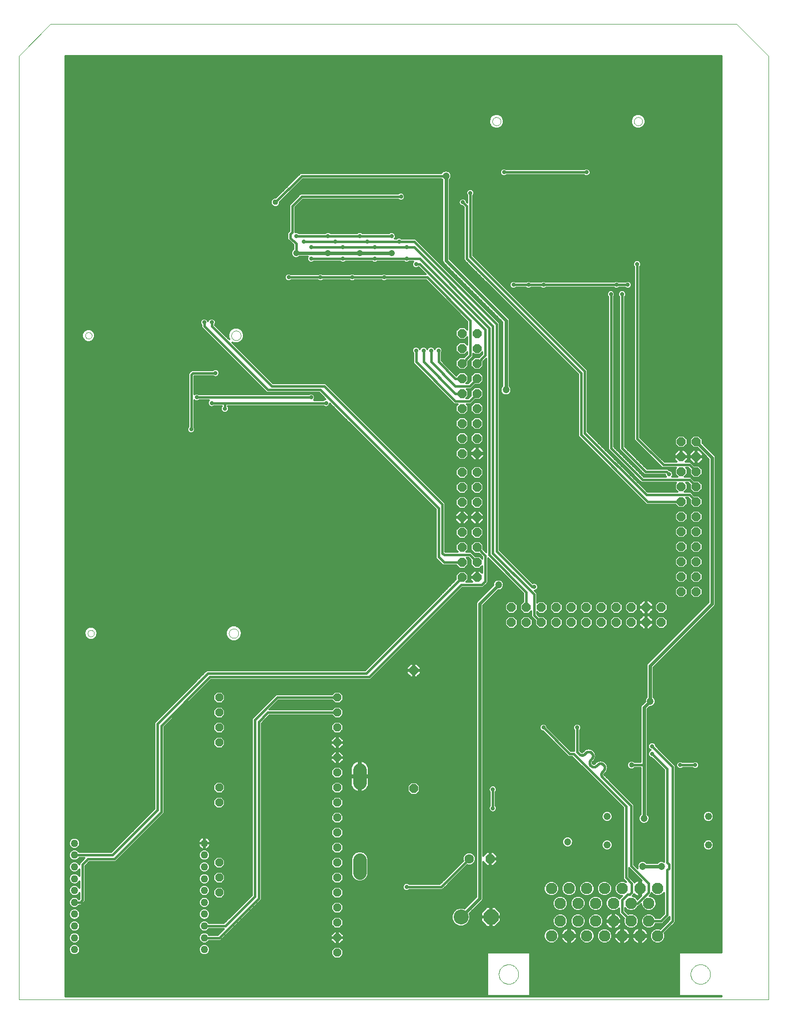
<source format=gbl>
G75*
G70*
%OFA0B0*%
%FSLAX24Y24*%
%IPPOS*%
%LPD*%
%AMOC8*
5,1,8,0,0,1.08239X$1,22.5*
%
%ADD10C,0.0000*%
%ADD11C,0.0500*%
%ADD12OC8,0.0591*%
%ADD13OC8,0.0630*%
%ADD14C,0.0630*%
%ADD15C,0.0885*%
%ADD16C,0.1000*%
%ADD17OC8,0.1000*%
%ADD18C,0.0768*%
%ADD19C,0.0480*%
%ADD20OC8,0.0531*%
%ADD21C,0.0290*%
%ADD22C,0.0160*%
%ADD23C,0.0120*%
%ADD24C,0.0472*%
%ADD25C,0.0240*%
%ADD26C,0.0416*%
%ADD27C,0.0337*%
%ADD28C,0.0376*%
D10*
X000100Y000160D02*
X050100Y000160D01*
X050100Y063035D01*
X047975Y065160D01*
X002225Y065160D01*
X000100Y063035D01*
X000100Y000160D01*
X004698Y024567D02*
X004700Y024596D01*
X004706Y024624D01*
X004715Y024652D01*
X004728Y024678D01*
X004745Y024701D01*
X004764Y024723D01*
X004786Y024742D01*
X004811Y024757D01*
X004837Y024770D01*
X004865Y024778D01*
X004893Y024783D01*
X004922Y024784D01*
X004951Y024781D01*
X004979Y024774D01*
X005006Y024764D01*
X005032Y024750D01*
X005055Y024733D01*
X005076Y024713D01*
X005094Y024690D01*
X005109Y024665D01*
X005120Y024638D01*
X005128Y024610D01*
X005132Y024581D01*
X005132Y024553D01*
X005128Y024524D01*
X005120Y024496D01*
X005109Y024469D01*
X005094Y024444D01*
X005076Y024421D01*
X005055Y024401D01*
X005032Y024384D01*
X005006Y024370D01*
X004979Y024360D01*
X004951Y024353D01*
X004922Y024350D01*
X004893Y024351D01*
X004865Y024356D01*
X004837Y024364D01*
X004811Y024377D01*
X004786Y024392D01*
X004764Y024411D01*
X004745Y024433D01*
X004728Y024456D01*
X004715Y024482D01*
X004706Y024510D01*
X004700Y024538D01*
X004698Y024567D01*
X014128Y024567D02*
X014130Y024602D01*
X014136Y024637D01*
X014146Y024671D01*
X014159Y024704D01*
X014176Y024735D01*
X014197Y024763D01*
X014220Y024790D01*
X014247Y024813D01*
X014275Y024834D01*
X014306Y024851D01*
X014339Y024864D01*
X014373Y024874D01*
X014408Y024880D01*
X014443Y024882D01*
X014478Y024880D01*
X014513Y024874D01*
X014547Y024864D01*
X014580Y024851D01*
X014611Y024834D01*
X014639Y024813D01*
X014666Y024790D01*
X014689Y024763D01*
X014710Y024735D01*
X014727Y024704D01*
X014740Y024671D01*
X014750Y024637D01*
X014756Y024602D01*
X014758Y024567D01*
X014756Y024532D01*
X014750Y024497D01*
X014740Y024463D01*
X014727Y024430D01*
X014710Y024399D01*
X014689Y024371D01*
X014666Y024344D01*
X014639Y024321D01*
X014611Y024300D01*
X014580Y024283D01*
X014547Y024270D01*
X014513Y024260D01*
X014478Y024254D01*
X014443Y024252D01*
X014408Y024254D01*
X014373Y024260D01*
X014339Y024270D01*
X014306Y024283D01*
X014275Y024300D01*
X014247Y024321D01*
X014220Y024344D01*
X014197Y024371D01*
X014176Y024399D01*
X014159Y024430D01*
X014146Y024463D01*
X014136Y024497D01*
X014130Y024532D01*
X014128Y024567D01*
X014285Y044410D02*
X014287Y044445D01*
X014293Y044480D01*
X014303Y044514D01*
X014316Y044547D01*
X014333Y044578D01*
X014354Y044606D01*
X014377Y044633D01*
X014404Y044656D01*
X014432Y044677D01*
X014463Y044694D01*
X014496Y044707D01*
X014530Y044717D01*
X014565Y044723D01*
X014600Y044725D01*
X014635Y044723D01*
X014670Y044717D01*
X014704Y044707D01*
X014737Y044694D01*
X014768Y044677D01*
X014796Y044656D01*
X014823Y044633D01*
X014846Y044606D01*
X014867Y044578D01*
X014884Y044547D01*
X014897Y044514D01*
X014907Y044480D01*
X014913Y044445D01*
X014915Y044410D01*
X014913Y044375D01*
X014907Y044340D01*
X014897Y044306D01*
X014884Y044273D01*
X014867Y044242D01*
X014846Y044214D01*
X014823Y044187D01*
X014796Y044164D01*
X014768Y044143D01*
X014737Y044126D01*
X014704Y044113D01*
X014670Y044103D01*
X014635Y044097D01*
X014600Y044095D01*
X014565Y044097D01*
X014530Y044103D01*
X014496Y044113D01*
X014463Y044126D01*
X014432Y044143D01*
X014404Y044164D01*
X014377Y044187D01*
X014354Y044214D01*
X014333Y044242D01*
X014316Y044273D01*
X014303Y044306D01*
X014293Y044340D01*
X014287Y044375D01*
X014285Y044410D01*
X004540Y044410D02*
X004542Y044439D01*
X004548Y044467D01*
X004557Y044495D01*
X004570Y044521D01*
X004587Y044544D01*
X004606Y044566D01*
X004628Y044585D01*
X004653Y044600D01*
X004679Y044613D01*
X004707Y044621D01*
X004735Y044626D01*
X004764Y044627D01*
X004793Y044624D01*
X004821Y044617D01*
X004848Y044607D01*
X004874Y044593D01*
X004897Y044576D01*
X004918Y044556D01*
X004936Y044533D01*
X004951Y044508D01*
X004962Y044481D01*
X004970Y044453D01*
X004974Y044424D01*
X004974Y044396D01*
X004970Y044367D01*
X004962Y044339D01*
X004951Y044312D01*
X004936Y044287D01*
X004918Y044264D01*
X004897Y044244D01*
X004874Y044227D01*
X004848Y044213D01*
X004821Y044203D01*
X004793Y044196D01*
X004764Y044193D01*
X004735Y044194D01*
X004707Y044199D01*
X004679Y044207D01*
X004653Y044220D01*
X004628Y044235D01*
X004606Y044254D01*
X004587Y044276D01*
X004570Y044299D01*
X004557Y044325D01*
X004548Y044353D01*
X004542Y044381D01*
X004540Y044410D01*
X031697Y058680D02*
X031699Y058713D01*
X031705Y058745D01*
X031714Y058776D01*
X031727Y058806D01*
X031744Y058834D01*
X031764Y058860D01*
X031787Y058884D01*
X031812Y058904D01*
X031840Y058922D01*
X031869Y058936D01*
X031900Y058946D01*
X031932Y058953D01*
X031965Y058956D01*
X031998Y058955D01*
X032030Y058950D01*
X032061Y058941D01*
X032092Y058929D01*
X032120Y058913D01*
X032147Y058894D01*
X032171Y058872D01*
X032192Y058847D01*
X032211Y058820D01*
X032226Y058791D01*
X032237Y058761D01*
X032245Y058729D01*
X032249Y058696D01*
X032249Y058664D01*
X032245Y058631D01*
X032237Y058599D01*
X032226Y058569D01*
X032211Y058540D01*
X032192Y058513D01*
X032171Y058488D01*
X032147Y058466D01*
X032120Y058447D01*
X032092Y058431D01*
X032061Y058419D01*
X032030Y058410D01*
X031998Y058405D01*
X031965Y058404D01*
X031932Y058407D01*
X031900Y058414D01*
X031869Y058424D01*
X031840Y058438D01*
X031812Y058456D01*
X031787Y058476D01*
X031764Y058500D01*
X031744Y058526D01*
X031727Y058554D01*
X031714Y058584D01*
X031705Y058615D01*
X031699Y058647D01*
X031697Y058680D01*
X041146Y058680D02*
X041148Y058713D01*
X041154Y058745D01*
X041163Y058776D01*
X041176Y058806D01*
X041193Y058834D01*
X041213Y058860D01*
X041236Y058884D01*
X041261Y058904D01*
X041289Y058922D01*
X041318Y058936D01*
X041349Y058946D01*
X041381Y058953D01*
X041414Y058956D01*
X041447Y058955D01*
X041479Y058950D01*
X041510Y058941D01*
X041541Y058929D01*
X041569Y058913D01*
X041596Y058894D01*
X041620Y058872D01*
X041641Y058847D01*
X041660Y058820D01*
X041675Y058791D01*
X041686Y058761D01*
X041694Y058729D01*
X041698Y058696D01*
X041698Y058664D01*
X041694Y058631D01*
X041686Y058599D01*
X041675Y058569D01*
X041660Y058540D01*
X041641Y058513D01*
X041620Y058488D01*
X041596Y058466D01*
X041569Y058447D01*
X041541Y058431D01*
X041510Y058419D01*
X041479Y058410D01*
X041447Y058405D01*
X041414Y058404D01*
X041381Y058407D01*
X041349Y058414D01*
X041318Y058424D01*
X041289Y058438D01*
X041261Y058456D01*
X041236Y058476D01*
X041213Y058500D01*
X041193Y058526D01*
X041176Y058554D01*
X041163Y058584D01*
X041154Y058615D01*
X041148Y058647D01*
X041146Y058680D01*
X044925Y001852D02*
X044927Y001902D01*
X044933Y001952D01*
X044943Y002002D01*
X044956Y002050D01*
X044973Y002098D01*
X044994Y002144D01*
X045018Y002188D01*
X045046Y002230D01*
X045077Y002270D01*
X045111Y002307D01*
X045148Y002342D01*
X045187Y002373D01*
X045228Y002402D01*
X045272Y002427D01*
X045318Y002449D01*
X045365Y002467D01*
X045413Y002481D01*
X045462Y002492D01*
X045512Y002499D01*
X045562Y002502D01*
X045613Y002501D01*
X045663Y002496D01*
X045713Y002487D01*
X045761Y002475D01*
X045809Y002458D01*
X045855Y002438D01*
X045900Y002415D01*
X045943Y002388D01*
X045983Y002358D01*
X046021Y002325D01*
X046056Y002289D01*
X046089Y002250D01*
X046118Y002209D01*
X046144Y002166D01*
X046167Y002121D01*
X046186Y002074D01*
X046201Y002026D01*
X046213Y001977D01*
X046221Y001927D01*
X046225Y001877D01*
X046225Y001827D01*
X046221Y001777D01*
X046213Y001727D01*
X046201Y001678D01*
X046186Y001630D01*
X046167Y001583D01*
X046144Y001538D01*
X046118Y001495D01*
X046089Y001454D01*
X046056Y001415D01*
X046021Y001379D01*
X045983Y001346D01*
X045943Y001316D01*
X045900Y001289D01*
X045855Y001266D01*
X045809Y001246D01*
X045761Y001229D01*
X045713Y001217D01*
X045663Y001208D01*
X045613Y001203D01*
X045562Y001202D01*
X045512Y001205D01*
X045462Y001212D01*
X045413Y001223D01*
X045365Y001237D01*
X045318Y001255D01*
X045272Y001277D01*
X045228Y001302D01*
X045187Y001331D01*
X045148Y001362D01*
X045111Y001397D01*
X045077Y001434D01*
X045046Y001474D01*
X045018Y001516D01*
X044994Y001560D01*
X044973Y001606D01*
X044956Y001654D01*
X044943Y001702D01*
X044933Y001752D01*
X044927Y001802D01*
X044925Y001852D01*
X032130Y001852D02*
X032132Y001902D01*
X032138Y001952D01*
X032148Y002002D01*
X032161Y002050D01*
X032178Y002098D01*
X032199Y002144D01*
X032223Y002188D01*
X032251Y002230D01*
X032282Y002270D01*
X032316Y002307D01*
X032353Y002342D01*
X032392Y002373D01*
X032433Y002402D01*
X032477Y002427D01*
X032523Y002449D01*
X032570Y002467D01*
X032618Y002481D01*
X032667Y002492D01*
X032717Y002499D01*
X032767Y002502D01*
X032818Y002501D01*
X032868Y002496D01*
X032918Y002487D01*
X032966Y002475D01*
X033014Y002458D01*
X033060Y002438D01*
X033105Y002415D01*
X033148Y002388D01*
X033188Y002358D01*
X033226Y002325D01*
X033261Y002289D01*
X033294Y002250D01*
X033323Y002209D01*
X033349Y002166D01*
X033372Y002121D01*
X033391Y002074D01*
X033406Y002026D01*
X033418Y001977D01*
X033426Y001927D01*
X033430Y001877D01*
X033430Y001827D01*
X033426Y001777D01*
X033418Y001727D01*
X033406Y001678D01*
X033391Y001630D01*
X033372Y001583D01*
X033349Y001538D01*
X033323Y001495D01*
X033294Y001454D01*
X033261Y001415D01*
X033226Y001379D01*
X033188Y001346D01*
X033148Y001316D01*
X033105Y001289D01*
X033060Y001266D01*
X033014Y001246D01*
X032966Y001229D01*
X032918Y001217D01*
X032868Y001208D01*
X032818Y001203D01*
X032767Y001202D01*
X032717Y001205D01*
X032667Y001212D01*
X032618Y001223D01*
X032570Y001237D01*
X032523Y001255D01*
X032477Y001277D01*
X032433Y001302D01*
X032392Y001331D01*
X032353Y001362D01*
X032316Y001397D01*
X032282Y001434D01*
X032251Y001474D01*
X032223Y001516D01*
X032199Y001560D01*
X032178Y001606D01*
X032161Y001654D01*
X032148Y001702D01*
X032138Y001752D01*
X032132Y001802D01*
X032130Y001852D01*
D11*
X012482Y003490D03*
X012482Y004277D03*
X012482Y005065D03*
X012482Y005852D03*
X012482Y006639D03*
X012482Y007427D03*
X012482Y008214D03*
X012482Y009002D03*
X012482Y009789D03*
X012482Y010576D03*
X003820Y010576D03*
X003820Y009789D03*
X003820Y009002D03*
X003820Y008214D03*
X003820Y007427D03*
X003820Y006639D03*
X003820Y005852D03*
X003820Y005065D03*
X003820Y004277D03*
X003820Y003490D03*
D12*
X026450Y014219D03*
X026450Y022093D03*
X029677Y028291D03*
X029677Y029291D03*
X029677Y030291D03*
X029677Y031291D03*
X029677Y032291D03*
X029677Y033291D03*
X029677Y034291D03*
X029677Y035291D03*
X029679Y036547D03*
X029679Y037547D03*
X029679Y038547D03*
X029679Y039547D03*
X029679Y040547D03*
X029679Y041547D03*
X029679Y042547D03*
X029679Y043547D03*
X029679Y044547D03*
X030679Y044547D03*
X030679Y043547D03*
X030679Y042547D03*
X030679Y041547D03*
X030679Y040547D03*
X030679Y039547D03*
X030679Y038547D03*
X030679Y037547D03*
X030679Y036547D03*
X030677Y035291D03*
X030677Y034291D03*
X030677Y033291D03*
X030677Y032291D03*
X030677Y031291D03*
X030677Y030291D03*
X030677Y029291D03*
X030677Y028291D03*
X032954Y026297D03*
X033954Y026297D03*
X034954Y026297D03*
X035954Y026297D03*
X036954Y026297D03*
X037954Y026297D03*
X038954Y026297D03*
X039954Y026297D03*
X040954Y026297D03*
X041954Y026297D03*
X042954Y026297D03*
X042954Y025297D03*
X041954Y025297D03*
X040954Y025297D03*
X039954Y025297D03*
X038954Y025297D03*
X037954Y025297D03*
X036954Y025297D03*
X035954Y025297D03*
X034954Y025297D03*
X033954Y025297D03*
X032954Y025297D03*
X044292Y027334D03*
X045292Y027334D03*
X045292Y028334D03*
X045292Y029334D03*
X045292Y030334D03*
X045292Y031334D03*
X045292Y032334D03*
X045292Y033334D03*
X045292Y034334D03*
X045292Y035334D03*
X045292Y036334D03*
X045292Y037334D03*
X044292Y037334D03*
X044292Y036334D03*
X044292Y035334D03*
X044292Y034334D03*
X044292Y033334D03*
X044292Y032334D03*
X044292Y031334D03*
X044292Y030334D03*
X044292Y029334D03*
X044292Y028334D03*
D13*
X031550Y009535D03*
D14*
X030150Y009535D03*
D15*
X022850Y009478D02*
X022850Y008593D01*
X022850Y014593D02*
X022850Y015478D01*
D16*
X029600Y005660D03*
D17*
X031600Y005660D03*
D18*
X035634Y004407D03*
X036225Y005391D03*
X036816Y004407D03*
X037406Y005391D03*
X037997Y004407D03*
X038587Y005391D03*
X039178Y004407D03*
X039768Y005391D03*
X040359Y004407D03*
X040949Y005391D03*
X041540Y004407D03*
X042131Y005391D03*
X042721Y004407D03*
X042131Y006572D03*
X041540Y007557D03*
X040949Y006572D03*
X040359Y007557D03*
X039768Y006572D03*
X039178Y007557D03*
X038587Y006572D03*
X037997Y007557D03*
X037406Y006572D03*
X036816Y007557D03*
X036225Y006572D03*
X035634Y007557D03*
X042721Y007557D03*
D19*
X046100Y010460D03*
X046100Y012360D03*
X039350Y012360D03*
X039350Y010460D03*
D20*
X021350Y010285D03*
X021350Y009285D03*
X021350Y008285D03*
X021350Y007285D03*
X021350Y006285D03*
X021350Y005285D03*
X021350Y004285D03*
X021350Y003285D03*
X021350Y011285D03*
X021350Y012285D03*
X021350Y013285D03*
X021350Y014285D03*
X021350Y015285D03*
X021350Y016285D03*
X021350Y017285D03*
X021350Y018285D03*
X021350Y019285D03*
X021350Y020285D03*
X013475Y020285D03*
X013475Y019285D03*
X013475Y018285D03*
X013475Y017285D03*
X013475Y014285D03*
X013475Y013285D03*
X013475Y009285D03*
X013475Y008285D03*
X013475Y007285D03*
D21*
X025975Y007660D03*
X031725Y012910D03*
X031725Y014160D03*
X035100Y018285D03*
X037350Y018285D03*
X042350Y017035D03*
X042350Y016535D03*
X044225Y015785D03*
X045225Y015785D03*
X041725Y009785D03*
X038475Y009160D03*
X034475Y027660D03*
X043475Y035160D03*
X040350Y047160D03*
X039975Y047785D03*
X039600Y047160D03*
X040725Y047785D03*
X041350Y049160D03*
X037975Y055285D03*
X032475Y055285D03*
X030225Y053910D03*
X029725Y053285D03*
X027850Y055410D03*
X026475Y055785D03*
X025600Y053660D03*
X024975Y051035D03*
X025475Y050660D03*
X025975Y050285D03*
X025975Y049535D03*
X026600Y049160D03*
X024475Y048285D03*
X023850Y049535D03*
X023850Y050285D03*
X023350Y050660D03*
X022850Y051035D03*
X021725Y050285D03*
X021225Y050660D03*
X020725Y051035D03*
X019600Y050285D03*
X019100Y050660D03*
X018600Y051035D03*
X019600Y049535D03*
X020225Y048285D03*
X021725Y049535D03*
X022350Y048285D03*
X018100Y048285D03*
X013225Y041910D03*
X012975Y039910D03*
X013850Y039535D03*
X011975Y040285D03*
X011600Y038160D03*
X012475Y045285D03*
X012975Y045285D03*
X019600Y040285D03*
X020600Y039910D03*
X026600Y043410D03*
X027100Y043410D03*
X027600Y043410D03*
X028100Y043410D03*
X033100Y047785D03*
X034100Y047785D03*
X035100Y047785D03*
D22*
X034100Y047785D01*
X033100Y047785D01*
X035100Y047785D02*
X039975Y047785D01*
X040725Y047785D01*
X040350Y047160D02*
X040350Y036910D01*
X041926Y035334D01*
X043301Y035334D01*
X043475Y035160D01*
X043100Y035785D02*
X044841Y035785D01*
X045292Y035334D01*
X044841Y034785D02*
X045292Y034334D01*
X044841Y034785D02*
X041725Y034785D01*
X039600Y036910D01*
X039600Y047160D01*
X041350Y049160D02*
X041350Y037535D01*
X043100Y035785D01*
X041975Y033785D02*
X037850Y037910D01*
X037850Y042035D01*
X030225Y049660D01*
X030225Y053910D01*
X029725Y053285D02*
X029975Y053035D01*
X029975Y049535D01*
X037600Y041910D01*
X037600Y037785D01*
X042051Y033334D01*
X044292Y033334D01*
X044841Y033785D02*
X041975Y033785D01*
X044841Y033785D02*
X045292Y033334D01*
X034954Y025297D02*
X034475Y025776D01*
X034475Y027160D01*
X031725Y029910D01*
X031725Y045035D01*
X026475Y050285D01*
X025975Y050285D01*
X023850Y050285D01*
X021725Y050285D01*
X019600Y050285D01*
X019100Y050660D02*
X021225Y050660D01*
X023350Y050660D01*
X025475Y050660D01*
X026475Y050660D01*
X031975Y045160D01*
X031975Y030035D01*
X034350Y027660D01*
X034475Y027660D01*
X033954Y027306D02*
X033954Y026297D01*
X033954Y027306D02*
X031475Y029785D01*
X031475Y044910D01*
X026850Y049535D01*
X025975Y049535D01*
X023850Y049535D01*
X021725Y049535D01*
X019600Y049535D01*
X018600Y049910D02*
X018600Y050535D01*
X018225Y050910D01*
X018225Y051160D01*
X018350Y051285D01*
X018350Y053035D01*
X018975Y053660D01*
X025600Y053660D01*
X024975Y051035D02*
X022850Y051035D01*
X020725Y051035D01*
X018600Y051035D01*
X017225Y053285D02*
X018975Y055035D01*
X028600Y055035D01*
X032475Y055285D02*
X037975Y055285D01*
X030225Y045410D02*
X030225Y043092D01*
X029679Y042547D01*
X030679Y042547D02*
X031225Y043092D01*
X031225Y044785D01*
X026850Y049160D01*
X026600Y049160D01*
X027350Y048285D02*
X030225Y045410D01*
X028100Y043410D02*
X028100Y042660D01*
X029213Y041547D01*
X029679Y041547D01*
X029225Y041035D02*
X030168Y041035D01*
X030679Y041547D01*
X030679Y040547D02*
X030168Y040035D01*
X029225Y040035D01*
X026600Y042660D01*
X026600Y043410D01*
X027100Y043410D02*
X027100Y042660D01*
X029213Y040547D01*
X029679Y040547D01*
X029225Y041035D02*
X027600Y042660D01*
X027600Y043410D01*
X027350Y048285D02*
X024475Y048285D01*
X022350Y048285D01*
X020225Y048285D01*
X018100Y048285D01*
X013225Y041910D02*
X011725Y041910D01*
X011600Y041785D01*
X011600Y038160D01*
X011975Y040285D02*
X019600Y040285D01*
X020225Y040785D02*
X028100Y032910D01*
X028100Y029660D01*
X028469Y029291D01*
X029677Y029291D01*
X030183Y029785D02*
X030677Y029291D01*
X030183Y029785D02*
X028475Y029785D01*
X028350Y029910D01*
X028350Y033160D01*
X020475Y041035D01*
X016975Y041035D01*
X012975Y045035D01*
X012975Y045285D01*
X012475Y045285D02*
X012475Y045035D01*
X016725Y040785D01*
X020225Y040785D01*
X020600Y039910D02*
X013850Y039910D01*
X013850Y039535D01*
X013850Y039910D02*
X012975Y039910D01*
X012725Y021910D02*
X023297Y021910D01*
X029677Y028291D01*
X029600Y027785D02*
X030975Y027785D01*
X031225Y028035D01*
X031225Y029743D01*
X030677Y030291D01*
X029600Y027785D02*
X023475Y021660D01*
X012850Y021660D01*
X009600Y018410D01*
X009600Y012660D01*
X006475Y009535D01*
X004725Y009535D01*
X004350Y009160D01*
X004350Y006785D01*
X004204Y006639D01*
X003820Y006639D01*
X003820Y009789D02*
X006354Y009789D01*
X009350Y012785D01*
X009350Y018535D01*
X012725Y021910D01*
X015850Y018785D02*
X015850Y007035D01*
X013880Y005065D01*
X012482Y005065D01*
X012482Y004277D02*
X013467Y004277D01*
X016100Y006910D01*
X016100Y018660D01*
X016725Y019285D01*
X021350Y019285D01*
X021350Y020285D02*
X017350Y020285D01*
X015850Y018785D01*
X025975Y007660D02*
X028275Y007660D01*
X030150Y009535D01*
X031725Y012910D02*
X031725Y014160D01*
X035100Y018285D02*
X036850Y016535D01*
X037100Y016535D01*
X040600Y013035D01*
X040600Y008285D01*
X040975Y007910D01*
X040975Y007285D01*
X040850Y007160D01*
X040725Y007160D01*
X040350Y006785D01*
X040350Y005991D01*
X040949Y005391D01*
X040949Y006572D02*
X041387Y006572D01*
X042100Y007285D01*
X042100Y007910D01*
X040949Y009061D01*
X040949Y013061D01*
X039038Y014973D01*
X039018Y014995D01*
X039001Y015019D01*
X038986Y015045D01*
X038975Y015072D01*
X038967Y015101D01*
X038962Y015130D01*
X038960Y015160D01*
X038962Y015190D01*
X038967Y015219D01*
X038975Y015248D01*
X038986Y015275D01*
X039001Y015301D01*
X039018Y015325D01*
X039038Y015347D01*
X039114Y015423D01*
X039113Y015424D02*
X039133Y015446D01*
X039150Y015470D01*
X039165Y015496D01*
X039176Y015523D01*
X039184Y015552D01*
X039189Y015581D01*
X039191Y015611D01*
X039189Y015641D01*
X039184Y015670D01*
X039176Y015699D01*
X039165Y015726D01*
X039150Y015752D01*
X039133Y015776D01*
X039113Y015798D01*
X039114Y015798D02*
X039096Y015816D01*
X039095Y015816D02*
X039073Y015836D01*
X039049Y015853D01*
X039023Y015868D01*
X038996Y015879D01*
X038967Y015887D01*
X038938Y015892D01*
X038908Y015894D01*
X038878Y015892D01*
X038849Y015887D01*
X038820Y015879D01*
X038793Y015868D01*
X038767Y015853D01*
X038743Y015836D01*
X038721Y015816D01*
X038645Y015740D01*
X038644Y015740D02*
X038622Y015720D01*
X038598Y015703D01*
X038572Y015688D01*
X038545Y015677D01*
X038516Y015669D01*
X038487Y015664D01*
X038457Y015662D01*
X038427Y015664D01*
X038398Y015669D01*
X038369Y015677D01*
X038342Y015688D01*
X038316Y015703D01*
X038292Y015720D01*
X038270Y015740D01*
X038252Y015758D01*
X038253Y015758D02*
X038233Y015780D01*
X038216Y015804D01*
X038201Y015830D01*
X038190Y015857D01*
X038182Y015886D01*
X038177Y015915D01*
X038175Y015945D01*
X038177Y015975D01*
X038182Y016004D01*
X038190Y016033D01*
X038201Y016060D01*
X038216Y016086D01*
X038233Y016110D01*
X038253Y016132D01*
X038252Y016133D02*
X038328Y016209D01*
X038348Y016231D01*
X038365Y016255D01*
X038380Y016281D01*
X038391Y016308D01*
X038399Y016337D01*
X038404Y016366D01*
X038406Y016396D01*
X038404Y016426D01*
X038399Y016455D01*
X038391Y016484D01*
X038380Y016511D01*
X038365Y016537D01*
X038348Y016561D01*
X038328Y016583D01*
X038328Y016584D02*
X038310Y016601D01*
X038288Y016621D01*
X038264Y016638D01*
X038238Y016653D01*
X038211Y016664D01*
X038182Y016672D01*
X038153Y016677D01*
X038123Y016679D01*
X038093Y016677D01*
X038064Y016672D01*
X038035Y016664D01*
X038008Y016653D01*
X037982Y016638D01*
X037958Y016621D01*
X037936Y016601D01*
X037859Y016525D01*
X037859Y016526D02*
X037837Y016506D01*
X037813Y016489D01*
X037787Y016474D01*
X037760Y016463D01*
X037731Y016455D01*
X037702Y016450D01*
X037672Y016448D01*
X037642Y016450D01*
X037613Y016455D01*
X037584Y016463D01*
X037557Y016474D01*
X037531Y016489D01*
X037507Y016506D01*
X037485Y016526D01*
X037485Y016525D02*
X037350Y016660D01*
X037350Y018285D01*
X040975Y015785D02*
X041810Y015785D01*
X042350Y016535D02*
X043350Y015535D01*
X043350Y009285D01*
X043475Y009160D01*
X043475Y008910D01*
X043350Y008785D01*
X043350Y005785D01*
X042956Y005391D01*
X042131Y005391D01*
X042721Y004407D02*
X043725Y005411D01*
X043725Y015660D01*
X042350Y017035D01*
X044225Y015785D02*
X045225Y015785D01*
D23*
X045470Y015684D02*
X046975Y015684D01*
X046975Y015802D02*
X045490Y015802D01*
X045490Y015838D02*
X045450Y015935D01*
X045375Y016010D01*
X045278Y016050D01*
X045172Y016050D01*
X045075Y016010D01*
X045050Y015985D01*
X044400Y015985D01*
X044375Y016010D01*
X044278Y016050D01*
X044172Y016050D01*
X044075Y016010D01*
X044000Y015935D01*
X043960Y015838D01*
X043960Y015732D01*
X044000Y015635D01*
X044075Y015560D01*
X044172Y015520D01*
X044278Y015520D01*
X044375Y015560D01*
X044400Y015585D01*
X045050Y015585D01*
X045075Y015560D01*
X045172Y015520D01*
X045278Y015520D01*
X045375Y015560D01*
X045450Y015635D01*
X045490Y015732D01*
X045490Y015838D01*
X045456Y015921D02*
X046975Y015921D01*
X046975Y016039D02*
X045304Y016039D01*
X045146Y016039D02*
X044304Y016039D01*
X044146Y016039D02*
X043629Y016039D01*
X043747Y015921D02*
X043994Y015921D01*
X043960Y015802D02*
X043866Y015802D01*
X043925Y015743D02*
X042615Y017053D01*
X042615Y017088D01*
X042575Y017185D01*
X042500Y017260D01*
X042403Y017300D01*
X042297Y017300D01*
X042200Y017260D01*
X042125Y017185D01*
X042085Y017088D01*
X042085Y016982D01*
X042125Y016885D01*
X042200Y016810D01*
X042261Y016785D01*
X042200Y016760D01*
X042125Y016685D01*
X042085Y016588D01*
X042085Y016482D01*
X042125Y016385D01*
X042200Y016310D01*
X042297Y016270D01*
X042332Y016270D01*
X043150Y015452D01*
X043150Y009348D01*
X043046Y009391D01*
X042904Y009391D01*
X042773Y009337D01*
X042711Y009275D01*
X041989Y009275D01*
X041927Y009337D01*
X041796Y009391D01*
X041654Y009391D01*
X041523Y009337D01*
X041423Y009237D01*
X041369Y009106D01*
X041369Y008964D01*
X041397Y008896D01*
X041149Y009143D01*
X041149Y013143D01*
X041032Y013261D01*
X039237Y015056D01*
X039179Y015114D01*
X039169Y015127D01*
X039160Y015160D01*
X039169Y015192D01*
X039179Y015206D01*
X039205Y015232D01*
X039255Y015282D01*
X039343Y015370D01*
X039408Y015611D01*
X039408Y015611D01*
X039343Y015851D01*
X039314Y015881D01*
X039303Y015892D01*
X039258Y015937D01*
X039237Y015957D01*
X039149Y016046D01*
X038908Y016110D01*
X038668Y016046D01*
X038668Y016046D01*
X038580Y015957D01*
X038538Y015916D01*
X038503Y015881D01*
X038490Y015871D01*
X038457Y015862D01*
X038425Y015871D01*
X038411Y015881D01*
X038402Y015891D01*
X038394Y015899D01*
X038383Y015913D01*
X038375Y015945D01*
X038383Y015978D01*
X038394Y015991D01*
X038434Y016032D01*
X038470Y016067D01*
X038558Y016155D01*
X038558Y016155D01*
X038622Y016396D01*
X038622Y016396D01*
X038558Y016637D01*
X038476Y016718D01*
X038452Y016743D01*
X038364Y016831D01*
X038123Y016895D01*
X037882Y016831D01*
X037853Y016801D01*
X037842Y016790D01*
X037794Y016743D01*
X037768Y016717D01*
X037718Y016667D01*
X037705Y016656D01*
X037672Y016648D01*
X037640Y016656D01*
X037626Y016667D01*
X037568Y016725D01*
X037550Y016743D01*
X037550Y018110D01*
X037575Y018135D01*
X037615Y018232D01*
X037615Y018338D01*
X037575Y018435D01*
X037500Y018510D01*
X037403Y018550D01*
X037297Y018550D01*
X037200Y018510D01*
X037125Y018435D01*
X037085Y018338D01*
X037085Y018232D01*
X037125Y018135D01*
X037150Y018110D01*
X037150Y016735D01*
X036933Y016735D01*
X035365Y018303D01*
X035365Y018338D01*
X035325Y018435D01*
X035250Y018510D01*
X035153Y018550D01*
X035047Y018550D01*
X034950Y018510D01*
X034875Y018435D01*
X034835Y018338D01*
X034835Y018232D01*
X034875Y018135D01*
X034950Y018060D01*
X035047Y018020D01*
X035082Y018020D01*
X036650Y016452D01*
X036767Y016335D01*
X037017Y016335D01*
X040400Y012952D01*
X040400Y008202D01*
X040600Y008002D01*
X040459Y008061D01*
X040259Y008061D01*
X040073Y007984D01*
X039932Y007842D01*
X039855Y007657D01*
X039855Y007456D01*
X039932Y007271D01*
X040073Y007130D01*
X040259Y007053D01*
X040335Y007053D01*
X040267Y006985D01*
X040168Y006886D01*
X040054Y007000D01*
X039869Y007076D01*
X039668Y007076D01*
X039483Y007000D01*
X039341Y006858D01*
X039264Y006673D01*
X039264Y006472D01*
X039341Y006287D01*
X039483Y006145D01*
X039668Y006069D01*
X039869Y006069D01*
X040054Y006145D01*
X040150Y006242D01*
X040150Y005908D01*
X040481Y005577D01*
X040446Y005492D01*
X040446Y005493D02*
X040303Y005493D01*
X040299Y005519D02*
X040272Y005600D01*
X040233Y005676D01*
X040183Y005746D01*
X040123Y005806D01*
X040053Y005856D01*
X039977Y005895D01*
X039896Y005922D01*
X039828Y005932D01*
X039828Y005451D01*
X040309Y005451D01*
X040299Y005519D01*
X040267Y005611D02*
X040447Y005611D01*
X040446Y005492D02*
X040446Y005291D01*
X040522Y005106D01*
X040664Y004964D01*
X040849Y004887D01*
X041050Y004887D01*
X041235Y004964D01*
X041377Y005106D01*
X041453Y005291D01*
X041453Y005492D01*
X041453Y005493D02*
X041627Y005493D01*
X041627Y005492D02*
X041627Y005291D01*
X041703Y005106D01*
X041845Y004964D01*
X042030Y004887D01*
X042231Y004887D01*
X042416Y004964D01*
X042558Y005106D01*
X042593Y005191D01*
X043039Y005191D01*
X043433Y005585D01*
X043525Y005677D01*
X043525Y005494D01*
X042907Y004876D01*
X042821Y004911D01*
X042621Y004911D01*
X042436Y004834D01*
X042294Y004692D01*
X042217Y004507D01*
X042217Y004307D01*
X042294Y004122D01*
X042436Y003980D01*
X042621Y003903D01*
X042821Y003903D01*
X043006Y003980D01*
X043148Y004122D01*
X043225Y004307D01*
X043225Y004507D01*
X043190Y004593D01*
X043808Y005211D01*
X043925Y005328D01*
X043925Y015743D01*
X043925Y015684D02*
X043980Y015684D01*
X043925Y015565D02*
X044070Y015565D01*
X043925Y015447D02*
X046975Y015447D01*
X046975Y015565D02*
X045380Y015565D01*
X045070Y015565D02*
X044380Y015565D01*
X043925Y015328D02*
X046975Y015328D01*
X046975Y015210D02*
X043925Y015210D01*
X043925Y015091D02*
X046975Y015091D01*
X046975Y014973D02*
X043925Y014973D01*
X043925Y014854D02*
X046975Y014854D01*
X046975Y014736D02*
X043925Y014736D01*
X043925Y014617D02*
X046975Y014617D01*
X046975Y014499D02*
X043925Y014499D01*
X043925Y014380D02*
X046975Y014380D01*
X046975Y014262D02*
X043925Y014262D01*
X043925Y014143D02*
X046975Y014143D01*
X046975Y014025D02*
X043925Y014025D01*
X043925Y013906D02*
X046975Y013906D01*
X046975Y013788D02*
X043925Y013788D01*
X043925Y013669D02*
X046975Y013669D01*
X046975Y013551D02*
X043925Y013551D01*
X043925Y013432D02*
X046975Y013432D01*
X046975Y013314D02*
X043925Y013314D01*
X043925Y013195D02*
X046975Y013195D01*
X046975Y013077D02*
X043925Y013077D01*
X043925Y012958D02*
X046975Y012958D01*
X046975Y012840D02*
X043925Y012840D01*
X043925Y012721D02*
X046975Y012721D01*
X046975Y012603D02*
X046367Y012603D01*
X046405Y012564D02*
X046304Y012665D01*
X046172Y012720D01*
X046028Y012720D01*
X045896Y012665D01*
X045795Y012564D01*
X045740Y012432D01*
X045740Y012288D01*
X045795Y012156D01*
X045896Y012055D01*
X046028Y012000D01*
X046172Y012000D01*
X046304Y012055D01*
X046405Y012156D01*
X046460Y012288D01*
X046460Y012432D01*
X046405Y012564D01*
X046438Y012484D02*
X046975Y012484D01*
X046975Y012366D02*
X046460Y012366D01*
X046443Y012247D02*
X046975Y012247D01*
X046975Y012129D02*
X046378Y012129D01*
X046196Y012010D02*
X046975Y012010D01*
X046975Y011892D02*
X043925Y011892D01*
X043925Y012010D02*
X046004Y012010D01*
X045822Y012129D02*
X043925Y012129D01*
X043925Y012247D02*
X045757Y012247D01*
X045740Y012366D02*
X043925Y012366D01*
X043925Y012484D02*
X045762Y012484D01*
X045833Y012603D02*
X043925Y012603D01*
X043925Y011773D02*
X046975Y011773D01*
X046975Y011655D02*
X043925Y011655D01*
X043925Y011536D02*
X046975Y011536D01*
X046975Y011418D02*
X043925Y011418D01*
X043925Y011299D02*
X046975Y011299D01*
X046975Y011181D02*
X043925Y011181D01*
X043925Y011062D02*
X046975Y011062D01*
X046975Y010944D02*
X043925Y010944D01*
X043925Y010825D02*
X046975Y010825D01*
X046975Y010707D02*
X046363Y010707D01*
X046405Y010664D02*
X046304Y010765D01*
X046172Y010820D01*
X046028Y010820D01*
X045896Y010765D01*
X045795Y010664D01*
X045740Y010532D01*
X045740Y010388D01*
X045795Y010256D01*
X045896Y010155D01*
X046028Y010100D01*
X046172Y010100D01*
X046304Y010155D01*
X046405Y010256D01*
X046460Y010388D01*
X046460Y010532D01*
X046405Y010664D01*
X046437Y010588D02*
X046975Y010588D01*
X046975Y010470D02*
X046460Y010470D01*
X046445Y010351D02*
X046975Y010351D01*
X046975Y010233D02*
X046382Y010233D01*
X046205Y010114D02*
X046975Y010114D01*
X046975Y009996D02*
X043925Y009996D01*
X043925Y010114D02*
X045995Y010114D01*
X045818Y010233D02*
X043925Y010233D01*
X043925Y010351D02*
X045755Y010351D01*
X045740Y010470D02*
X043925Y010470D01*
X043925Y010588D02*
X045763Y010588D01*
X045837Y010707D02*
X043925Y010707D01*
X043925Y009877D02*
X046975Y009877D01*
X046975Y009759D02*
X043925Y009759D01*
X043925Y009640D02*
X046975Y009640D01*
X046975Y009522D02*
X043925Y009522D01*
X043925Y009403D02*
X046975Y009403D01*
X046975Y009285D02*
X043925Y009285D01*
X043925Y009166D02*
X046975Y009166D01*
X046975Y009048D02*
X043925Y009048D01*
X043925Y008929D02*
X046975Y008929D01*
X046975Y008811D02*
X043925Y008811D01*
X043925Y008692D02*
X046975Y008692D01*
X046975Y008574D02*
X043925Y008574D01*
X043925Y008455D02*
X046975Y008455D01*
X046975Y008337D02*
X043925Y008337D01*
X043925Y008218D02*
X046975Y008218D01*
X046975Y008100D02*
X043925Y008100D01*
X043925Y007981D02*
X046975Y007981D01*
X046975Y007863D02*
X043925Y007863D01*
X043925Y007744D02*
X046975Y007744D01*
X046975Y007626D02*
X043925Y007626D01*
X043925Y007507D02*
X046975Y007507D01*
X046975Y007389D02*
X043925Y007389D01*
X043925Y007270D02*
X046975Y007270D01*
X046975Y007152D02*
X043925Y007152D01*
X043925Y007033D02*
X046975Y007033D01*
X046975Y006915D02*
X043925Y006915D01*
X043925Y006796D02*
X046975Y006796D01*
X046975Y006678D02*
X043925Y006678D01*
X043925Y006559D02*
X046975Y006559D01*
X046975Y006441D02*
X043925Y006441D01*
X043925Y006322D02*
X046975Y006322D01*
X046975Y006204D02*
X043925Y006204D01*
X043925Y006085D02*
X046975Y006085D01*
X046975Y005967D02*
X043925Y005967D01*
X043925Y005848D02*
X046975Y005848D01*
X046975Y005730D02*
X043925Y005730D01*
X043925Y005611D02*
X046975Y005611D01*
X046975Y005493D02*
X043925Y005493D01*
X043925Y005374D02*
X046975Y005374D01*
X046975Y005256D02*
X043852Y005256D01*
X043734Y005137D02*
X046975Y005137D01*
X046975Y005019D02*
X043615Y005019D01*
X043497Y004900D02*
X046975Y004900D01*
X046975Y004782D02*
X043378Y004782D01*
X043260Y004663D02*
X046975Y004663D01*
X046975Y004545D02*
X043209Y004545D01*
X043225Y004426D02*
X046975Y004426D01*
X046975Y004308D02*
X043225Y004308D01*
X043176Y004189D02*
X046975Y004189D01*
X046975Y004071D02*
X043097Y004071D01*
X042939Y003952D02*
X046975Y003952D01*
X046975Y003834D02*
X012619Y003834D01*
X012555Y003860D02*
X012408Y003860D01*
X012272Y003803D01*
X012168Y003699D01*
X012112Y003563D01*
X012112Y003416D01*
X012168Y003280D01*
X012272Y003176D01*
X012408Y003120D01*
X012555Y003120D01*
X012691Y003176D01*
X012795Y003280D01*
X012852Y003416D01*
X012852Y003563D01*
X012795Y003699D01*
X012691Y003803D01*
X012555Y003860D01*
X012555Y003907D02*
X012691Y003964D01*
X012795Y004068D01*
X012799Y004077D01*
X013550Y004077D01*
X013667Y004194D01*
X016300Y006827D01*
X016300Y018577D01*
X016808Y019085D01*
X021004Y019085D01*
X021190Y018899D01*
X021510Y018899D01*
X021736Y019125D01*
X021736Y019445D01*
X021510Y019671D01*
X021190Y019671D01*
X021004Y019485D01*
X016833Y019485D01*
X017433Y020085D01*
X021004Y020085D01*
X021190Y019899D01*
X021510Y019899D01*
X021736Y020125D01*
X021736Y020445D01*
X021510Y020671D01*
X021190Y020671D01*
X021004Y020485D01*
X017267Y020485D01*
X015767Y018985D01*
X015650Y018868D01*
X015650Y007118D01*
X013797Y005265D01*
X012799Y005265D01*
X012795Y005274D01*
X012691Y005378D01*
X012555Y005435D01*
X012408Y005435D01*
X012272Y005378D01*
X012168Y005274D01*
X012112Y005138D01*
X012112Y004991D01*
X012168Y004855D01*
X012272Y004751D01*
X012408Y004695D01*
X012555Y004695D01*
X012691Y004751D01*
X012795Y004855D01*
X012799Y004865D01*
X013772Y004865D01*
X013384Y004477D01*
X012799Y004477D01*
X012795Y004487D01*
X012691Y004591D01*
X012555Y004647D01*
X012408Y004647D01*
X012272Y004591D01*
X012168Y004487D01*
X012112Y004351D01*
X012112Y004204D01*
X012168Y004068D01*
X012272Y003964D01*
X012408Y003907D01*
X012555Y003907D01*
X012663Y003952D02*
X021081Y003952D01*
X021174Y003859D02*
X020924Y004109D01*
X020924Y004256D01*
X021321Y004256D01*
X021321Y004314D01*
X021321Y004711D01*
X021174Y004711D01*
X020924Y004461D01*
X020924Y004314D01*
X021321Y004314D01*
X021379Y004314D01*
X021379Y004711D01*
X021526Y004711D01*
X021776Y004461D01*
X021776Y004314D01*
X021379Y004314D01*
X021379Y004256D01*
X021776Y004256D01*
X021776Y004109D01*
X021526Y003859D01*
X021379Y003859D01*
X021379Y004256D01*
X021321Y004256D01*
X021321Y003859D01*
X021174Y003859D01*
X021321Y003952D02*
X021379Y003952D01*
X021379Y004071D02*
X021321Y004071D01*
X021321Y004189D02*
X021379Y004189D01*
X021379Y004308D02*
X035131Y004308D01*
X035131Y004307D02*
X035207Y004122D01*
X035349Y003980D01*
X035534Y003903D01*
X035735Y003903D01*
X035920Y003980D01*
X036062Y004122D01*
X036138Y004307D01*
X036138Y004507D01*
X036062Y004692D01*
X035920Y004834D01*
X035735Y004911D01*
X035534Y004911D01*
X035349Y004834D01*
X035207Y004692D01*
X035131Y004507D01*
X035131Y004307D01*
X035131Y004426D02*
X021776Y004426D01*
X021693Y004545D02*
X035146Y004545D01*
X035195Y004663D02*
X021574Y004663D01*
X021379Y004663D02*
X021321Y004663D01*
X021321Y004545D02*
X021379Y004545D01*
X021379Y004426D02*
X021321Y004426D01*
X021321Y004308D02*
X013780Y004308D01*
X013899Y004426D02*
X020924Y004426D01*
X021007Y004545D02*
X014017Y004545D01*
X014136Y004663D02*
X021126Y004663D01*
X021190Y004899D02*
X021510Y004899D01*
X021736Y005125D01*
X021736Y005445D01*
X021510Y005671D01*
X021190Y005671D01*
X020964Y005445D01*
X020964Y005125D01*
X021190Y004899D01*
X021189Y004900D02*
X014373Y004900D01*
X014491Y005019D02*
X021071Y005019D01*
X020964Y005137D02*
X014610Y005137D01*
X014728Y005256D02*
X020964Y005256D01*
X020964Y005374D02*
X014847Y005374D01*
X014965Y005493D02*
X021012Y005493D01*
X021130Y005611D02*
X015084Y005611D01*
X015202Y005730D02*
X028980Y005730D01*
X028980Y005783D02*
X028980Y005537D01*
X029074Y005309D01*
X029249Y005134D01*
X029477Y005040D01*
X029723Y005040D01*
X029951Y005134D01*
X030126Y005309D01*
X030220Y005537D01*
X030220Y005783D01*
X030174Y005895D01*
X031053Y006774D01*
X031090Y006862D01*
X031090Y009323D01*
X031353Y009060D01*
X031530Y009060D01*
X031530Y009515D01*
X031570Y009515D01*
X031570Y009555D01*
X031530Y009555D01*
X031530Y010010D01*
X031353Y010010D01*
X031090Y009747D01*
X031090Y026436D01*
X032083Y027429D01*
X032171Y027429D01*
X032302Y027483D01*
X032402Y027583D01*
X032456Y027714D01*
X032456Y027856D01*
X032402Y027987D01*
X032302Y028087D01*
X032171Y028141D01*
X032029Y028141D01*
X031898Y028087D01*
X031798Y027987D01*
X031744Y027856D01*
X031744Y027768D01*
X030647Y026671D01*
X030610Y026583D01*
X030610Y007009D01*
X029835Y006234D01*
X029723Y006280D01*
X029477Y006280D01*
X029249Y006186D01*
X029074Y006011D01*
X028980Y005783D01*
X029007Y005848D02*
X015321Y005848D01*
X015439Y005967D02*
X021123Y005967D01*
X021190Y005899D02*
X021510Y005899D01*
X021736Y006125D01*
X021736Y006445D01*
X021510Y006671D01*
X021190Y006671D01*
X020964Y006445D01*
X020964Y006125D01*
X021190Y005899D01*
X021004Y006085D02*
X015558Y006085D01*
X015676Y006204D02*
X020964Y006204D01*
X020964Y006322D02*
X015795Y006322D01*
X015913Y006441D02*
X020964Y006441D01*
X021078Y006559D02*
X016032Y006559D01*
X016150Y006678D02*
X030278Y006678D01*
X030397Y006796D02*
X016269Y006796D01*
X016300Y006915D02*
X021175Y006915D01*
X021190Y006899D02*
X021510Y006899D01*
X021736Y007125D01*
X021736Y007445D01*
X021510Y007671D01*
X021190Y007671D01*
X020964Y007445D01*
X020964Y007125D01*
X021190Y006899D01*
X021056Y007033D02*
X016300Y007033D01*
X016300Y007152D02*
X020964Y007152D01*
X020964Y007270D02*
X016300Y007270D01*
X016300Y007389D02*
X020964Y007389D01*
X021026Y007507D02*
X016300Y007507D01*
X016300Y007626D02*
X021145Y007626D01*
X021190Y007899D02*
X021510Y007899D01*
X021736Y008125D01*
X021736Y008445D01*
X021510Y008671D01*
X021190Y008671D01*
X020964Y008445D01*
X020964Y008125D01*
X021190Y007899D01*
X021108Y007981D02*
X016300Y007981D01*
X016300Y007863D02*
X025803Y007863D01*
X025825Y007885D02*
X025750Y007810D01*
X025710Y007713D01*
X025710Y007607D01*
X025750Y007510D01*
X025825Y007435D01*
X025922Y007395D01*
X026028Y007395D01*
X026125Y007435D01*
X026150Y007460D01*
X028358Y007460D01*
X028475Y007577D01*
X030017Y009119D01*
X030063Y009100D01*
X030237Y009100D01*
X030396Y009166D01*
X030610Y009166D01*
X030610Y009048D02*
X029945Y009048D01*
X029827Y008929D02*
X030610Y008929D01*
X030610Y008811D02*
X029708Y008811D01*
X029590Y008692D02*
X030610Y008692D01*
X030610Y008574D02*
X029471Y008574D01*
X029353Y008455D02*
X030610Y008455D01*
X030610Y008337D02*
X029234Y008337D01*
X029116Y008218D02*
X030610Y008218D01*
X030610Y008100D02*
X028997Y008100D01*
X028879Y007981D02*
X030610Y007981D01*
X030610Y007863D02*
X028760Y007863D01*
X028642Y007744D02*
X030610Y007744D01*
X030610Y007626D02*
X028523Y007626D01*
X028405Y007507D02*
X030610Y007507D01*
X030610Y007389D02*
X021736Y007389D01*
X021736Y007270D02*
X030610Y007270D01*
X030610Y007152D02*
X021736Y007152D01*
X021644Y007033D02*
X030610Y007033D01*
X030515Y006915D02*
X021525Y006915D01*
X021622Y006559D02*
X030160Y006559D01*
X030041Y006441D02*
X021736Y006441D01*
X021736Y006322D02*
X029923Y006322D01*
X030246Y005967D02*
X030973Y005967D01*
X030940Y005933D02*
X030940Y005700D01*
X031560Y005700D01*
X031560Y006320D01*
X031327Y006320D01*
X030940Y005933D01*
X030940Y005848D02*
X030193Y005848D01*
X030220Y005730D02*
X030940Y005730D01*
X030940Y005620D02*
X030940Y005387D01*
X031327Y005000D01*
X031560Y005000D01*
X031560Y005620D01*
X031640Y005620D01*
X031640Y005700D01*
X032260Y005700D01*
X032260Y005933D01*
X031873Y006320D01*
X031640Y006320D01*
X031640Y005700D01*
X031560Y005700D01*
X031560Y005620D01*
X030940Y005620D01*
X030940Y005611D02*
X030220Y005611D01*
X030202Y005493D02*
X030940Y005493D01*
X030953Y005374D02*
X030153Y005374D01*
X030072Y005256D02*
X031071Y005256D01*
X031190Y005137D02*
X029954Y005137D01*
X029246Y005137D02*
X021736Y005137D01*
X021736Y005256D02*
X029128Y005256D01*
X029047Y005374D02*
X021736Y005374D01*
X021688Y005493D02*
X028998Y005493D01*
X028980Y005611D02*
X021570Y005611D01*
X021577Y005967D02*
X029056Y005967D01*
X029148Y006085D02*
X021696Y006085D01*
X021736Y006204D02*
X029292Y006204D01*
X030364Y006085D02*
X031092Y006085D01*
X031210Y006204D02*
X030483Y006204D01*
X030601Y006322D02*
X035783Y006322D01*
X035798Y006287D02*
X035940Y006145D01*
X036125Y006069D01*
X036325Y006069D01*
X036510Y006145D01*
X036652Y006287D01*
X036729Y006472D01*
X036729Y006673D01*
X036652Y006858D01*
X036510Y007000D01*
X036325Y007076D01*
X036125Y007076D01*
X035940Y007000D01*
X035798Y006858D01*
X035721Y006673D01*
X035721Y006472D01*
X035798Y006287D01*
X035881Y006204D02*
X031990Y006204D01*
X032108Y006085D02*
X036085Y006085D01*
X036125Y005895D02*
X035940Y005818D01*
X035798Y005677D01*
X035721Y005492D01*
X035721Y005291D01*
X035798Y005106D01*
X035940Y004964D01*
X036125Y004887D01*
X036325Y004887D01*
X036510Y004964D01*
X036652Y005106D01*
X036729Y005291D01*
X036729Y005492D01*
X036652Y005677D01*
X036510Y005818D01*
X036325Y005895D01*
X036125Y005895D01*
X036011Y005848D02*
X032260Y005848D01*
X032260Y005730D02*
X035851Y005730D01*
X035771Y005611D02*
X032260Y005611D01*
X032260Y005620D02*
X031640Y005620D01*
X031640Y005000D01*
X031873Y005000D01*
X032260Y005387D01*
X032260Y005620D01*
X032260Y005493D02*
X035722Y005493D01*
X035721Y005374D02*
X032247Y005374D01*
X032129Y005256D02*
X035736Y005256D01*
X035785Y005137D02*
X032010Y005137D01*
X031892Y005019D02*
X035885Y005019D01*
X035761Y004900D02*
X036094Y004900D01*
X035973Y004782D02*
X036421Y004782D01*
X036401Y004761D02*
X036350Y004692D01*
X036312Y004616D01*
X036285Y004534D01*
X036274Y004467D01*
X036756Y004467D01*
X036756Y004948D01*
X036688Y004938D01*
X036607Y004911D01*
X036531Y004872D01*
X036461Y004822D01*
X036401Y004761D01*
X036336Y004663D02*
X036074Y004663D01*
X036123Y004545D02*
X036288Y004545D01*
X036138Y004426D02*
X036756Y004426D01*
X036756Y004467D02*
X036756Y004347D01*
X036876Y004347D01*
X036876Y004467D01*
X037357Y004467D01*
X037346Y004534D01*
X037320Y004616D01*
X037281Y004692D01*
X037230Y004761D01*
X037170Y004822D01*
X037101Y004872D01*
X037024Y004911D01*
X036943Y004938D01*
X036876Y004948D01*
X036876Y004467D01*
X036756Y004467D01*
X036756Y004545D02*
X036876Y004545D01*
X036876Y004663D02*
X036756Y004663D01*
X036756Y004782D02*
X036876Y004782D01*
X036876Y004900D02*
X036756Y004900D01*
X036585Y004900D02*
X036356Y004900D01*
X036565Y005019D02*
X037066Y005019D01*
X037121Y004964D02*
X036979Y005106D01*
X036902Y005291D01*
X036902Y005492D01*
X036979Y005677D01*
X037121Y005818D01*
X037306Y005895D01*
X037506Y005895D01*
X037692Y005818D01*
X037833Y005677D01*
X037910Y005492D01*
X037910Y005291D01*
X037833Y005106D01*
X037692Y004964D01*
X037506Y004887D01*
X037306Y004887D01*
X037121Y004964D01*
X037046Y004900D02*
X037276Y004900D01*
X037210Y004782D02*
X037659Y004782D01*
X037711Y004834D02*
X037570Y004692D01*
X037493Y004507D01*
X037493Y004307D01*
X037570Y004122D01*
X037711Y003980D01*
X037896Y003903D01*
X038097Y003903D01*
X038282Y003980D01*
X038424Y004122D01*
X038501Y004307D01*
X038501Y004507D01*
X038424Y004692D01*
X038282Y004834D01*
X038097Y004911D01*
X037896Y004911D01*
X037711Y004834D01*
X037870Y004900D02*
X037537Y004900D01*
X037557Y004663D02*
X037296Y004663D01*
X037343Y004545D02*
X037508Y004545D01*
X037493Y004426D02*
X036876Y004426D01*
X036876Y004347D02*
X037357Y004347D01*
X037346Y004280D01*
X037320Y004198D01*
X037281Y004122D01*
X037230Y004053D01*
X037170Y003992D01*
X037101Y003942D01*
X037024Y003903D01*
X036943Y003877D01*
X036876Y003866D01*
X036876Y004347D01*
X036876Y004308D02*
X036756Y004308D01*
X036756Y004347D02*
X036756Y003866D01*
X036688Y003877D01*
X036607Y003903D01*
X036531Y003942D01*
X036461Y003992D01*
X036401Y004053D01*
X036350Y004122D01*
X036312Y004198D01*
X036285Y004280D01*
X036274Y004347D01*
X036756Y004347D01*
X036756Y004189D02*
X036876Y004189D01*
X036876Y004071D02*
X036756Y004071D01*
X036756Y003952D02*
X036876Y003952D01*
X037115Y003952D02*
X037779Y003952D01*
X037621Y004071D02*
X037243Y004071D01*
X037315Y004189D02*
X037542Y004189D01*
X037493Y004308D02*
X037350Y004308D01*
X037746Y005019D02*
X038247Y005019D01*
X038302Y004964D02*
X038487Y004887D01*
X038687Y004887D01*
X038873Y004964D01*
X039014Y005106D01*
X039091Y005291D01*
X039091Y005492D01*
X039014Y005677D01*
X038873Y005818D01*
X038687Y005895D01*
X038487Y005895D01*
X038302Y005818D01*
X038160Y005677D01*
X038083Y005492D01*
X038083Y005291D01*
X038160Y005106D01*
X038302Y004964D01*
X038457Y004900D02*
X038123Y004900D01*
X038147Y005137D02*
X037846Y005137D01*
X037895Y005256D02*
X038098Y005256D01*
X038083Y005374D02*
X037910Y005374D01*
X037910Y005493D02*
X038084Y005493D01*
X038133Y005611D02*
X037860Y005611D01*
X037780Y005730D02*
X038213Y005730D01*
X038373Y005848D02*
X037620Y005848D01*
X037506Y006069D02*
X037692Y006145D01*
X037833Y006287D01*
X037910Y006472D01*
X037910Y006673D01*
X037833Y006858D01*
X037692Y007000D01*
X037506Y007076D01*
X037306Y007076D01*
X037121Y007000D01*
X036979Y006858D01*
X036902Y006673D01*
X036902Y006472D01*
X036979Y006287D01*
X037121Y006145D01*
X037306Y006069D01*
X037506Y006069D01*
X037546Y006085D02*
X038447Y006085D01*
X038487Y006069D02*
X038687Y006069D01*
X038873Y006145D01*
X039014Y006287D01*
X039091Y006472D01*
X039091Y006673D01*
X039014Y006858D01*
X038873Y007000D01*
X038687Y007076D01*
X038487Y007076D01*
X038302Y007000D01*
X038160Y006858D01*
X038083Y006673D01*
X038083Y006472D01*
X038160Y006287D01*
X038302Y006145D01*
X038487Y006069D01*
X038727Y006085D02*
X039628Y006085D01*
X039641Y005922D02*
X039560Y005895D01*
X039483Y005856D01*
X039414Y005806D01*
X039353Y005746D01*
X039303Y005676D01*
X039264Y005600D01*
X039238Y005519D01*
X039227Y005451D01*
X039708Y005451D01*
X039708Y005331D01*
X039828Y005331D01*
X039828Y004850D01*
X039896Y004861D01*
X039977Y004887D01*
X040053Y004926D01*
X040123Y004976D01*
X040183Y005037D01*
X040233Y005106D01*
X040272Y005183D01*
X040299Y005264D01*
X040309Y005331D01*
X039828Y005331D01*
X039828Y005451D01*
X039708Y005451D01*
X039708Y005932D01*
X039641Y005922D01*
X039708Y005848D02*
X039828Y005848D01*
X039828Y005730D02*
X039708Y005730D01*
X039708Y005611D02*
X039828Y005611D01*
X039828Y005493D02*
X039708Y005493D01*
X039708Y005374D02*
X039091Y005374D01*
X039091Y005493D02*
X039234Y005493D01*
X039270Y005611D02*
X039042Y005611D01*
X038962Y005730D02*
X039342Y005730D01*
X039472Y005848D02*
X038801Y005848D01*
X038931Y006204D02*
X039425Y006204D01*
X039327Y006322D02*
X039029Y006322D01*
X039078Y006441D02*
X039278Y006441D01*
X039264Y006559D02*
X039091Y006559D01*
X039089Y006678D02*
X039266Y006678D01*
X039316Y006796D02*
X039040Y006796D01*
X038958Y006915D02*
X039398Y006915D01*
X039278Y007053D02*
X039463Y007130D01*
X039605Y007271D01*
X039682Y007456D01*
X039682Y007657D01*
X039605Y007842D01*
X039463Y007984D01*
X039278Y008061D01*
X039078Y008061D01*
X038892Y007984D01*
X038751Y007842D01*
X038674Y007657D01*
X038674Y007456D01*
X038751Y007271D01*
X038892Y007130D01*
X039078Y007053D01*
X039278Y007053D01*
X039485Y007152D02*
X040051Y007152D01*
X039973Y007033D02*
X040315Y007033D01*
X040197Y006915D02*
X040139Y006915D01*
X039933Y007270D02*
X039604Y007270D01*
X039653Y007389D02*
X039883Y007389D01*
X039855Y007507D02*
X039682Y007507D01*
X039682Y007626D02*
X039855Y007626D01*
X039891Y007744D02*
X039646Y007744D01*
X039584Y007863D02*
X039952Y007863D01*
X040071Y007981D02*
X039466Y007981D01*
X038890Y007981D02*
X038285Y007981D01*
X038282Y007984D02*
X038097Y008061D01*
X037896Y008061D01*
X037711Y007984D01*
X037570Y007842D01*
X037493Y007657D01*
X037493Y007456D01*
X037570Y007271D01*
X037711Y007130D01*
X037896Y007053D01*
X038097Y007053D01*
X038282Y007130D01*
X038424Y007271D01*
X038501Y007456D01*
X038501Y007657D01*
X038424Y007842D01*
X038282Y007984D01*
X038403Y007863D02*
X038771Y007863D01*
X038710Y007744D02*
X038464Y007744D01*
X038501Y007626D02*
X038674Y007626D01*
X038674Y007507D02*
X038501Y007507D01*
X038472Y007389D02*
X038702Y007389D01*
X038752Y007270D02*
X038423Y007270D01*
X038304Y007152D02*
X038870Y007152D01*
X038792Y007033D02*
X039564Y007033D01*
X040112Y006204D02*
X040150Y006204D01*
X040150Y006085D02*
X039908Y006085D01*
X040150Y005967D02*
X032227Y005967D01*
X031640Y005967D02*
X031560Y005967D01*
X031560Y006085D02*
X031640Y006085D01*
X031640Y006204D02*
X031560Y006204D01*
X031560Y005848D02*
X031640Y005848D01*
X031640Y005730D02*
X031560Y005730D01*
X031560Y005611D02*
X031640Y005611D01*
X031640Y005493D02*
X031560Y005493D01*
X031560Y005374D02*
X031640Y005374D01*
X031640Y005256D02*
X031560Y005256D01*
X031560Y005137D02*
X031640Y005137D01*
X031640Y005019D02*
X031560Y005019D01*
X031308Y005019D02*
X021629Y005019D01*
X021511Y004900D02*
X035508Y004900D01*
X035296Y004782D02*
X014254Y004782D01*
X013906Y005374D02*
X012696Y005374D01*
X012691Y005538D02*
X012795Y005642D01*
X012852Y005778D01*
X012852Y005926D01*
X012795Y006062D01*
X012691Y006166D01*
X012555Y006222D01*
X012408Y006222D01*
X012272Y006166D01*
X012168Y006062D01*
X012112Y005926D01*
X012112Y005778D01*
X012168Y005642D01*
X012272Y005538D01*
X012408Y005482D01*
X012555Y005482D01*
X012691Y005538D01*
X012764Y005611D02*
X014143Y005611D01*
X014025Y005493D02*
X012581Y005493D01*
X012383Y005493D02*
X003919Y005493D01*
X003894Y005482D02*
X004030Y005538D01*
X004134Y005642D01*
X004190Y005778D01*
X004190Y005926D01*
X004134Y006062D01*
X004030Y006166D01*
X003894Y006222D01*
X003747Y006222D01*
X003611Y006166D01*
X003507Y006062D01*
X003450Y005926D01*
X003450Y005778D01*
X003507Y005642D01*
X003611Y005538D01*
X003747Y005482D01*
X003894Y005482D01*
X003894Y005435D02*
X003747Y005435D01*
X003611Y005378D01*
X003507Y005274D01*
X003450Y005138D01*
X003450Y004991D01*
X003507Y004855D01*
X003611Y004751D01*
X003747Y004695D01*
X003894Y004695D01*
X004030Y004751D01*
X004134Y004855D01*
X004190Y004991D01*
X004190Y005138D01*
X004134Y005274D01*
X004030Y005378D01*
X003894Y005435D01*
X004034Y005374D02*
X012268Y005374D01*
X012160Y005256D02*
X004142Y005256D01*
X004190Y005137D02*
X012112Y005137D01*
X012112Y005019D02*
X004190Y005019D01*
X004153Y004900D02*
X012149Y004900D01*
X012242Y004782D02*
X004060Y004782D01*
X004030Y004591D02*
X003894Y004647D01*
X003747Y004647D01*
X003611Y004591D01*
X003507Y004487D01*
X003450Y004351D01*
X003450Y004204D01*
X003507Y004068D01*
X003611Y003964D01*
X003747Y003907D01*
X003894Y003907D01*
X004030Y003964D01*
X004134Y004068D01*
X004190Y004204D01*
X004190Y004351D01*
X004134Y004487D01*
X004030Y004591D01*
X004076Y004545D02*
X012226Y004545D01*
X012143Y004426D02*
X004159Y004426D01*
X004190Y004308D02*
X012112Y004308D01*
X012118Y004189D02*
X004184Y004189D01*
X004135Y004071D02*
X012167Y004071D01*
X012300Y003952D02*
X004002Y003952D01*
X003957Y003834D02*
X012345Y003834D01*
X012184Y003715D02*
X004118Y003715D01*
X004134Y003699D02*
X004030Y003803D01*
X003894Y003860D01*
X003747Y003860D01*
X003611Y003803D01*
X003507Y003699D01*
X003450Y003563D01*
X003450Y003416D01*
X003507Y003280D01*
X003611Y003176D01*
X003747Y003120D01*
X003894Y003120D01*
X004030Y003176D01*
X004134Y003280D01*
X004190Y003416D01*
X004190Y003563D01*
X004134Y003699D01*
X004177Y003597D02*
X012125Y003597D01*
X012112Y003478D02*
X004190Y003478D01*
X004167Y003360D02*
X012135Y003360D01*
X012207Y003241D02*
X004095Y003241D01*
X003900Y003123D02*
X012402Y003123D01*
X012562Y003123D02*
X020967Y003123D01*
X020964Y003125D02*
X021190Y002899D01*
X021510Y002899D01*
X021736Y003125D01*
X021736Y003445D01*
X021510Y003671D01*
X021190Y003671D01*
X020964Y003445D01*
X020964Y003125D01*
X020964Y003241D02*
X012756Y003241D01*
X012828Y003360D02*
X020964Y003360D01*
X020997Y003478D02*
X012852Y003478D01*
X012838Y003597D02*
X021116Y003597D01*
X021584Y003597D02*
X046975Y003597D01*
X046975Y003715D02*
X012780Y003715D01*
X012797Y004071D02*
X020962Y004071D01*
X020924Y004189D02*
X013662Y004189D01*
X013452Y004545D02*
X012738Y004545D01*
X012722Y004782D02*
X013689Y004782D01*
X013570Y004663D02*
X003225Y004663D01*
X003225Y004545D02*
X003564Y004545D01*
X003481Y004426D02*
X003225Y004426D01*
X003225Y004308D02*
X003450Y004308D01*
X003456Y004189D02*
X003225Y004189D01*
X003225Y004071D02*
X003505Y004071D01*
X003639Y003952D02*
X003225Y003952D01*
X003225Y003834D02*
X003683Y003834D01*
X003522Y003715D02*
X003225Y003715D01*
X003225Y003597D02*
X003464Y003597D01*
X003450Y003478D02*
X003225Y003478D01*
X003225Y003360D02*
X003474Y003360D01*
X003546Y003241D02*
X003225Y003241D01*
X003225Y003123D02*
X003740Y003123D01*
X003225Y003004D02*
X021085Y003004D01*
X021615Y003004D02*
X031342Y003004D01*
X031342Y002886D02*
X003225Y002886D01*
X003225Y002767D02*
X031342Y002767D01*
X031342Y002649D02*
X003225Y002649D01*
X003225Y002530D02*
X031342Y002530D01*
X031342Y002412D02*
X003225Y002412D01*
X003225Y002293D02*
X031342Y002293D01*
X031342Y002175D02*
X003225Y002175D01*
X003225Y002056D02*
X031342Y002056D01*
X031342Y001938D02*
X003225Y001938D01*
X003225Y001819D02*
X031342Y001819D01*
X031342Y001701D02*
X003225Y001701D01*
X003225Y001582D02*
X031342Y001582D01*
X031342Y001464D02*
X003225Y001464D01*
X003225Y001345D02*
X031342Y001345D01*
X031342Y001227D02*
X003225Y001227D01*
X003225Y001108D02*
X031342Y001108D01*
X031342Y000990D02*
X003225Y000990D01*
X003225Y000871D02*
X031342Y000871D01*
X031342Y000753D02*
X003225Y000753D01*
X003225Y000634D02*
X031342Y000634D01*
X031342Y000516D02*
X003225Y000516D01*
X003225Y000397D02*
X046975Y000397D01*
X046975Y000414D02*
X046975Y000370D01*
X003225Y000370D01*
X003225Y063035D01*
X046975Y063035D01*
X046975Y003290D01*
X044173Y003290D01*
X044137Y003255D01*
X044137Y000449D01*
X044173Y000414D01*
X046975Y000414D01*
X046975Y003360D02*
X021736Y003360D01*
X021736Y003241D02*
X031342Y003241D01*
X031342Y003255D02*
X031342Y000449D01*
X031377Y000414D01*
X034183Y000414D01*
X034218Y000449D01*
X034218Y003255D01*
X034183Y003290D01*
X031377Y003290D01*
X031342Y003255D01*
X031342Y003123D02*
X021733Y003123D01*
X021703Y003478D02*
X046975Y003478D01*
X044137Y003241D02*
X034218Y003241D01*
X034218Y003123D02*
X044137Y003123D01*
X044137Y003004D02*
X034218Y003004D01*
X034218Y002886D02*
X044137Y002886D01*
X044137Y002767D02*
X034218Y002767D01*
X034218Y002649D02*
X044137Y002649D01*
X044137Y002530D02*
X034218Y002530D01*
X034218Y002412D02*
X044137Y002412D01*
X044137Y002293D02*
X034218Y002293D01*
X034218Y002175D02*
X044137Y002175D01*
X044137Y002056D02*
X034218Y002056D01*
X034218Y001938D02*
X044137Y001938D01*
X044137Y001819D02*
X034218Y001819D01*
X034218Y001701D02*
X044137Y001701D01*
X044137Y001582D02*
X034218Y001582D01*
X034218Y001464D02*
X044137Y001464D01*
X044137Y001345D02*
X034218Y001345D01*
X034218Y001227D02*
X044137Y001227D01*
X044137Y001108D02*
X034218Y001108D01*
X034218Y000990D02*
X044137Y000990D01*
X044137Y000871D02*
X034218Y000871D01*
X034218Y000753D02*
X044137Y000753D01*
X044137Y000634D02*
X034218Y000634D01*
X034218Y000516D02*
X044137Y000516D01*
X041825Y003942D02*
X041749Y003903D01*
X041667Y003877D01*
X041600Y003866D01*
X041600Y004347D01*
X041600Y004467D01*
X042081Y004467D01*
X042070Y004534D01*
X042044Y004616D01*
X042005Y004692D01*
X041955Y004761D01*
X041894Y004822D01*
X041825Y004872D01*
X041749Y004911D01*
X041667Y004938D01*
X041600Y004948D01*
X041600Y004467D01*
X041480Y004467D01*
X041480Y004347D01*
X041600Y004347D01*
X042081Y004347D01*
X042070Y004280D01*
X042044Y004198D01*
X042005Y004122D01*
X041955Y004053D01*
X041894Y003992D01*
X041825Y003942D01*
X041839Y003952D02*
X042503Y003952D01*
X042345Y004071D02*
X041968Y004071D01*
X042039Y004189D02*
X042266Y004189D01*
X042217Y004308D02*
X042075Y004308D01*
X042217Y004426D02*
X041600Y004426D01*
X041600Y004308D02*
X041480Y004308D01*
X041480Y004347D02*
X041480Y003866D01*
X041413Y003877D01*
X041331Y003903D01*
X041255Y003942D01*
X041186Y003992D01*
X041125Y004053D01*
X041075Y004122D01*
X041036Y004198D01*
X041009Y004280D01*
X040999Y004347D01*
X041480Y004347D01*
X041480Y004426D02*
X040419Y004426D01*
X040419Y004467D02*
X040900Y004467D01*
X040889Y004534D01*
X040863Y004616D01*
X040824Y004692D01*
X040774Y004761D01*
X040713Y004822D01*
X040644Y004872D01*
X040568Y004911D01*
X040486Y004938D01*
X040419Y004948D01*
X040419Y004467D01*
X040419Y004347D01*
X040900Y004347D01*
X040889Y004280D01*
X040863Y004198D01*
X040824Y004122D01*
X040774Y004053D01*
X040713Y003992D01*
X040644Y003942D01*
X040568Y003903D01*
X040486Y003877D01*
X040419Y003866D01*
X040419Y004347D01*
X040299Y004347D01*
X040299Y003866D01*
X040232Y003877D01*
X040150Y003903D01*
X040074Y003942D01*
X040005Y003992D01*
X039944Y004053D01*
X039894Y004122D01*
X039855Y004198D01*
X039828Y004280D01*
X039818Y004347D01*
X040299Y004347D01*
X040299Y004467D01*
X040299Y004948D01*
X040232Y004938D01*
X040150Y004911D01*
X040074Y004872D01*
X040005Y004822D01*
X039944Y004761D01*
X039894Y004692D01*
X039855Y004616D01*
X039828Y004534D01*
X039818Y004467D01*
X040299Y004467D01*
X040419Y004467D01*
X040419Y004545D02*
X040299Y004545D01*
X040299Y004663D02*
X040419Y004663D01*
X040419Y004782D02*
X040299Y004782D01*
X040299Y004900D02*
X040419Y004900D01*
X040589Y004900D02*
X040819Y004900D01*
X040754Y004782D02*
X041145Y004782D01*
X041125Y004761D02*
X041075Y004692D01*
X041036Y004616D01*
X041009Y004534D01*
X040999Y004467D01*
X041480Y004467D01*
X041480Y004948D01*
X041413Y004938D01*
X041331Y004911D01*
X041255Y004872D01*
X041186Y004822D01*
X041125Y004761D01*
X041060Y004663D02*
X040839Y004663D01*
X040886Y004545D02*
X041013Y004545D01*
X041005Y004308D02*
X040894Y004308D01*
X040858Y004189D02*
X041041Y004189D01*
X041112Y004071D02*
X040787Y004071D01*
X040658Y003952D02*
X041241Y003952D01*
X041480Y003952D02*
X041600Y003952D01*
X041600Y004071D02*
X041480Y004071D01*
X041480Y004189D02*
X041600Y004189D01*
X041600Y004545D02*
X041480Y004545D01*
X041480Y004663D02*
X041600Y004663D01*
X041600Y004782D02*
X041480Y004782D01*
X041480Y004900D02*
X041600Y004900D01*
X041770Y004900D02*
X042000Y004900D01*
X041935Y004782D02*
X042383Y004782D01*
X042282Y004663D02*
X042020Y004663D01*
X042067Y004545D02*
X042233Y004545D01*
X042261Y004900D02*
X042595Y004900D01*
X042470Y005019D02*
X043050Y005019D01*
X043168Y005137D02*
X042571Y005137D01*
X042848Y004900D02*
X042931Y004900D01*
X043103Y005256D02*
X043287Y005256D01*
X043222Y005374D02*
X043405Y005374D01*
X043340Y005493D02*
X043524Y005493D01*
X043525Y005611D02*
X043459Y005611D01*
X043150Y005868D02*
X042873Y005591D01*
X042593Y005591D01*
X042558Y005677D01*
X042416Y005818D01*
X042231Y005895D01*
X042030Y005895D01*
X041845Y005818D01*
X041703Y005677D01*
X041627Y005492D01*
X041627Y005374D02*
X041453Y005374D01*
X041453Y005492D02*
X041377Y005677D01*
X041235Y005818D01*
X041050Y005895D01*
X040849Y005895D01*
X040764Y005860D01*
X040550Y006074D01*
X040550Y006259D01*
X040664Y006145D01*
X040849Y006069D01*
X041050Y006069D01*
X041235Y006145D01*
X041377Y006287D01*
X041412Y006372D01*
X041470Y006372D01*
X041587Y006490D01*
X041627Y006529D01*
X041627Y006472D01*
X041703Y006287D01*
X041845Y006145D01*
X042030Y006069D01*
X042231Y006069D01*
X042416Y006145D01*
X042558Y006287D01*
X042634Y006472D01*
X042634Y006673D01*
X042558Y006858D01*
X042416Y007000D01*
X042231Y007076D01*
X042174Y007076D01*
X042300Y007202D01*
X042300Y007265D01*
X042436Y007130D01*
X042621Y007053D01*
X042821Y007053D01*
X043006Y007130D01*
X043148Y007271D01*
X043150Y007276D01*
X043150Y005868D01*
X043130Y005848D02*
X042345Y005848D01*
X042505Y005730D02*
X043012Y005730D01*
X042893Y005611D02*
X042585Y005611D01*
X042270Y006085D02*
X043150Y006085D01*
X043150Y005967D02*
X040657Y005967D01*
X040550Y006085D02*
X040809Y006085D01*
X040606Y006204D02*
X040550Y006204D01*
X040210Y005848D02*
X040065Y005848D01*
X040195Y005730D02*
X040328Y005730D01*
X040446Y005374D02*
X039828Y005374D01*
X039828Y005256D02*
X039708Y005256D01*
X039708Y005331D02*
X039708Y004850D01*
X039641Y004861D01*
X039560Y004887D01*
X039483Y004926D01*
X039414Y004976D01*
X039353Y005037D01*
X039303Y005106D01*
X039264Y005183D01*
X039238Y005264D01*
X039227Y005331D01*
X039708Y005331D01*
X039708Y005137D02*
X039828Y005137D01*
X039828Y005019D02*
X039708Y005019D01*
X039708Y004900D02*
X039828Y004900D01*
X040002Y004900D02*
X040128Y004900D01*
X040165Y005019D02*
X040610Y005019D01*
X040509Y005137D02*
X040249Y005137D01*
X040296Y005256D02*
X040460Y005256D01*
X039964Y004782D02*
X039516Y004782D01*
X039463Y004834D02*
X039278Y004911D01*
X039078Y004911D01*
X038892Y004834D01*
X038751Y004692D01*
X038674Y004507D01*
X038674Y004307D01*
X038751Y004122D01*
X038892Y003980D01*
X039078Y003903D01*
X039278Y003903D01*
X039463Y003980D01*
X039605Y004122D01*
X039682Y004307D01*
X039682Y004507D01*
X039605Y004692D01*
X039463Y004834D01*
X039535Y004900D02*
X039304Y004900D01*
X039372Y005019D02*
X038927Y005019D01*
X039027Y005137D02*
X039287Y005137D01*
X039241Y005256D02*
X039076Y005256D01*
X039051Y004900D02*
X038718Y004900D01*
X038840Y004782D02*
X038335Y004782D01*
X038436Y004663D02*
X038738Y004663D01*
X038689Y004545D02*
X038485Y004545D01*
X038501Y004426D02*
X038674Y004426D01*
X038674Y004308D02*
X038501Y004308D01*
X038452Y004189D02*
X038723Y004189D01*
X038802Y004071D02*
X038373Y004071D01*
X038215Y003952D02*
X038960Y003952D01*
X039396Y003952D02*
X040060Y003952D01*
X039931Y004071D02*
X039554Y004071D01*
X039633Y004189D02*
X039860Y004189D01*
X039824Y004308D02*
X039682Y004308D01*
X039682Y004426D02*
X040299Y004426D01*
X040299Y004308D02*
X040419Y004308D01*
X040419Y004189D02*
X040299Y004189D01*
X040299Y004071D02*
X040419Y004071D01*
X040419Y003952D02*
X040299Y003952D01*
X039832Y004545D02*
X039666Y004545D01*
X039617Y004663D02*
X039879Y004663D01*
X041080Y004900D02*
X041310Y004900D01*
X041289Y005019D02*
X041791Y005019D01*
X041690Y005137D02*
X041389Y005137D01*
X041439Y005256D02*
X041641Y005256D01*
X041676Y005611D02*
X041404Y005611D01*
X041324Y005730D02*
X041756Y005730D01*
X041916Y005848D02*
X041163Y005848D01*
X041089Y006085D02*
X041991Y006085D01*
X041787Y006204D02*
X041293Y006204D01*
X041391Y006322D02*
X041689Y006322D01*
X041640Y006441D02*
X041538Y006441D01*
X041380Y006848D02*
X041377Y006858D01*
X041235Y007000D01*
X041050Y007076D01*
X041049Y007076D01*
X041050Y007077D01*
X041150Y007177D01*
X041186Y007142D01*
X041255Y007092D01*
X041331Y007053D01*
X041413Y007026D01*
X041480Y007016D01*
X041480Y007497D01*
X041600Y007497D01*
X041600Y007068D01*
X041380Y006848D01*
X041320Y006915D02*
X041447Y006915D01*
X041480Y007033D02*
X041565Y007033D01*
X041600Y007152D02*
X041480Y007152D01*
X041480Y007270D02*
X041600Y007270D01*
X041600Y007389D02*
X041480Y007389D01*
X041480Y007617D02*
X041480Y008098D01*
X041413Y008087D01*
X041331Y008061D01*
X041255Y008022D01*
X041186Y007971D01*
X041175Y007961D01*
X041175Y007993D01*
X041058Y008110D01*
X040800Y008368D01*
X040800Y008927D01*
X041635Y008092D01*
X041600Y008098D01*
X041600Y007617D01*
X041480Y007617D01*
X041480Y007626D02*
X041600Y007626D01*
X041600Y007744D02*
X041480Y007744D01*
X041480Y007863D02*
X041600Y007863D01*
X041600Y007981D02*
X041480Y007981D01*
X041628Y008100D02*
X041068Y008100D01*
X041175Y007981D02*
X041199Y007981D01*
X040950Y008218D02*
X041509Y008218D01*
X041391Y008337D02*
X040831Y008337D01*
X040800Y008455D02*
X041272Y008455D01*
X041154Y008574D02*
X040800Y008574D01*
X040800Y008692D02*
X041035Y008692D01*
X040917Y008811D02*
X040800Y008811D01*
X040400Y008811D02*
X031090Y008811D01*
X031090Y008929D02*
X040400Y008929D01*
X040400Y009048D02*
X031090Y009048D01*
X031090Y009166D02*
X031247Y009166D01*
X031129Y009285D02*
X031090Y009285D01*
X031530Y009285D02*
X031570Y009285D01*
X031570Y009403D02*
X031530Y009403D01*
X031570Y009515D02*
X031570Y009060D01*
X031747Y009060D01*
X032025Y009338D01*
X032025Y009515D01*
X031570Y009515D01*
X031570Y009522D02*
X040400Y009522D01*
X040400Y009640D02*
X032025Y009640D01*
X032025Y009555D02*
X032025Y009732D01*
X031747Y010010D01*
X031570Y010010D01*
X031570Y009555D01*
X032025Y009555D01*
X032025Y009403D02*
X040400Y009403D01*
X040400Y009285D02*
X031971Y009285D01*
X031853Y009166D02*
X040400Y009166D01*
X040400Y008692D02*
X031090Y008692D01*
X031090Y008574D02*
X040400Y008574D01*
X040400Y008455D02*
X031090Y008455D01*
X031090Y008337D02*
X040400Y008337D01*
X040400Y008218D02*
X031090Y008218D01*
X031090Y008100D02*
X040503Y008100D01*
X041124Y007152D02*
X041176Y007152D01*
X041154Y007033D02*
X041392Y007033D01*
X042249Y007152D02*
X042414Y007152D01*
X042335Y007033D02*
X043150Y007033D01*
X043150Y006915D02*
X042501Y006915D01*
X042583Y006796D02*
X043150Y006796D01*
X043150Y006678D02*
X042632Y006678D01*
X042634Y006559D02*
X043150Y006559D01*
X043150Y006441D02*
X042621Y006441D01*
X042572Y006322D02*
X043150Y006322D01*
X043150Y006204D02*
X042474Y006204D01*
X043028Y007152D02*
X043150Y007152D01*
X043147Y007270D02*
X043150Y007270D01*
X042721Y009285D02*
X041979Y009285D01*
X041471Y009285D02*
X041149Y009285D01*
X041149Y009403D02*
X043150Y009403D01*
X043150Y009522D02*
X041149Y009522D01*
X041149Y009640D02*
X043150Y009640D01*
X043150Y009759D02*
X041149Y009759D01*
X041149Y009877D02*
X043150Y009877D01*
X043150Y009996D02*
X041149Y009996D01*
X041149Y010114D02*
X043150Y010114D01*
X043150Y010233D02*
X041149Y010233D01*
X041149Y010351D02*
X043150Y010351D01*
X043150Y010470D02*
X041149Y010470D01*
X041149Y010588D02*
X043150Y010588D01*
X043150Y010707D02*
X041149Y010707D01*
X041149Y010825D02*
X043150Y010825D01*
X043150Y010944D02*
X041149Y010944D01*
X041149Y011062D02*
X043150Y011062D01*
X043150Y011181D02*
X041149Y011181D01*
X041149Y011299D02*
X043150Y011299D01*
X043150Y011418D02*
X041149Y011418D01*
X041149Y011536D02*
X043150Y011536D01*
X043150Y011655D02*
X041149Y011655D01*
X041149Y011773D02*
X043150Y011773D01*
X043150Y011892D02*
X041927Y011892D01*
X041881Y011873D02*
X042012Y011927D01*
X042112Y012027D01*
X042167Y012158D01*
X042167Y012300D01*
X042112Y012431D01*
X042050Y012493D01*
X042050Y019521D01*
X042208Y019679D01*
X042296Y019679D01*
X042427Y019733D01*
X042527Y019833D01*
X042581Y019964D01*
X042581Y020106D01*
X042527Y020237D01*
X042465Y020299D01*
X042465Y022311D01*
X046486Y026332D01*
X046553Y026399D01*
X046590Y026487D01*
X046590Y036324D01*
X046553Y036412D01*
X045707Y037258D01*
X045707Y037506D01*
X045464Y037749D01*
X045120Y037749D01*
X044877Y037506D01*
X044877Y037162D01*
X045120Y036919D01*
X045368Y036919D01*
X046110Y036177D01*
X046110Y026634D01*
X042022Y022546D01*
X041985Y022458D01*
X041985Y020299D01*
X041923Y020237D01*
X041869Y020106D01*
X041869Y020018D01*
X041607Y019756D01*
X041570Y019668D01*
X041570Y015985D01*
X041183Y015985D01*
X041138Y016030D01*
X041032Y016073D01*
X040918Y016073D01*
X040812Y016030D01*
X040730Y015948D01*
X040687Y015842D01*
X040687Y015728D01*
X040730Y015622D01*
X040812Y015540D01*
X040918Y015497D01*
X041032Y015497D01*
X041138Y015540D01*
X041183Y015585D01*
X041570Y015585D01*
X041570Y012493D01*
X041508Y012431D01*
X041454Y012300D01*
X041454Y012158D01*
X041508Y012027D01*
X041609Y011927D01*
X041739Y011873D01*
X041881Y011873D01*
X041694Y011892D02*
X041149Y011892D01*
X041149Y012010D02*
X041525Y012010D01*
X041466Y012129D02*
X041149Y012129D01*
X041149Y012247D02*
X041454Y012247D01*
X041481Y012366D02*
X041149Y012366D01*
X041149Y012484D02*
X041562Y012484D01*
X041570Y012603D02*
X041149Y012603D01*
X041149Y012721D02*
X041570Y012721D01*
X041570Y012840D02*
X041149Y012840D01*
X041149Y012958D02*
X041570Y012958D01*
X041570Y013077D02*
X041149Y013077D01*
X041098Y013195D02*
X041570Y013195D01*
X041570Y013314D02*
X040979Y013314D01*
X040861Y013432D02*
X041570Y013432D01*
X041570Y013551D02*
X040742Y013551D01*
X040624Y013669D02*
X041570Y013669D01*
X041570Y013788D02*
X040505Y013788D01*
X040387Y013906D02*
X041570Y013906D01*
X041570Y014025D02*
X040268Y014025D01*
X040150Y014143D02*
X041570Y014143D01*
X041570Y014262D02*
X040031Y014262D01*
X039913Y014380D02*
X041570Y014380D01*
X041570Y014499D02*
X039794Y014499D01*
X039676Y014617D02*
X041570Y014617D01*
X041570Y014736D02*
X039557Y014736D01*
X039439Y014854D02*
X041570Y014854D01*
X041570Y014973D02*
X039320Y014973D01*
X039202Y015091D02*
X041570Y015091D01*
X041570Y015210D02*
X039183Y015210D01*
X039301Y015328D02*
X041570Y015328D01*
X041570Y015447D02*
X039364Y015447D01*
X039343Y015370D02*
X039343Y015370D01*
X039395Y015565D02*
X040787Y015565D01*
X040705Y015684D02*
X039388Y015684D01*
X039356Y015802D02*
X040687Y015802D01*
X040719Y015921D02*
X039274Y015921D01*
X039156Y016039D02*
X040835Y016039D01*
X041115Y016039D02*
X041570Y016039D01*
X041570Y016158D02*
X038558Y016158D01*
X038590Y016276D02*
X041570Y016276D01*
X041570Y016395D02*
X038622Y016395D01*
X038591Y016513D02*
X041570Y016513D01*
X041570Y016632D02*
X038559Y016632D01*
X038558Y016637D02*
X038558Y016637D01*
X038445Y016750D02*
X041570Y016750D01*
X041570Y016869D02*
X038223Y016869D01*
X038023Y016869D02*
X037550Y016869D01*
X037550Y016987D02*
X041570Y016987D01*
X041570Y017106D02*
X037550Y017106D01*
X037550Y017224D02*
X041570Y017224D01*
X041570Y017343D02*
X037550Y017343D01*
X037550Y017461D02*
X041570Y017461D01*
X041570Y017580D02*
X037550Y017580D01*
X037550Y017698D02*
X041570Y017698D01*
X041570Y017817D02*
X037550Y017817D01*
X037550Y017935D02*
X041570Y017935D01*
X041570Y018054D02*
X037550Y018054D01*
X037590Y018172D02*
X041570Y018172D01*
X041570Y018291D02*
X037615Y018291D01*
X037585Y018409D02*
X041570Y018409D01*
X041570Y018528D02*
X037457Y018528D01*
X037243Y018528D02*
X035207Y018528D01*
X035335Y018409D02*
X037115Y018409D01*
X037085Y018291D02*
X035377Y018291D01*
X035496Y018172D02*
X037110Y018172D01*
X037150Y018054D02*
X035614Y018054D01*
X035733Y017935D02*
X037150Y017935D01*
X037150Y017817D02*
X035851Y017817D01*
X035970Y017698D02*
X037150Y017698D01*
X037150Y017580D02*
X036088Y017580D01*
X036207Y017461D02*
X037150Y017461D01*
X037150Y017343D02*
X036325Y017343D01*
X036444Y017224D02*
X037150Y017224D01*
X037150Y017106D02*
X036562Y017106D01*
X036681Y016987D02*
X037150Y016987D01*
X037150Y016869D02*
X036799Y016869D01*
X036918Y016750D02*
X037150Y016750D01*
X037550Y016750D02*
X037801Y016750D01*
X037794Y016743D02*
X037794Y016743D01*
X037882Y016831D02*
X037882Y016831D01*
X037195Y016158D02*
X031090Y016158D01*
X031090Y016276D02*
X037076Y016276D01*
X037313Y016039D02*
X031090Y016039D01*
X031090Y015921D02*
X037432Y015921D01*
X037550Y015802D02*
X031090Y015802D01*
X031090Y015684D02*
X037669Y015684D01*
X037787Y015565D02*
X031090Y015565D01*
X031090Y015447D02*
X037906Y015447D01*
X038024Y015328D02*
X031090Y015328D01*
X031090Y015210D02*
X038143Y015210D01*
X038261Y015091D02*
X031090Y015091D01*
X031090Y014973D02*
X038380Y014973D01*
X038498Y014854D02*
X031090Y014854D01*
X031090Y014736D02*
X038617Y014736D01*
X038735Y014617D02*
X031090Y014617D01*
X031090Y014499D02*
X038854Y014499D01*
X038972Y014380D02*
X031880Y014380D01*
X031875Y014385D02*
X031778Y014425D01*
X031672Y014425D01*
X031575Y014385D01*
X031500Y014310D01*
X031460Y014213D01*
X031460Y014107D01*
X031500Y014010D01*
X031525Y013985D01*
X031525Y013085D01*
X031500Y013060D01*
X031460Y012963D01*
X031460Y012857D01*
X031500Y012760D01*
X031575Y012685D01*
X031672Y012645D01*
X031778Y012645D01*
X031875Y012685D01*
X031950Y012760D01*
X031990Y012857D01*
X031990Y012963D01*
X031950Y013060D01*
X031925Y013085D01*
X031925Y013985D01*
X031950Y014010D01*
X031990Y014107D01*
X031990Y014213D01*
X031950Y014310D01*
X031875Y014385D01*
X031970Y014262D02*
X039091Y014262D01*
X039209Y014143D02*
X031990Y014143D01*
X031956Y014025D02*
X039328Y014025D01*
X039446Y013906D02*
X031925Y013906D01*
X031925Y013788D02*
X039565Y013788D01*
X039683Y013669D02*
X031925Y013669D01*
X031925Y013551D02*
X039802Y013551D01*
X039920Y013432D02*
X031925Y013432D01*
X031925Y013314D02*
X040039Y013314D01*
X040157Y013195D02*
X031925Y013195D01*
X031933Y013077D02*
X040276Y013077D01*
X040394Y012958D02*
X031990Y012958D01*
X031983Y012840D02*
X040400Y012840D01*
X040400Y012721D02*
X031911Y012721D01*
X031539Y012721D02*
X031090Y012721D01*
X031090Y012603D02*
X039083Y012603D01*
X039045Y012564D02*
X038990Y012432D01*
X038990Y012288D01*
X039045Y012156D01*
X039146Y012055D01*
X039278Y012000D01*
X039422Y012000D01*
X039554Y012055D01*
X039655Y012156D01*
X039710Y012288D01*
X039710Y012432D01*
X039655Y012564D01*
X039554Y012665D01*
X039422Y012720D01*
X039278Y012720D01*
X039146Y012665D01*
X039045Y012564D01*
X039012Y012484D02*
X031090Y012484D01*
X031090Y012366D02*
X038990Y012366D01*
X039007Y012247D02*
X031090Y012247D01*
X031090Y012129D02*
X039072Y012129D01*
X039254Y012010D02*
X031090Y012010D01*
X031090Y011892D02*
X040400Y011892D01*
X040400Y012010D02*
X039446Y012010D01*
X039628Y012129D02*
X040400Y012129D01*
X040400Y012247D02*
X039693Y012247D01*
X039710Y012366D02*
X040400Y012366D01*
X040400Y012484D02*
X039688Y012484D01*
X039617Y012603D02*
X040400Y012603D01*
X040400Y011773D02*
X031090Y011773D01*
X031090Y011655D02*
X040400Y011655D01*
X040400Y011536D02*
X031090Y011536D01*
X031090Y011418D02*
X040400Y011418D01*
X040400Y011299D02*
X031090Y011299D01*
X031090Y011181D02*
X040400Y011181D01*
X040400Y011062D02*
X031090Y011062D01*
X031090Y010944D02*
X036477Y010944D01*
X036509Y010976D02*
X036409Y010876D01*
X036355Y010745D01*
X036355Y010603D01*
X036409Y010472D01*
X036509Y010372D01*
X036640Y010318D01*
X036782Y010318D01*
X036913Y010372D01*
X037013Y010472D01*
X037067Y010603D01*
X037067Y010745D01*
X037013Y010876D01*
X036913Y010976D01*
X036782Y011030D01*
X036640Y011030D01*
X036509Y010976D01*
X036388Y010825D02*
X031090Y010825D01*
X031090Y010707D02*
X036355Y010707D01*
X036361Y010588D02*
X031090Y010588D01*
X031090Y010470D02*
X036412Y010470D01*
X036560Y010351D02*
X031090Y010351D01*
X031090Y010233D02*
X039068Y010233D01*
X039045Y010256D02*
X039146Y010155D01*
X039278Y010100D01*
X039422Y010100D01*
X039554Y010155D01*
X039655Y010256D01*
X039710Y010388D01*
X039710Y010532D01*
X039655Y010664D01*
X039554Y010765D01*
X039422Y010820D01*
X039278Y010820D01*
X039146Y010765D01*
X039045Y010664D01*
X038990Y010532D01*
X038990Y010388D01*
X039045Y010256D01*
X039005Y010351D02*
X036863Y010351D01*
X037011Y010470D02*
X038990Y010470D01*
X039013Y010588D02*
X037061Y010588D01*
X037067Y010707D02*
X039087Y010707D01*
X039613Y010707D02*
X040400Y010707D01*
X040400Y010825D02*
X037034Y010825D01*
X036945Y010944D02*
X040400Y010944D01*
X040400Y010588D02*
X039687Y010588D01*
X039710Y010470D02*
X040400Y010470D01*
X040400Y010351D02*
X039695Y010351D01*
X039632Y010233D02*
X040400Y010233D01*
X040400Y010114D02*
X039455Y010114D01*
X039245Y010114D02*
X031090Y010114D01*
X031090Y009996D02*
X031339Y009996D01*
X031220Y009877D02*
X031090Y009877D01*
X031090Y009759D02*
X031102Y009759D01*
X031530Y009759D02*
X031570Y009759D01*
X031570Y009877D02*
X031530Y009877D01*
X031530Y009996D02*
X031570Y009996D01*
X031761Y009996D02*
X040400Y009996D01*
X040400Y009877D02*
X031880Y009877D01*
X031998Y009759D02*
X040400Y009759D01*
X041149Y009166D02*
X041394Y009166D01*
X041369Y009048D02*
X041245Y009048D01*
X041364Y008929D02*
X041383Y008929D01*
X042095Y012010D02*
X043150Y012010D01*
X043150Y012129D02*
X042154Y012129D01*
X042167Y012247D02*
X043150Y012247D01*
X043150Y012366D02*
X042139Y012366D01*
X042059Y012484D02*
X043150Y012484D01*
X043150Y012603D02*
X042050Y012603D01*
X042050Y012721D02*
X043150Y012721D01*
X043150Y012840D02*
X042050Y012840D01*
X042050Y012958D02*
X043150Y012958D01*
X043150Y013077D02*
X042050Y013077D01*
X042050Y013195D02*
X043150Y013195D01*
X043150Y013314D02*
X042050Y013314D01*
X042050Y013432D02*
X043150Y013432D01*
X043150Y013551D02*
X042050Y013551D01*
X042050Y013669D02*
X043150Y013669D01*
X043150Y013788D02*
X042050Y013788D01*
X042050Y013906D02*
X043150Y013906D01*
X043150Y014025D02*
X042050Y014025D01*
X042050Y014143D02*
X043150Y014143D01*
X043150Y014262D02*
X042050Y014262D01*
X042050Y014380D02*
X043150Y014380D01*
X043150Y014499D02*
X042050Y014499D01*
X042050Y014617D02*
X043150Y014617D01*
X043150Y014736D02*
X042050Y014736D01*
X042050Y014854D02*
X043150Y014854D01*
X043150Y014973D02*
X042050Y014973D01*
X042050Y015091D02*
X043150Y015091D01*
X043150Y015210D02*
X042050Y015210D01*
X042050Y015328D02*
X043150Y015328D01*
X043150Y015447D02*
X042050Y015447D01*
X042050Y015565D02*
X043037Y015565D01*
X042919Y015684D02*
X042050Y015684D01*
X042050Y015802D02*
X042800Y015802D01*
X042682Y015921D02*
X042050Y015921D01*
X042050Y016039D02*
X042563Y016039D01*
X042445Y016158D02*
X042050Y016158D01*
X042050Y016276D02*
X042283Y016276D01*
X042121Y016395D02*
X042050Y016395D01*
X042050Y016513D02*
X042085Y016513D01*
X042103Y016632D02*
X042050Y016632D01*
X042050Y016750D02*
X042190Y016750D01*
X042142Y016869D02*
X042050Y016869D01*
X042050Y016987D02*
X042085Y016987D01*
X042092Y017106D02*
X042050Y017106D01*
X042050Y017224D02*
X042164Y017224D01*
X042050Y017343D02*
X046975Y017343D01*
X046975Y017461D02*
X042050Y017461D01*
X042050Y017580D02*
X046975Y017580D01*
X046975Y017698D02*
X042050Y017698D01*
X042050Y017817D02*
X046975Y017817D01*
X046975Y017935D02*
X042050Y017935D01*
X042050Y018054D02*
X046975Y018054D01*
X046975Y018172D02*
X042050Y018172D01*
X042050Y018291D02*
X046975Y018291D01*
X046975Y018409D02*
X042050Y018409D01*
X042050Y018528D02*
X046975Y018528D01*
X046975Y018646D02*
X042050Y018646D01*
X042050Y018765D02*
X046975Y018765D01*
X046975Y018883D02*
X042050Y018883D01*
X042050Y019002D02*
X046975Y019002D01*
X046975Y019120D02*
X042050Y019120D01*
X042050Y019239D02*
X046975Y019239D01*
X046975Y019357D02*
X042050Y019357D01*
X042050Y019476D02*
X046975Y019476D01*
X046975Y019594D02*
X042123Y019594D01*
X042377Y019713D02*
X046975Y019713D01*
X046975Y019831D02*
X042525Y019831D01*
X042575Y019950D02*
X046975Y019950D01*
X046975Y020068D02*
X042581Y020068D01*
X042548Y020187D02*
X046975Y020187D01*
X046975Y020305D02*
X042465Y020305D01*
X042465Y020424D02*
X046975Y020424D01*
X046975Y020542D02*
X042465Y020542D01*
X042465Y020661D02*
X046975Y020661D01*
X046975Y020779D02*
X042465Y020779D01*
X042465Y020898D02*
X046975Y020898D01*
X046975Y021016D02*
X042465Y021016D01*
X042465Y021135D02*
X046975Y021135D01*
X046975Y021253D02*
X042465Y021253D01*
X042465Y021372D02*
X046975Y021372D01*
X046975Y021490D02*
X042465Y021490D01*
X042465Y021609D02*
X046975Y021609D01*
X046975Y021727D02*
X042465Y021727D01*
X042465Y021846D02*
X046975Y021846D01*
X046975Y021964D02*
X042465Y021964D01*
X042465Y022083D02*
X046975Y022083D01*
X046975Y022201D02*
X042465Y022201D01*
X042474Y022320D02*
X046975Y022320D01*
X046975Y022438D02*
X042592Y022438D01*
X042711Y022557D02*
X046975Y022557D01*
X046975Y022675D02*
X042829Y022675D01*
X042948Y022794D02*
X046975Y022794D01*
X046975Y022912D02*
X043066Y022912D01*
X043185Y023031D02*
X046975Y023031D01*
X046975Y023149D02*
X043303Y023149D01*
X043422Y023268D02*
X046975Y023268D01*
X046975Y023386D02*
X043540Y023386D01*
X043659Y023505D02*
X046975Y023505D01*
X046975Y023623D02*
X043777Y023623D01*
X043896Y023742D02*
X046975Y023742D01*
X046975Y023860D02*
X044014Y023860D01*
X044133Y023979D02*
X046975Y023979D01*
X046975Y024097D02*
X044251Y024097D01*
X044370Y024216D02*
X046975Y024216D01*
X046975Y024334D02*
X044488Y024334D01*
X044607Y024453D02*
X046975Y024453D01*
X046975Y024571D02*
X044725Y024571D01*
X044844Y024690D02*
X046975Y024690D01*
X046975Y024808D02*
X044962Y024808D01*
X045081Y024927D02*
X046975Y024927D01*
X046975Y025045D02*
X045199Y025045D01*
X045318Y025164D02*
X046975Y025164D01*
X046975Y025282D02*
X045436Y025282D01*
X045555Y025401D02*
X046975Y025401D01*
X046975Y025519D02*
X045673Y025519D01*
X045792Y025638D02*
X046975Y025638D01*
X046975Y025756D02*
X045910Y025756D01*
X046029Y025875D02*
X046975Y025875D01*
X046975Y025993D02*
X046147Y025993D01*
X046266Y026112D02*
X046975Y026112D01*
X046975Y026230D02*
X046384Y026230D01*
X046503Y026349D02*
X046975Y026349D01*
X046975Y026467D02*
X046582Y026467D01*
X046590Y026586D02*
X046975Y026586D01*
X046975Y026704D02*
X046590Y026704D01*
X046590Y026823D02*
X046975Y026823D01*
X046975Y026941D02*
X046590Y026941D01*
X046590Y027060D02*
X046975Y027060D01*
X046975Y027178D02*
X046590Y027178D01*
X046590Y027297D02*
X046975Y027297D01*
X046975Y027415D02*
X046590Y027415D01*
X046590Y027534D02*
X046975Y027534D01*
X046975Y027652D02*
X046590Y027652D01*
X046590Y027771D02*
X046975Y027771D01*
X046975Y027889D02*
X046590Y027889D01*
X046590Y028008D02*
X046975Y028008D01*
X046975Y028126D02*
X046590Y028126D01*
X046590Y028245D02*
X046975Y028245D01*
X046975Y028363D02*
X046590Y028363D01*
X046590Y028482D02*
X046975Y028482D01*
X046975Y028600D02*
X046590Y028600D01*
X046590Y028719D02*
X046975Y028719D01*
X046975Y028837D02*
X046590Y028837D01*
X046590Y028956D02*
X046975Y028956D01*
X046975Y029074D02*
X046590Y029074D01*
X046590Y029193D02*
X046975Y029193D01*
X046975Y029311D02*
X046590Y029311D01*
X046590Y029430D02*
X046975Y029430D01*
X046975Y029548D02*
X046590Y029548D01*
X046590Y029667D02*
X046975Y029667D01*
X046975Y029785D02*
X046590Y029785D01*
X046590Y029904D02*
X046975Y029904D01*
X046975Y030022D02*
X046590Y030022D01*
X046590Y030141D02*
X046975Y030141D01*
X046975Y030259D02*
X046590Y030259D01*
X046590Y030378D02*
X046975Y030378D01*
X046975Y030496D02*
X046590Y030496D01*
X046590Y030615D02*
X046975Y030615D01*
X046975Y030733D02*
X046590Y030733D01*
X046590Y030852D02*
X046975Y030852D01*
X046975Y030970D02*
X046590Y030970D01*
X046590Y031089D02*
X046975Y031089D01*
X046975Y031207D02*
X046590Y031207D01*
X046590Y031326D02*
X046975Y031326D01*
X046975Y031444D02*
X046590Y031444D01*
X046590Y031563D02*
X046975Y031563D01*
X046975Y031681D02*
X046590Y031681D01*
X046590Y031800D02*
X046975Y031800D01*
X046975Y031918D02*
X046590Y031918D01*
X046590Y032037D02*
X046975Y032037D01*
X046975Y032155D02*
X046590Y032155D01*
X046590Y032274D02*
X046975Y032274D01*
X046975Y032392D02*
X046590Y032392D01*
X046590Y032511D02*
X046975Y032511D01*
X046975Y032629D02*
X046590Y032629D01*
X046590Y032748D02*
X046975Y032748D01*
X046975Y032866D02*
X046590Y032866D01*
X046590Y032985D02*
X046975Y032985D01*
X046975Y033103D02*
X046590Y033103D01*
X046590Y033222D02*
X046975Y033222D01*
X046975Y033340D02*
X046590Y033340D01*
X046590Y033459D02*
X046975Y033459D01*
X046975Y033577D02*
X046590Y033577D01*
X046590Y033696D02*
X046975Y033696D01*
X046975Y033814D02*
X046590Y033814D01*
X046590Y033933D02*
X046975Y033933D01*
X046975Y034051D02*
X046590Y034051D01*
X046590Y034170D02*
X046975Y034170D01*
X046975Y034288D02*
X046590Y034288D01*
X046590Y034407D02*
X046975Y034407D01*
X046975Y034525D02*
X046590Y034525D01*
X046590Y034644D02*
X046975Y034644D01*
X046975Y034762D02*
X046590Y034762D01*
X046590Y034881D02*
X046975Y034881D01*
X046975Y034999D02*
X046590Y034999D01*
X046590Y035118D02*
X046975Y035118D01*
X046975Y035236D02*
X046590Y035236D01*
X046590Y035355D02*
X046975Y035355D01*
X046975Y035473D02*
X046590Y035473D01*
X046590Y035592D02*
X046975Y035592D01*
X046975Y035710D02*
X046590Y035710D01*
X046590Y035829D02*
X046975Y035829D01*
X046975Y035947D02*
X046590Y035947D01*
X046590Y036066D02*
X046975Y036066D01*
X046975Y036184D02*
X046590Y036184D01*
X046590Y036303D02*
X046975Y036303D01*
X046975Y036421D02*
X046544Y036421D01*
X046426Y036540D02*
X046975Y036540D01*
X046975Y036658D02*
X046307Y036658D01*
X046189Y036777D02*
X046975Y036777D01*
X046975Y036895D02*
X046070Y036895D01*
X045952Y037014D02*
X046975Y037014D01*
X046975Y037132D02*
X045833Y037132D01*
X045715Y037251D02*
X046975Y037251D01*
X046975Y037369D02*
X045707Y037369D01*
X045707Y037488D02*
X046975Y037488D01*
X046975Y037606D02*
X045607Y037606D01*
X045489Y037725D02*
X046975Y037725D01*
X046975Y037843D02*
X041550Y037843D01*
X041550Y037725D02*
X044095Y037725D01*
X044120Y037749D02*
X043877Y037506D01*
X043877Y037162D01*
X044120Y036919D01*
X044464Y036919D01*
X044707Y037162D01*
X044707Y037506D01*
X044464Y037749D01*
X044120Y037749D01*
X043977Y037606D02*
X041562Y037606D01*
X041550Y037618D02*
X041550Y048985D01*
X041575Y049010D01*
X041615Y049107D01*
X041615Y049213D01*
X041575Y049310D01*
X041500Y049385D01*
X041403Y049425D01*
X041297Y049425D01*
X041200Y049385D01*
X041125Y049310D01*
X041085Y049213D01*
X041085Y049107D01*
X041125Y049010D01*
X041150Y048985D01*
X041150Y037452D01*
X042900Y035702D01*
X043017Y035585D01*
X043956Y035585D01*
X043877Y035506D01*
X043877Y035162D01*
X044054Y034985D01*
X043675Y034985D01*
X043700Y035010D01*
X043740Y035107D01*
X043740Y035213D01*
X043700Y035310D01*
X043625Y035385D01*
X043528Y035425D01*
X043493Y035425D01*
X043384Y035534D01*
X042009Y035534D01*
X040550Y036993D01*
X040550Y046985D01*
X040575Y047010D01*
X040615Y047107D01*
X040615Y047213D01*
X040575Y047310D01*
X040500Y047385D01*
X040403Y047425D01*
X040297Y047425D01*
X040200Y047385D01*
X040125Y047310D01*
X040085Y047213D01*
X040085Y047107D01*
X040125Y047010D01*
X040150Y046985D01*
X040150Y036827D01*
X040267Y036710D01*
X041726Y035251D01*
X041843Y035134D01*
X043210Y035134D01*
X043210Y035107D01*
X043250Y035010D01*
X043275Y034985D01*
X041808Y034985D01*
X039800Y036993D01*
X039800Y046985D01*
X039825Y047010D01*
X039865Y047107D01*
X039865Y047213D01*
X039825Y047310D01*
X039750Y047385D01*
X039653Y047425D01*
X039547Y047425D01*
X039450Y047385D01*
X039375Y047310D01*
X039335Y047213D01*
X039335Y047107D01*
X039375Y047010D01*
X039400Y046985D01*
X039400Y036827D01*
X041525Y034702D01*
X041642Y034585D01*
X043956Y034585D01*
X043877Y034506D01*
X043877Y034162D01*
X044054Y033985D01*
X042058Y033985D01*
X038050Y037993D01*
X038050Y042118D01*
X030425Y049743D01*
X030425Y053735D01*
X030450Y053760D01*
X030490Y053857D01*
X030490Y053963D01*
X030450Y054060D01*
X030375Y054135D01*
X030278Y054175D01*
X030172Y054175D01*
X030075Y054135D01*
X030000Y054060D01*
X029960Y053963D01*
X029960Y053857D01*
X030000Y053760D01*
X030025Y053735D01*
X030025Y053268D01*
X029990Y053303D01*
X029990Y053338D01*
X029950Y053435D01*
X029875Y053510D01*
X029778Y053550D01*
X029672Y053550D01*
X029575Y053510D01*
X029500Y053435D01*
X029460Y053338D01*
X029460Y053232D01*
X029500Y053135D01*
X029575Y053060D01*
X029672Y053020D01*
X029707Y053020D01*
X029775Y052952D01*
X029775Y049452D01*
X029892Y049335D01*
X037400Y041827D01*
X037400Y037702D01*
X037517Y037585D01*
X041968Y033134D01*
X043905Y033134D01*
X044120Y032919D01*
X044464Y032919D01*
X044707Y033162D01*
X044707Y033506D01*
X044628Y033585D01*
X044758Y033585D01*
X044877Y033467D01*
X044877Y033162D01*
X045120Y032919D01*
X045464Y032919D01*
X045707Y033162D01*
X045707Y033506D01*
X045464Y033749D01*
X045159Y033749D01*
X045041Y033868D01*
X044924Y033985D01*
X044530Y033985D01*
X044707Y034162D01*
X044707Y034506D01*
X044628Y034585D01*
X044758Y034585D01*
X044877Y034467D01*
X044877Y034162D01*
X045120Y033919D01*
X045464Y033919D01*
X045707Y034162D01*
X045707Y034506D01*
X045464Y034749D01*
X045159Y034749D01*
X044924Y034985D01*
X044530Y034985D01*
X044707Y035162D01*
X044707Y035506D01*
X044628Y035585D01*
X044758Y035585D01*
X044877Y035467D01*
X044877Y035162D01*
X045120Y034919D01*
X045464Y034919D01*
X045707Y035162D01*
X045707Y035506D01*
X045464Y035749D01*
X045159Y035749D01*
X044924Y035985D01*
X044587Y035985D01*
X044747Y036145D01*
X044747Y036296D01*
X044330Y036296D01*
X044330Y036373D01*
X044253Y036373D01*
X044253Y036296D01*
X043837Y036296D01*
X043837Y036145D01*
X043997Y035985D01*
X043183Y035985D01*
X041550Y037618D01*
X041680Y037488D02*
X043877Y037488D01*
X043877Y037369D02*
X041799Y037369D01*
X041917Y037251D02*
X043877Y037251D01*
X043907Y037132D02*
X042036Y037132D01*
X042154Y037014D02*
X044025Y037014D01*
X044103Y036789D02*
X043837Y036523D01*
X043837Y036373D01*
X044253Y036373D01*
X044253Y036789D01*
X044103Y036789D01*
X044091Y036777D02*
X042391Y036777D01*
X042273Y036895D02*
X045391Y036895D01*
X045330Y036789D02*
X045480Y036789D01*
X045747Y036523D01*
X045747Y036373D01*
X045330Y036373D01*
X045253Y036373D01*
X045253Y036296D01*
X044837Y036296D01*
X044837Y036145D01*
X045103Y035879D01*
X045253Y035879D01*
X045253Y036296D01*
X045330Y036296D01*
X045330Y036373D01*
X045330Y036789D01*
X045330Y036777D02*
X045253Y036777D01*
X045253Y036789D02*
X045103Y036789D01*
X044837Y036523D01*
X044837Y036373D01*
X045253Y036373D01*
X045253Y036789D01*
X045253Y036658D02*
X045330Y036658D01*
X045330Y036540D02*
X045253Y036540D01*
X045253Y036421D02*
X045330Y036421D01*
X045330Y036303D02*
X045984Y036303D01*
X045865Y036421D02*
X045747Y036421D01*
X045747Y036540D02*
X045730Y036540D01*
X045628Y036658D02*
X045612Y036658D01*
X045510Y036777D02*
X045493Y036777D01*
X045091Y036777D02*
X044493Y036777D01*
X044480Y036789D02*
X044330Y036789D01*
X044330Y036373D01*
X044747Y036373D01*
X044747Y036523D01*
X044480Y036789D01*
X044330Y036777D02*
X044253Y036777D01*
X044253Y036658D02*
X044330Y036658D01*
X044330Y036540D02*
X044253Y036540D01*
X044253Y036421D02*
X044330Y036421D01*
X044330Y036303D02*
X045253Y036303D01*
X045330Y036296D02*
X045330Y035879D01*
X045480Y035879D01*
X045747Y036145D01*
X045747Y036296D01*
X045330Y036296D01*
X045330Y036184D02*
X045253Y036184D01*
X045253Y036066D02*
X045330Y036066D01*
X045330Y035947D02*
X045253Y035947D01*
X045080Y035829D02*
X046110Y035829D01*
X046110Y035947D02*
X045549Y035947D01*
X045667Y036066D02*
X046110Y036066D01*
X046102Y036184D02*
X045747Y036184D01*
X045503Y035710D02*
X046110Y035710D01*
X046110Y035592D02*
X045622Y035592D01*
X045707Y035473D02*
X046110Y035473D01*
X046110Y035355D02*
X045707Y035355D01*
X045707Y035236D02*
X046110Y035236D01*
X046110Y035118D02*
X045663Y035118D01*
X045544Y034999D02*
X046110Y034999D01*
X046110Y034881D02*
X045028Y034881D01*
X045040Y034999D02*
X044544Y034999D01*
X044663Y035118D02*
X044921Y035118D01*
X044877Y035236D02*
X044707Y035236D01*
X044707Y035355D02*
X044877Y035355D01*
X044870Y035473D02*
X044707Y035473D01*
X044962Y035947D02*
X045035Y035947D01*
X044917Y036066D02*
X044667Y036066D01*
X044747Y036184D02*
X044837Y036184D01*
X044837Y036421D02*
X044747Y036421D01*
X044730Y036540D02*
X044854Y036540D01*
X044972Y036658D02*
X044612Y036658D01*
X044559Y037014D02*
X045025Y037014D01*
X044907Y037132D02*
X044677Y037132D01*
X044707Y037251D02*
X044877Y037251D01*
X044877Y037369D02*
X044707Y037369D01*
X044707Y037488D02*
X044877Y037488D01*
X044977Y037606D02*
X044607Y037606D01*
X044489Y037725D02*
X045095Y037725D01*
X043972Y036658D02*
X042510Y036658D01*
X042628Y036540D02*
X043854Y036540D01*
X043837Y036421D02*
X042747Y036421D01*
X042865Y036303D02*
X044253Y036303D01*
X043917Y036066D02*
X043102Y036066D01*
X042984Y036184D02*
X043837Y036184D01*
X043877Y035473D02*
X043445Y035473D01*
X043655Y035355D02*
X043877Y035355D01*
X043877Y035236D02*
X043730Y035236D01*
X043740Y035118D02*
X043921Y035118D01*
X044040Y034999D02*
X043689Y034999D01*
X043261Y034999D02*
X041794Y034999D01*
X041675Y035118D02*
X043210Y035118D01*
X043011Y035592D02*
X041951Y035592D01*
X041833Y035710D02*
X042892Y035710D01*
X042774Y035829D02*
X041714Y035829D01*
X041596Y035947D02*
X042655Y035947D01*
X042537Y036066D02*
X041477Y036066D01*
X041359Y036184D02*
X042418Y036184D01*
X042300Y036303D02*
X041240Y036303D01*
X041122Y036421D02*
X042181Y036421D01*
X042063Y036540D02*
X041003Y036540D01*
X040885Y036658D02*
X041944Y036658D01*
X041826Y036777D02*
X040766Y036777D01*
X040648Y036895D02*
X041707Y036895D01*
X041589Y037014D02*
X040550Y037014D01*
X040550Y037132D02*
X041470Y037132D01*
X041352Y037251D02*
X040550Y037251D01*
X040550Y037369D02*
X041233Y037369D01*
X041150Y037488D02*
X040550Y037488D01*
X040550Y037606D02*
X041150Y037606D01*
X041150Y037725D02*
X040550Y037725D01*
X040550Y037843D02*
X041150Y037843D01*
X041150Y037962D02*
X040550Y037962D01*
X040550Y038080D02*
X041150Y038080D01*
X041150Y038199D02*
X040550Y038199D01*
X040550Y038317D02*
X041150Y038317D01*
X041150Y038436D02*
X040550Y038436D01*
X040550Y038554D02*
X041150Y038554D01*
X041150Y038673D02*
X040550Y038673D01*
X040550Y038791D02*
X041150Y038791D01*
X041150Y038910D02*
X040550Y038910D01*
X040550Y039028D02*
X041150Y039028D01*
X041150Y039147D02*
X040550Y039147D01*
X040550Y039265D02*
X041150Y039265D01*
X041150Y039384D02*
X040550Y039384D01*
X040550Y039502D02*
X041150Y039502D01*
X041150Y039621D02*
X040550Y039621D01*
X040550Y039739D02*
X041150Y039739D01*
X041150Y039858D02*
X040550Y039858D01*
X040550Y039976D02*
X041150Y039976D01*
X041150Y040095D02*
X040550Y040095D01*
X040550Y040213D02*
X041150Y040213D01*
X041150Y040332D02*
X040550Y040332D01*
X040550Y040450D02*
X041150Y040450D01*
X041150Y040569D02*
X040550Y040569D01*
X040550Y040687D02*
X041150Y040687D01*
X041150Y040806D02*
X040550Y040806D01*
X040550Y040924D02*
X041150Y040924D01*
X041150Y041043D02*
X040550Y041043D01*
X040550Y041161D02*
X041150Y041161D01*
X041150Y041280D02*
X040550Y041280D01*
X040550Y041398D02*
X041150Y041398D01*
X041150Y041517D02*
X040550Y041517D01*
X040550Y041635D02*
X041150Y041635D01*
X041150Y041754D02*
X040550Y041754D01*
X040550Y041872D02*
X041150Y041872D01*
X041150Y041991D02*
X040550Y041991D01*
X040550Y042109D02*
X041150Y042109D01*
X041150Y042228D02*
X040550Y042228D01*
X040550Y042346D02*
X041150Y042346D01*
X041150Y042465D02*
X040550Y042465D01*
X040550Y042583D02*
X041150Y042583D01*
X041150Y042702D02*
X040550Y042702D01*
X040550Y042820D02*
X041150Y042820D01*
X041150Y042939D02*
X040550Y042939D01*
X040550Y043057D02*
X041150Y043057D01*
X041150Y043176D02*
X040550Y043176D01*
X040550Y043294D02*
X041150Y043294D01*
X041150Y043413D02*
X040550Y043413D01*
X040550Y043531D02*
X041150Y043531D01*
X041150Y043650D02*
X040550Y043650D01*
X040550Y043768D02*
X041150Y043768D01*
X041150Y043887D02*
X040550Y043887D01*
X040550Y044005D02*
X041150Y044005D01*
X041150Y044124D02*
X040550Y044124D01*
X040550Y044242D02*
X041150Y044242D01*
X041150Y044361D02*
X040550Y044361D01*
X040550Y044479D02*
X041150Y044479D01*
X041150Y044598D02*
X040550Y044598D01*
X040550Y044716D02*
X041150Y044716D01*
X041150Y044835D02*
X040550Y044835D01*
X040550Y044953D02*
X041150Y044953D01*
X041150Y045072D02*
X040550Y045072D01*
X040550Y045190D02*
X041150Y045190D01*
X041150Y045309D02*
X040550Y045309D01*
X040550Y045427D02*
X041150Y045427D01*
X041150Y045546D02*
X040550Y045546D01*
X040550Y045664D02*
X041150Y045664D01*
X041150Y045783D02*
X040550Y045783D01*
X040550Y045901D02*
X041150Y045901D01*
X041150Y046020D02*
X040550Y046020D01*
X040550Y046138D02*
X041150Y046138D01*
X041150Y046257D02*
X040550Y046257D01*
X040550Y046375D02*
X041150Y046375D01*
X041150Y046494D02*
X040550Y046494D01*
X040550Y046612D02*
X041150Y046612D01*
X041150Y046731D02*
X040550Y046731D01*
X040550Y046849D02*
X041150Y046849D01*
X041150Y046968D02*
X040550Y046968D01*
X040606Y047086D02*
X041150Y047086D01*
X041150Y047205D02*
X040615Y047205D01*
X040562Y047323D02*
X041150Y047323D01*
X041150Y047442D02*
X032726Y047442D01*
X032608Y047560D02*
X032950Y047560D01*
X033047Y047520D01*
X033153Y047520D01*
X033250Y047560D01*
X033275Y047585D01*
X033925Y047585D01*
X033950Y047560D01*
X034047Y047520D01*
X034153Y047520D01*
X034250Y047560D01*
X034275Y047585D01*
X034925Y047585D01*
X034950Y047560D01*
X035047Y047520D01*
X035153Y047520D01*
X035250Y047560D01*
X035275Y047585D01*
X039800Y047585D01*
X039825Y047560D01*
X039922Y047520D01*
X040028Y047520D01*
X040125Y047560D01*
X040150Y047585D01*
X040550Y047585D01*
X040575Y047560D01*
X040672Y047520D01*
X040778Y047520D01*
X040875Y047560D01*
X040950Y047635D01*
X040990Y047732D01*
X040990Y047838D01*
X040950Y047935D01*
X040875Y048010D01*
X040778Y048050D01*
X040672Y048050D01*
X040575Y048010D01*
X040550Y047985D01*
X040150Y047985D01*
X040125Y048010D01*
X040028Y048050D01*
X039922Y048050D01*
X039825Y048010D01*
X039800Y047985D01*
X035275Y047985D01*
X035250Y048010D01*
X035153Y048050D01*
X035047Y048050D01*
X034950Y048010D01*
X034925Y047985D01*
X034275Y047985D01*
X034250Y048010D01*
X034153Y048050D01*
X034047Y048050D01*
X033950Y048010D01*
X033925Y047985D01*
X033275Y047985D01*
X033250Y048010D01*
X033153Y048050D01*
X033047Y048050D01*
X032950Y048010D01*
X032875Y047935D01*
X032835Y047838D01*
X032835Y047732D01*
X032875Y047635D01*
X032950Y047560D01*
X032857Y047679D02*
X032489Y047679D01*
X032371Y047797D02*
X032835Y047797D01*
X032867Y047916D02*
X032252Y047916D01*
X032134Y048034D02*
X033009Y048034D01*
X033191Y048034D02*
X034009Y048034D01*
X034191Y048034D02*
X035009Y048034D01*
X035191Y048034D02*
X039884Y048034D01*
X040066Y048034D02*
X040634Y048034D01*
X040816Y048034D02*
X041150Y048034D01*
X041150Y047916D02*
X040958Y047916D01*
X040990Y047797D02*
X041150Y047797D01*
X041150Y047679D02*
X040968Y047679D01*
X040875Y047560D02*
X041150Y047560D01*
X041550Y047560D02*
X046975Y047560D01*
X046975Y047442D02*
X041550Y047442D01*
X041550Y047323D02*
X046975Y047323D01*
X046975Y047205D02*
X041550Y047205D01*
X041550Y047086D02*
X046975Y047086D01*
X046975Y046968D02*
X041550Y046968D01*
X041550Y046849D02*
X046975Y046849D01*
X046975Y046731D02*
X041550Y046731D01*
X041550Y046612D02*
X046975Y046612D01*
X046975Y046494D02*
X041550Y046494D01*
X041550Y046375D02*
X046975Y046375D01*
X046975Y046257D02*
X041550Y046257D01*
X041550Y046138D02*
X046975Y046138D01*
X046975Y046020D02*
X041550Y046020D01*
X041550Y045901D02*
X046975Y045901D01*
X046975Y045783D02*
X041550Y045783D01*
X041550Y045664D02*
X046975Y045664D01*
X046975Y045546D02*
X041550Y045546D01*
X041550Y045427D02*
X046975Y045427D01*
X046975Y045309D02*
X041550Y045309D01*
X041550Y045190D02*
X046975Y045190D01*
X046975Y045072D02*
X041550Y045072D01*
X041550Y044953D02*
X046975Y044953D01*
X046975Y044835D02*
X041550Y044835D01*
X041550Y044716D02*
X046975Y044716D01*
X046975Y044598D02*
X041550Y044598D01*
X041550Y044479D02*
X046975Y044479D01*
X046975Y044361D02*
X041550Y044361D01*
X041550Y044242D02*
X046975Y044242D01*
X046975Y044124D02*
X041550Y044124D01*
X041550Y044005D02*
X046975Y044005D01*
X046975Y043887D02*
X041550Y043887D01*
X041550Y043768D02*
X046975Y043768D01*
X046975Y043650D02*
X041550Y043650D01*
X041550Y043531D02*
X046975Y043531D01*
X046975Y043413D02*
X041550Y043413D01*
X041550Y043294D02*
X046975Y043294D01*
X046975Y043176D02*
X041550Y043176D01*
X041550Y043057D02*
X046975Y043057D01*
X046975Y042939D02*
X041550Y042939D01*
X041550Y042820D02*
X046975Y042820D01*
X046975Y042702D02*
X041550Y042702D01*
X041550Y042583D02*
X046975Y042583D01*
X046975Y042465D02*
X041550Y042465D01*
X041550Y042346D02*
X046975Y042346D01*
X046975Y042228D02*
X041550Y042228D01*
X041550Y042109D02*
X046975Y042109D01*
X046975Y041991D02*
X041550Y041991D01*
X041550Y041872D02*
X046975Y041872D01*
X046975Y041754D02*
X041550Y041754D01*
X041550Y041635D02*
X046975Y041635D01*
X046975Y041517D02*
X041550Y041517D01*
X041550Y041398D02*
X046975Y041398D01*
X046975Y041280D02*
X041550Y041280D01*
X041550Y041161D02*
X046975Y041161D01*
X046975Y041043D02*
X041550Y041043D01*
X041550Y040924D02*
X046975Y040924D01*
X046975Y040806D02*
X041550Y040806D01*
X041550Y040687D02*
X046975Y040687D01*
X046975Y040569D02*
X041550Y040569D01*
X041550Y040450D02*
X046975Y040450D01*
X046975Y040332D02*
X041550Y040332D01*
X041550Y040213D02*
X046975Y040213D01*
X046975Y040095D02*
X041550Y040095D01*
X041550Y039976D02*
X046975Y039976D01*
X046975Y039858D02*
X041550Y039858D01*
X041550Y039739D02*
X046975Y039739D01*
X046975Y039621D02*
X041550Y039621D01*
X041550Y039502D02*
X046975Y039502D01*
X046975Y039384D02*
X041550Y039384D01*
X041550Y039265D02*
X046975Y039265D01*
X046975Y039147D02*
X041550Y039147D01*
X041550Y039028D02*
X046975Y039028D01*
X046975Y038910D02*
X041550Y038910D01*
X041550Y038791D02*
X046975Y038791D01*
X046975Y038673D02*
X041550Y038673D01*
X041550Y038554D02*
X046975Y038554D01*
X046975Y038436D02*
X041550Y038436D01*
X041550Y038317D02*
X046975Y038317D01*
X046975Y038199D02*
X041550Y038199D01*
X041550Y038080D02*
X046975Y038080D01*
X046975Y037962D02*
X041550Y037962D01*
X040150Y037962D02*
X039800Y037962D01*
X039800Y038080D02*
X040150Y038080D01*
X040150Y038199D02*
X039800Y038199D01*
X039800Y038317D02*
X040150Y038317D01*
X040150Y038436D02*
X039800Y038436D01*
X039800Y038554D02*
X040150Y038554D01*
X040150Y038673D02*
X039800Y038673D01*
X039800Y038791D02*
X040150Y038791D01*
X040150Y038910D02*
X039800Y038910D01*
X039800Y039028D02*
X040150Y039028D01*
X040150Y039147D02*
X039800Y039147D01*
X039800Y039265D02*
X040150Y039265D01*
X040150Y039384D02*
X039800Y039384D01*
X039800Y039502D02*
X040150Y039502D01*
X040150Y039621D02*
X039800Y039621D01*
X039800Y039739D02*
X040150Y039739D01*
X040150Y039858D02*
X039800Y039858D01*
X039800Y039976D02*
X040150Y039976D01*
X040150Y040095D02*
X039800Y040095D01*
X039800Y040213D02*
X040150Y040213D01*
X040150Y040332D02*
X039800Y040332D01*
X039800Y040450D02*
X040150Y040450D01*
X040150Y040569D02*
X039800Y040569D01*
X039800Y040687D02*
X040150Y040687D01*
X040150Y040806D02*
X039800Y040806D01*
X039800Y040924D02*
X040150Y040924D01*
X040150Y041043D02*
X039800Y041043D01*
X039800Y041161D02*
X040150Y041161D01*
X040150Y041280D02*
X039800Y041280D01*
X039800Y041398D02*
X040150Y041398D01*
X040150Y041517D02*
X039800Y041517D01*
X039800Y041635D02*
X040150Y041635D01*
X040150Y041754D02*
X039800Y041754D01*
X039800Y041872D02*
X040150Y041872D01*
X040150Y041991D02*
X039800Y041991D01*
X039800Y042109D02*
X040150Y042109D01*
X040150Y042228D02*
X039800Y042228D01*
X039800Y042346D02*
X040150Y042346D01*
X040150Y042465D02*
X039800Y042465D01*
X039800Y042583D02*
X040150Y042583D01*
X040150Y042702D02*
X039800Y042702D01*
X039800Y042820D02*
X040150Y042820D01*
X040150Y042939D02*
X039800Y042939D01*
X039800Y043057D02*
X040150Y043057D01*
X040150Y043176D02*
X039800Y043176D01*
X039800Y043294D02*
X040150Y043294D01*
X040150Y043413D02*
X039800Y043413D01*
X039800Y043531D02*
X040150Y043531D01*
X040150Y043650D02*
X039800Y043650D01*
X039800Y043768D02*
X040150Y043768D01*
X040150Y043887D02*
X039800Y043887D01*
X039800Y044005D02*
X040150Y044005D01*
X040150Y044124D02*
X039800Y044124D01*
X039800Y044242D02*
X040150Y044242D01*
X040150Y044361D02*
X039800Y044361D01*
X039800Y044479D02*
X040150Y044479D01*
X040150Y044598D02*
X039800Y044598D01*
X039800Y044716D02*
X040150Y044716D01*
X040150Y044835D02*
X039800Y044835D01*
X039800Y044953D02*
X040150Y044953D01*
X040150Y045072D02*
X039800Y045072D01*
X039800Y045190D02*
X040150Y045190D01*
X040150Y045309D02*
X039800Y045309D01*
X039800Y045427D02*
X040150Y045427D01*
X040150Y045546D02*
X039800Y045546D01*
X039800Y045664D02*
X040150Y045664D01*
X040150Y045783D02*
X039800Y045783D01*
X039800Y045901D02*
X040150Y045901D01*
X040150Y046020D02*
X039800Y046020D01*
X039800Y046138D02*
X040150Y046138D01*
X040150Y046257D02*
X039800Y046257D01*
X039800Y046375D02*
X040150Y046375D01*
X040150Y046494D02*
X039800Y046494D01*
X039800Y046612D02*
X040150Y046612D01*
X040150Y046731D02*
X039800Y046731D01*
X039800Y046849D02*
X040150Y046849D01*
X040150Y046968D02*
X039800Y046968D01*
X039856Y047086D02*
X040094Y047086D01*
X040085Y047205D02*
X039865Y047205D01*
X039812Y047323D02*
X040138Y047323D01*
X040125Y047560D02*
X040575Y047560D01*
X039825Y047560D02*
X035250Y047560D01*
X034950Y047560D02*
X034250Y047560D01*
X033950Y047560D02*
X033250Y047560D01*
X032963Y047205D02*
X039335Y047205D01*
X039344Y047086D02*
X033082Y047086D01*
X033200Y046968D02*
X039400Y046968D01*
X039400Y046849D02*
X033319Y046849D01*
X033437Y046731D02*
X039400Y046731D01*
X039400Y046612D02*
X033556Y046612D01*
X033674Y046494D02*
X039400Y046494D01*
X039400Y046375D02*
X033793Y046375D01*
X033911Y046257D02*
X039400Y046257D01*
X039400Y046138D02*
X034030Y046138D01*
X034148Y046020D02*
X039400Y046020D01*
X039400Y045901D02*
X034267Y045901D01*
X034385Y045783D02*
X039400Y045783D01*
X039400Y045664D02*
X034504Y045664D01*
X034622Y045546D02*
X039400Y045546D01*
X039400Y045427D02*
X034741Y045427D01*
X034859Y045309D02*
X039400Y045309D01*
X039400Y045190D02*
X034978Y045190D01*
X035096Y045072D02*
X039400Y045072D01*
X039400Y044953D02*
X035215Y044953D01*
X035333Y044835D02*
X039400Y044835D01*
X039400Y044716D02*
X035452Y044716D01*
X035570Y044598D02*
X039400Y044598D01*
X039400Y044479D02*
X035689Y044479D01*
X035807Y044361D02*
X039400Y044361D01*
X039400Y044242D02*
X035926Y044242D01*
X036044Y044124D02*
X039400Y044124D01*
X039400Y044005D02*
X036163Y044005D01*
X036281Y043887D02*
X039400Y043887D01*
X039400Y043768D02*
X036400Y043768D01*
X036518Y043650D02*
X039400Y043650D01*
X039400Y043531D02*
X036637Y043531D01*
X036755Y043413D02*
X039400Y043413D01*
X039400Y043294D02*
X036874Y043294D01*
X036992Y043176D02*
X039400Y043176D01*
X039400Y043057D02*
X037111Y043057D01*
X037229Y042939D02*
X039400Y042939D01*
X039400Y042820D02*
X037348Y042820D01*
X037466Y042702D02*
X039400Y042702D01*
X039400Y042583D02*
X037585Y042583D01*
X037703Y042465D02*
X039400Y042465D01*
X039400Y042346D02*
X037822Y042346D01*
X037940Y042228D02*
X039400Y042228D01*
X039400Y042109D02*
X038050Y042109D01*
X038050Y041991D02*
X039400Y041991D01*
X039400Y041872D02*
X038050Y041872D01*
X038050Y041754D02*
X039400Y041754D01*
X039400Y041635D02*
X038050Y041635D01*
X038050Y041517D02*
X039400Y041517D01*
X039400Y041398D02*
X038050Y041398D01*
X038050Y041280D02*
X039400Y041280D01*
X039400Y041161D02*
X038050Y041161D01*
X038050Y041043D02*
X039400Y041043D01*
X039400Y040924D02*
X038050Y040924D01*
X038050Y040806D02*
X039400Y040806D01*
X039400Y040687D02*
X038050Y040687D01*
X038050Y040569D02*
X039400Y040569D01*
X039400Y040450D02*
X038050Y040450D01*
X038050Y040332D02*
X039400Y040332D01*
X039400Y040213D02*
X038050Y040213D01*
X038050Y040095D02*
X039400Y040095D01*
X039400Y039976D02*
X038050Y039976D01*
X038050Y039858D02*
X039400Y039858D01*
X039400Y039739D02*
X038050Y039739D01*
X038050Y039621D02*
X039400Y039621D01*
X039400Y039502D02*
X038050Y039502D01*
X038050Y039384D02*
X039400Y039384D01*
X039400Y039265D02*
X038050Y039265D01*
X038050Y039147D02*
X039400Y039147D01*
X039400Y039028D02*
X038050Y039028D01*
X038050Y038910D02*
X039400Y038910D01*
X039400Y038791D02*
X038050Y038791D01*
X038050Y038673D02*
X039400Y038673D01*
X039400Y038554D02*
X038050Y038554D01*
X038050Y038436D02*
X039400Y038436D01*
X039400Y038317D02*
X038050Y038317D01*
X038050Y038199D02*
X039400Y038199D01*
X039400Y038080D02*
X038050Y038080D01*
X038081Y037962D02*
X039400Y037962D01*
X039400Y037843D02*
X038200Y037843D01*
X038318Y037725D02*
X039400Y037725D01*
X039400Y037606D02*
X038437Y037606D01*
X038555Y037488D02*
X039400Y037488D01*
X039400Y037369D02*
X038674Y037369D01*
X038792Y037251D02*
X039400Y037251D01*
X039400Y037132D02*
X038911Y037132D01*
X039029Y037014D02*
X039400Y037014D01*
X039400Y036895D02*
X039148Y036895D01*
X039266Y036777D02*
X039451Y036777D01*
X039385Y036658D02*
X039569Y036658D01*
X039503Y036540D02*
X039688Y036540D01*
X039622Y036421D02*
X039806Y036421D01*
X039740Y036303D02*
X039925Y036303D01*
X039859Y036184D02*
X040043Y036184D01*
X039977Y036066D02*
X040162Y036066D01*
X040096Y035947D02*
X040280Y035947D01*
X040214Y035829D02*
X040399Y035829D01*
X040333Y035710D02*
X040517Y035710D01*
X040451Y035592D02*
X040636Y035592D01*
X040570Y035473D02*
X040754Y035473D01*
X040688Y035355D02*
X040873Y035355D01*
X040807Y035236D02*
X040991Y035236D01*
X040925Y035118D02*
X041110Y035118D01*
X041044Y034999D02*
X041228Y034999D01*
X041162Y034881D02*
X041347Y034881D01*
X041281Y034762D02*
X041465Y034762D01*
X041399Y034644D02*
X041584Y034644D01*
X041518Y034525D02*
X043896Y034525D01*
X043877Y034407D02*
X041636Y034407D01*
X041755Y034288D02*
X043877Y034288D01*
X043877Y034170D02*
X041873Y034170D01*
X041992Y034051D02*
X043988Y034051D01*
X044596Y034051D02*
X044988Y034051D01*
X044976Y033933D02*
X045106Y033933D01*
X045041Y033868D02*
X045041Y033868D01*
X045095Y033814D02*
X046110Y033814D01*
X046110Y033696D02*
X045518Y033696D01*
X045636Y033577D02*
X046110Y033577D01*
X046110Y033459D02*
X045707Y033459D01*
X045707Y033340D02*
X046110Y033340D01*
X046110Y033222D02*
X045707Y033222D01*
X045648Y033103D02*
X046110Y033103D01*
X046110Y032985D02*
X045530Y032985D01*
X045464Y032749D02*
X045120Y032749D01*
X044877Y032506D01*
X044877Y032162D01*
X045120Y031919D01*
X045464Y031919D01*
X045707Y032162D01*
X045707Y032506D01*
X045464Y032749D01*
X045466Y032748D02*
X046110Y032748D01*
X046110Y032866D02*
X032175Y032866D01*
X032175Y032748D02*
X044118Y032748D01*
X044120Y032749D02*
X043877Y032506D01*
X043877Y032162D01*
X044120Y031919D01*
X044464Y031919D01*
X044707Y032162D01*
X044707Y032506D01*
X044464Y032749D01*
X044120Y032749D01*
X044000Y032629D02*
X032175Y032629D01*
X032175Y032511D02*
X043881Y032511D01*
X043877Y032392D02*
X032175Y032392D01*
X032175Y032274D02*
X043877Y032274D01*
X043884Y032155D02*
X032175Y032155D01*
X032175Y032037D02*
X044002Y032037D01*
X044120Y031749D02*
X043877Y031506D01*
X043877Y031162D01*
X044120Y030919D01*
X044464Y030919D01*
X044707Y031162D01*
X044707Y031506D01*
X044464Y031749D01*
X044120Y031749D01*
X044052Y031681D02*
X032175Y031681D01*
X032175Y031563D02*
X043933Y031563D01*
X043877Y031444D02*
X032175Y031444D01*
X032175Y031326D02*
X043877Y031326D01*
X043877Y031207D02*
X032175Y031207D01*
X032175Y031089D02*
X043950Y031089D01*
X044069Y030970D02*
X032175Y030970D01*
X032175Y030852D02*
X046110Y030852D01*
X046110Y030970D02*
X045515Y030970D01*
X045464Y030919D02*
X045707Y031162D01*
X045707Y031506D01*
X045464Y031749D01*
X045120Y031749D01*
X044877Y031506D01*
X044877Y031162D01*
X045120Y030919D01*
X045464Y030919D01*
X045464Y030749D02*
X045120Y030749D01*
X044877Y030506D01*
X044877Y030162D01*
X045120Y029919D01*
X045464Y029919D01*
X045707Y030162D01*
X045707Y030506D01*
X045464Y030749D01*
X045480Y030733D02*
X046110Y030733D01*
X046110Y030615D02*
X045599Y030615D01*
X045707Y030496D02*
X046110Y030496D01*
X046110Y030378D02*
X045707Y030378D01*
X045707Y030259D02*
X046110Y030259D01*
X046110Y030141D02*
X045686Y030141D01*
X045567Y030022D02*
X046110Y030022D01*
X046110Y029904D02*
X032389Y029904D01*
X032271Y030022D02*
X044017Y030022D01*
X044120Y029919D02*
X044464Y029919D01*
X044707Y030162D01*
X044707Y030506D01*
X044464Y030749D01*
X044120Y030749D01*
X043877Y030506D01*
X043877Y030162D01*
X044120Y029919D01*
X044120Y029749D02*
X043877Y029506D01*
X043877Y029162D01*
X044120Y028919D01*
X044464Y028919D01*
X044707Y029162D01*
X044707Y029506D01*
X044464Y029749D01*
X044120Y029749D01*
X044037Y029667D02*
X032626Y029667D01*
X032508Y029785D02*
X046110Y029785D01*
X046110Y029667D02*
X045547Y029667D01*
X045464Y029749D02*
X045120Y029749D01*
X044877Y029506D01*
X044877Y029162D01*
X045120Y028919D01*
X045464Y028919D01*
X045707Y029162D01*
X045707Y029506D01*
X045464Y029749D01*
X045665Y029548D02*
X046110Y029548D01*
X046110Y029430D02*
X045707Y029430D01*
X045707Y029311D02*
X046110Y029311D01*
X046110Y029193D02*
X045707Y029193D01*
X045619Y029074D02*
X046110Y029074D01*
X046110Y028956D02*
X045501Y028956D01*
X045464Y028749D02*
X045120Y028749D01*
X044877Y028506D01*
X044877Y028162D01*
X045120Y027919D01*
X045464Y027919D01*
X045707Y028162D01*
X045707Y028506D01*
X045464Y028749D01*
X045495Y028719D02*
X046110Y028719D01*
X046110Y028837D02*
X033456Y028837D01*
X033574Y028719D02*
X044089Y028719D01*
X044120Y028749D02*
X043877Y028506D01*
X043877Y028162D01*
X044120Y027919D01*
X044464Y027919D01*
X044707Y028162D01*
X044707Y028506D01*
X044464Y028749D01*
X044120Y028749D01*
X044083Y028956D02*
X033337Y028956D01*
X033219Y029074D02*
X043965Y029074D01*
X043877Y029193D02*
X033100Y029193D01*
X032982Y029311D02*
X043877Y029311D01*
X043877Y029430D02*
X032863Y029430D01*
X032745Y029548D02*
X043919Y029548D01*
X043898Y030141D02*
X032175Y030141D01*
X032175Y030118D02*
X032175Y045243D01*
X032058Y045360D01*
X026558Y050860D01*
X025650Y050860D01*
X025625Y050885D01*
X025528Y050925D01*
X025422Y050925D01*
X025325Y050885D01*
X025300Y050860D01*
X025175Y050860D01*
X025200Y050885D01*
X025240Y050982D01*
X025240Y051088D01*
X025200Y051185D01*
X025125Y051260D01*
X025028Y051300D01*
X024922Y051300D01*
X024825Y051260D01*
X024800Y051235D01*
X023025Y051235D01*
X023000Y051260D01*
X022903Y051300D01*
X022797Y051300D01*
X022700Y051260D01*
X022675Y051235D01*
X020900Y051235D01*
X020875Y051260D01*
X020778Y051300D01*
X020672Y051300D01*
X020575Y051260D01*
X020550Y051235D01*
X018775Y051235D01*
X018750Y051260D01*
X018653Y051300D01*
X018550Y051300D01*
X018550Y052952D01*
X019058Y053460D01*
X025425Y053460D01*
X025450Y053435D01*
X025547Y053395D01*
X025653Y053395D01*
X025750Y053435D01*
X025825Y053510D01*
X025865Y053607D01*
X025865Y053713D01*
X025825Y053810D01*
X025750Y053885D01*
X025653Y053925D01*
X025547Y053925D01*
X025450Y053885D01*
X025425Y053860D01*
X018892Y053860D01*
X018267Y053235D01*
X018150Y053118D01*
X018150Y051368D01*
X018142Y051360D01*
X018025Y051243D01*
X018025Y050827D01*
X018400Y050452D01*
X018400Y050174D01*
X018322Y050096D01*
X018272Y049975D01*
X018272Y049845D01*
X018322Y049724D01*
X018414Y049632D01*
X018535Y049582D01*
X018665Y049582D01*
X018786Y049632D01*
X018824Y049670D01*
X019369Y049670D01*
X019335Y049588D01*
X019335Y049482D01*
X019375Y049385D01*
X019450Y049310D01*
X019547Y049270D01*
X019653Y049270D01*
X019750Y049310D01*
X019775Y049335D01*
X021550Y049335D01*
X021575Y049310D01*
X021672Y049270D01*
X021778Y049270D01*
X021875Y049310D01*
X021900Y049335D01*
X023675Y049335D01*
X023700Y049310D01*
X023797Y049270D01*
X023903Y049270D01*
X024000Y049310D01*
X024025Y049335D01*
X025800Y049335D01*
X025825Y049310D01*
X025922Y049270D01*
X026028Y049270D01*
X026125Y049310D01*
X026150Y049335D01*
X026400Y049335D01*
X026375Y049310D01*
X026335Y049213D01*
X026335Y049107D01*
X026375Y049010D01*
X026450Y048935D01*
X026547Y048895D01*
X026653Y048895D01*
X026750Y048935D01*
X026771Y048956D01*
X027242Y048485D01*
X024650Y048485D01*
X024625Y048510D01*
X024528Y048550D01*
X024422Y048550D01*
X024325Y048510D01*
X024300Y048485D01*
X022525Y048485D01*
X022500Y048510D01*
X022403Y048550D01*
X022297Y048550D01*
X022200Y048510D01*
X022175Y048485D01*
X020400Y048485D01*
X020375Y048510D01*
X020278Y048550D01*
X020172Y048550D01*
X020075Y048510D01*
X020050Y048485D01*
X018275Y048485D01*
X018250Y048510D01*
X018153Y048550D01*
X018047Y048550D01*
X017950Y048510D01*
X017875Y048435D01*
X017835Y048338D01*
X017835Y048232D01*
X017875Y048135D01*
X017950Y048060D01*
X018047Y048020D01*
X018153Y048020D01*
X018250Y048060D01*
X018275Y048085D01*
X020050Y048085D01*
X020075Y048060D01*
X020172Y048020D01*
X020278Y048020D01*
X020375Y048060D01*
X020400Y048085D01*
X022175Y048085D01*
X022200Y048060D01*
X022297Y048020D01*
X022403Y048020D01*
X022500Y048060D01*
X022525Y048085D01*
X024300Y048085D01*
X024325Y048060D01*
X024422Y048020D01*
X024528Y048020D01*
X024625Y048060D01*
X024650Y048085D01*
X027267Y048085D01*
X030025Y045327D01*
X030025Y044788D01*
X029851Y044962D01*
X029507Y044962D01*
X029264Y044719D01*
X029264Y044375D01*
X029507Y044131D01*
X029851Y044131D01*
X030025Y044305D01*
X030025Y043788D01*
X029851Y043962D01*
X029507Y043962D01*
X029264Y043719D01*
X029264Y043375D01*
X029507Y043131D01*
X029851Y043131D01*
X030025Y043305D01*
X030025Y043175D01*
X029812Y042962D01*
X029507Y042962D01*
X029264Y042719D01*
X029264Y042375D01*
X029507Y042131D01*
X029851Y042131D01*
X030095Y042375D01*
X030095Y042679D01*
X030425Y043009D01*
X030425Y043214D01*
X030507Y043131D01*
X030851Y043131D01*
X031025Y043305D01*
X031025Y043175D01*
X030812Y042962D01*
X030507Y042962D01*
X030264Y042719D01*
X030264Y042375D01*
X030507Y042131D01*
X030851Y042131D01*
X031095Y042375D01*
X031095Y042679D01*
X031275Y042859D01*
X031275Y029976D01*
X031093Y030158D01*
X031093Y030463D01*
X030849Y030706D01*
X030505Y030706D01*
X030262Y030463D01*
X030262Y030119D01*
X030505Y029875D01*
X030810Y029875D01*
X031025Y029660D01*
X031025Y029530D01*
X030849Y029706D01*
X030545Y029706D01*
X030266Y029985D01*
X029959Y029985D01*
X030093Y030119D01*
X030093Y030463D01*
X029849Y030706D01*
X029505Y030706D01*
X029262Y030463D01*
X029262Y030119D01*
X029396Y029985D01*
X028558Y029985D01*
X028550Y029993D01*
X028550Y033243D01*
X028433Y033360D01*
X020558Y041235D01*
X017058Y041235D01*
X014346Y043947D01*
X014496Y043885D01*
X014704Y043885D01*
X014897Y043965D01*
X015045Y044113D01*
X015125Y044306D01*
X015125Y044514D01*
X015045Y044707D01*
X014897Y044855D01*
X014704Y044935D01*
X014496Y044935D01*
X014303Y044855D01*
X014155Y044707D01*
X014075Y044514D01*
X014075Y044306D01*
X014137Y044156D01*
X013179Y045114D01*
X013200Y045135D01*
X013240Y045232D01*
X013240Y045338D01*
X013200Y045435D01*
X013125Y045510D01*
X013028Y045550D01*
X012922Y045550D01*
X012825Y045510D01*
X012750Y045435D01*
X012725Y045374D01*
X012700Y045435D01*
X012625Y045510D01*
X012528Y045550D01*
X012422Y045550D01*
X012325Y045510D01*
X012250Y045435D01*
X012210Y045338D01*
X012210Y045232D01*
X012250Y045135D01*
X012275Y045110D01*
X012275Y044952D01*
X016642Y040585D01*
X020142Y040585D01*
X020552Y040175D01*
X020547Y040175D01*
X020450Y040135D01*
X020425Y040110D01*
X019800Y040110D01*
X019825Y040135D01*
X019865Y040232D01*
X019865Y040338D01*
X019825Y040435D01*
X019750Y040510D01*
X019653Y040550D01*
X019547Y040550D01*
X019450Y040510D01*
X019425Y040485D01*
X012150Y040485D01*
X012125Y040510D01*
X012028Y040550D01*
X011922Y040550D01*
X011825Y040510D01*
X011800Y040485D01*
X011800Y041702D01*
X011808Y041710D01*
X013050Y041710D01*
X013075Y041685D01*
X013172Y041645D01*
X013278Y041645D01*
X013375Y041685D01*
X013450Y041760D01*
X013490Y041857D01*
X013490Y041963D01*
X013450Y042060D01*
X013375Y042135D01*
X013278Y042175D01*
X013172Y042175D01*
X013075Y042135D01*
X013050Y042110D01*
X011642Y042110D01*
X011517Y041985D01*
X011400Y041868D01*
X011400Y038335D01*
X011375Y038310D01*
X011335Y038213D01*
X011335Y038107D01*
X011375Y038010D01*
X011450Y037935D01*
X011547Y037895D01*
X011653Y037895D01*
X011750Y037935D01*
X011825Y038010D01*
X011865Y038107D01*
X011865Y038213D01*
X011825Y038310D01*
X011800Y038335D01*
X011800Y040085D01*
X011825Y040060D01*
X011922Y040020D01*
X012028Y040020D01*
X012125Y040060D01*
X012150Y040085D01*
X012775Y040085D01*
X012750Y040060D01*
X012710Y039963D01*
X012710Y039857D01*
X012750Y039760D01*
X012825Y039685D01*
X012922Y039645D01*
X013028Y039645D01*
X013125Y039685D01*
X013150Y039710D01*
X013650Y039710D01*
X013650Y039710D01*
X013625Y039685D01*
X013585Y039588D01*
X013585Y039482D01*
X013625Y039385D01*
X013700Y039310D01*
X013797Y039270D01*
X013903Y039270D01*
X014000Y039310D01*
X014075Y039385D01*
X014115Y039482D01*
X014115Y039588D01*
X014075Y039685D01*
X014050Y039710D01*
X020425Y039710D01*
X020450Y039685D01*
X020547Y039645D01*
X020653Y039645D01*
X020750Y039685D01*
X020825Y039760D01*
X020865Y039857D01*
X020865Y039862D01*
X027900Y032827D01*
X027900Y029577D01*
X028269Y029208D01*
X028387Y029091D01*
X029290Y029091D01*
X029505Y028875D01*
X029849Y028875D01*
X030093Y029119D01*
X030093Y029463D01*
X029970Y029585D01*
X030100Y029585D01*
X030262Y029423D01*
X030262Y029119D01*
X030505Y028875D01*
X030849Y028875D01*
X031025Y029051D01*
X031025Y028587D01*
X030866Y028746D01*
X030716Y028746D01*
X030716Y028329D01*
X030639Y028329D01*
X030639Y028746D01*
X030489Y028746D01*
X030222Y028479D01*
X030222Y028329D01*
X030639Y028329D01*
X030639Y028252D01*
X030222Y028252D01*
X030222Y028102D01*
X030339Y027985D01*
X029959Y027985D01*
X030093Y028119D01*
X030093Y028463D01*
X029849Y028706D01*
X029505Y028706D01*
X029262Y028463D01*
X029262Y028158D01*
X023214Y022110D01*
X012642Y022110D01*
X012525Y021993D01*
X009150Y018618D01*
X009150Y012868D01*
X006271Y009989D01*
X004138Y009989D01*
X004134Y009999D01*
X004030Y010103D01*
X003894Y010159D01*
X003747Y010159D01*
X003611Y010103D01*
X003507Y009999D01*
X003450Y009863D01*
X003450Y009715D01*
X003507Y009579D01*
X003611Y009475D01*
X003747Y009419D01*
X003894Y009419D01*
X004030Y009475D01*
X004134Y009579D01*
X004138Y009589D01*
X004496Y009589D01*
X004150Y009243D01*
X004150Y009173D01*
X004134Y009211D01*
X004030Y009315D01*
X003894Y009372D01*
X003747Y009372D01*
X003611Y009315D01*
X003507Y009211D01*
X003450Y009075D01*
X003450Y008928D01*
X003507Y008792D01*
X003611Y008688D01*
X003747Y008632D01*
X003894Y008632D01*
X004030Y008688D01*
X004134Y008792D01*
X004150Y008831D01*
X004150Y008385D01*
X004134Y008424D01*
X004030Y008528D01*
X003894Y008584D01*
X003747Y008584D01*
X003611Y008528D01*
X003507Y008424D01*
X003450Y008288D01*
X003450Y008141D01*
X003507Y008005D01*
X003611Y007901D01*
X003747Y007844D01*
X003894Y007844D01*
X004030Y007901D01*
X004134Y008005D01*
X004150Y008043D01*
X004150Y007598D01*
X004134Y007636D01*
X004030Y007740D01*
X003894Y007797D01*
X003747Y007797D01*
X003611Y007740D01*
X003507Y007636D01*
X003450Y007500D01*
X003450Y007353D01*
X003507Y007217D01*
X003611Y007113D01*
X003747Y007057D01*
X003894Y007057D01*
X004030Y007113D01*
X004134Y007217D01*
X004150Y007256D01*
X004150Y006868D01*
X004133Y006850D01*
X004030Y006953D01*
X003894Y007009D01*
X003747Y007009D01*
X003611Y006953D01*
X003507Y006849D01*
X003450Y006713D01*
X003450Y006566D01*
X003507Y006430D01*
X003611Y006326D01*
X003747Y006269D01*
X003894Y006269D01*
X004030Y006326D01*
X004134Y006430D01*
X004138Y006439D01*
X004287Y006439D01*
X004433Y006585D01*
X004550Y006702D01*
X004550Y009077D01*
X004808Y009335D01*
X006558Y009335D01*
X009683Y012460D01*
X009800Y012577D01*
X009800Y018327D01*
X012933Y021460D01*
X023558Y021460D01*
X029683Y027585D01*
X031058Y027585D01*
X031308Y027835D01*
X031425Y027952D01*
X031425Y029552D01*
X033754Y027223D01*
X033754Y026684D01*
X033539Y026469D01*
X033539Y026125D01*
X033782Y025881D01*
X034126Y025881D01*
X034275Y026030D01*
X034275Y025693D01*
X034539Y025429D01*
X034539Y025125D01*
X034782Y024881D01*
X035126Y024881D01*
X035370Y025125D01*
X035370Y025469D01*
X035126Y025712D01*
X034822Y025712D01*
X034675Y025859D01*
X034675Y025989D01*
X034782Y025881D01*
X035126Y025881D01*
X035370Y026125D01*
X035370Y026469D01*
X035126Y026712D01*
X034782Y026712D01*
X034675Y026604D01*
X034675Y027243D01*
X034558Y027360D01*
X034523Y027395D01*
X034528Y027395D01*
X034625Y027435D01*
X034700Y027510D01*
X034740Y027607D01*
X034740Y027713D01*
X034700Y027810D01*
X034625Y027885D01*
X034528Y027925D01*
X034422Y027925D01*
X034384Y027909D01*
X032175Y030118D01*
X032175Y030259D02*
X043877Y030259D01*
X043877Y030378D02*
X032175Y030378D01*
X032175Y030496D02*
X043877Y030496D01*
X043985Y030615D02*
X032175Y030615D01*
X032175Y030733D02*
X044104Y030733D01*
X044480Y030733D02*
X045104Y030733D01*
X044985Y030615D02*
X044599Y030615D01*
X044707Y030496D02*
X044877Y030496D01*
X044877Y030378D02*
X044707Y030378D01*
X044707Y030259D02*
X044877Y030259D01*
X044898Y030141D02*
X044686Y030141D01*
X044567Y030022D02*
X045017Y030022D01*
X045037Y029667D02*
X044547Y029667D01*
X044665Y029548D02*
X044919Y029548D01*
X044877Y029430D02*
X044707Y029430D01*
X044707Y029311D02*
X044877Y029311D01*
X044877Y029193D02*
X044707Y029193D01*
X044619Y029074D02*
X044965Y029074D01*
X045083Y028956D02*
X044501Y028956D01*
X044495Y028719D02*
X045089Y028719D01*
X044971Y028600D02*
X044613Y028600D01*
X044707Y028482D02*
X044877Y028482D01*
X044877Y028363D02*
X044707Y028363D01*
X044707Y028245D02*
X044877Y028245D01*
X044913Y028126D02*
X044671Y028126D01*
X044553Y028008D02*
X045031Y028008D01*
X045120Y027749D02*
X044877Y027506D01*
X044877Y027162D01*
X045120Y026919D01*
X045464Y026919D01*
X045707Y027162D01*
X045707Y027506D01*
X045464Y027749D01*
X045120Y027749D01*
X045023Y027652D02*
X044561Y027652D01*
X044464Y027749D02*
X044120Y027749D01*
X043877Y027506D01*
X043877Y027162D01*
X044120Y026919D01*
X044464Y026919D01*
X044707Y027162D01*
X044707Y027506D01*
X044464Y027749D01*
X044680Y027534D02*
X044904Y027534D01*
X044877Y027415D02*
X044707Y027415D01*
X044707Y027297D02*
X044877Y027297D01*
X044877Y027178D02*
X044707Y027178D01*
X044605Y027060D02*
X044979Y027060D01*
X045098Y026941D02*
X044486Y026941D01*
X044098Y026941D02*
X034675Y026941D01*
X034675Y026823D02*
X046110Y026823D01*
X046110Y026941D02*
X045486Y026941D01*
X045605Y027060D02*
X046110Y027060D01*
X046110Y027178D02*
X045707Y027178D01*
X045707Y027297D02*
X046110Y027297D01*
X046110Y027415D02*
X045707Y027415D01*
X045680Y027534D02*
X046110Y027534D01*
X046110Y027652D02*
X045561Y027652D01*
X045553Y028008D02*
X046110Y028008D01*
X046110Y028126D02*
X045671Y028126D01*
X045707Y028245D02*
X046110Y028245D01*
X046110Y028363D02*
X045707Y028363D01*
X045707Y028482D02*
X046110Y028482D01*
X046110Y028600D02*
X045613Y028600D01*
X046110Y027889D02*
X034614Y027889D01*
X034716Y027771D02*
X046110Y027771D01*
X046110Y026704D02*
X043134Y026704D01*
X043126Y026712D02*
X042782Y026712D01*
X042539Y026469D01*
X042539Y026125D01*
X042782Y025881D01*
X043126Y025881D01*
X043370Y026125D01*
X043370Y026469D01*
X043126Y026712D01*
X043253Y026586D02*
X046061Y026586D01*
X045943Y026467D02*
X043370Y026467D01*
X043370Y026349D02*
X045824Y026349D01*
X045706Y026230D02*
X043370Y026230D01*
X043357Y026112D02*
X045587Y026112D01*
X045469Y025993D02*
X043238Y025993D01*
X043126Y025712D02*
X043370Y025469D01*
X043370Y025125D01*
X043126Y024881D01*
X042782Y024881D01*
X042539Y025125D01*
X042539Y025469D01*
X042782Y025712D01*
X043126Y025712D01*
X043201Y025638D02*
X045113Y025638D01*
X045232Y025756D02*
X034778Y025756D01*
X034675Y025875D02*
X041733Y025875D01*
X041766Y025841D02*
X041499Y026108D01*
X041499Y026258D01*
X041916Y026258D01*
X041993Y026258D01*
X041993Y026335D01*
X042410Y026335D01*
X042410Y026485D01*
X042143Y026752D01*
X041993Y026752D01*
X041993Y026335D01*
X041916Y026335D01*
X041916Y026752D01*
X041766Y026752D01*
X041499Y026485D01*
X041499Y026335D01*
X041916Y026335D01*
X041916Y026258D01*
X041916Y025841D01*
X041766Y025841D01*
X041766Y025752D02*
X041499Y025485D01*
X041499Y025335D01*
X041916Y025335D01*
X041916Y025752D01*
X041766Y025752D01*
X041652Y025638D02*
X041201Y025638D01*
X041126Y025712D02*
X041370Y025469D01*
X041370Y025125D01*
X041126Y024881D01*
X040782Y024881D01*
X040539Y025125D01*
X040539Y025469D01*
X040782Y025712D01*
X041126Y025712D01*
X041126Y025881D02*
X041370Y026125D01*
X041370Y026469D01*
X041126Y026712D01*
X040782Y026712D01*
X040539Y026469D01*
X040539Y026125D01*
X040782Y025881D01*
X041126Y025881D01*
X041238Y025993D02*
X041614Y025993D01*
X041499Y026112D02*
X041357Y026112D01*
X041370Y026230D02*
X041499Y026230D01*
X041499Y026349D02*
X041370Y026349D01*
X041370Y026467D02*
X041499Y026467D01*
X041600Y026586D02*
X041253Y026586D01*
X041134Y026704D02*
X041718Y026704D01*
X041916Y026704D02*
X041993Y026704D01*
X041993Y026586D02*
X041916Y026586D01*
X041916Y026467D02*
X041993Y026467D01*
X041993Y026349D02*
X041916Y026349D01*
X041916Y026230D02*
X041993Y026230D01*
X041993Y026258D02*
X041993Y025841D01*
X042143Y025841D01*
X042410Y026108D01*
X042410Y026258D01*
X041993Y026258D01*
X041993Y026112D02*
X041916Y026112D01*
X041916Y025993D02*
X041993Y025993D01*
X041993Y025875D02*
X041916Y025875D01*
X041993Y025752D02*
X041993Y025335D01*
X042410Y025335D01*
X042410Y025485D01*
X042143Y025752D01*
X041993Y025752D01*
X041993Y025638D02*
X041916Y025638D01*
X041916Y025519D02*
X041993Y025519D01*
X041993Y025401D02*
X041916Y025401D01*
X041916Y025335D02*
X041993Y025335D01*
X041993Y025258D01*
X042410Y025258D01*
X042410Y025108D01*
X042143Y024841D01*
X041993Y024841D01*
X041993Y025258D01*
X041916Y025258D01*
X041916Y024841D01*
X041766Y024841D01*
X041499Y025108D01*
X041499Y025258D01*
X041916Y025258D01*
X041916Y025335D01*
X041916Y025282D02*
X041370Y025282D01*
X041370Y025164D02*
X041499Y025164D01*
X041562Y025045D02*
X041290Y025045D01*
X041172Y024927D02*
X041681Y024927D01*
X041916Y024927D02*
X041993Y024927D01*
X041993Y025045D02*
X041916Y025045D01*
X041916Y025164D02*
X041993Y025164D01*
X041993Y025282D02*
X042539Y025282D01*
X042539Y025164D02*
X042410Y025164D01*
X042347Y025045D02*
X042619Y025045D01*
X042737Y024927D02*
X042228Y024927D01*
X042410Y025401D02*
X042539Y025401D01*
X042590Y025519D02*
X042376Y025519D01*
X042257Y025638D02*
X042708Y025638D01*
X042671Y025993D02*
X042295Y025993D01*
X042410Y026112D02*
X042552Y026112D01*
X042539Y026230D02*
X042410Y026230D01*
X042410Y026349D02*
X042539Y026349D01*
X042539Y026467D02*
X042410Y026467D01*
X042309Y026586D02*
X042656Y026586D01*
X042775Y026704D02*
X042191Y026704D01*
X042176Y025875D02*
X045350Y025875D01*
X044995Y025519D02*
X043319Y025519D01*
X043370Y025401D02*
X044876Y025401D01*
X044758Y025282D02*
X043370Y025282D01*
X043370Y025164D02*
X044639Y025164D01*
X044521Y025045D02*
X043290Y025045D01*
X043172Y024927D02*
X044402Y024927D01*
X044284Y024808D02*
X031090Y024808D01*
X031090Y024690D02*
X044165Y024690D01*
X044047Y024571D02*
X031090Y024571D01*
X031090Y024453D02*
X043928Y024453D01*
X043810Y024334D02*
X031090Y024334D01*
X031090Y024216D02*
X043691Y024216D01*
X043573Y024097D02*
X031090Y024097D01*
X031090Y023979D02*
X043454Y023979D01*
X043336Y023860D02*
X031090Y023860D01*
X031090Y023742D02*
X043217Y023742D01*
X043099Y023623D02*
X031090Y023623D01*
X031090Y023505D02*
X042980Y023505D01*
X042862Y023386D02*
X031090Y023386D01*
X031090Y023268D02*
X042743Y023268D01*
X042625Y023149D02*
X031090Y023149D01*
X031090Y023031D02*
X042506Y023031D01*
X042388Y022912D02*
X031090Y022912D01*
X031090Y022794D02*
X042269Y022794D01*
X042151Y022675D02*
X031090Y022675D01*
X031090Y022557D02*
X042032Y022557D01*
X041985Y022438D02*
X031090Y022438D01*
X031090Y022320D02*
X041985Y022320D01*
X041985Y022201D02*
X031090Y022201D01*
X031090Y022083D02*
X041985Y022083D01*
X041985Y021964D02*
X031090Y021964D01*
X031090Y021846D02*
X041985Y021846D01*
X041985Y021727D02*
X031090Y021727D01*
X031090Y021609D02*
X041985Y021609D01*
X041985Y021490D02*
X031090Y021490D01*
X031090Y021372D02*
X041985Y021372D01*
X041985Y021253D02*
X031090Y021253D01*
X031090Y021135D02*
X041985Y021135D01*
X041985Y021016D02*
X031090Y021016D01*
X031090Y020898D02*
X041985Y020898D01*
X041985Y020779D02*
X031090Y020779D01*
X031090Y020661D02*
X041985Y020661D01*
X041985Y020542D02*
X031090Y020542D01*
X031090Y020424D02*
X041985Y020424D01*
X041985Y020305D02*
X031090Y020305D01*
X031090Y020187D02*
X041902Y020187D01*
X041869Y020068D02*
X031090Y020068D01*
X031090Y019950D02*
X041800Y019950D01*
X041682Y019831D02*
X031090Y019831D01*
X031090Y019713D02*
X041589Y019713D01*
X041570Y019594D02*
X031090Y019594D01*
X031090Y019476D02*
X041570Y019476D01*
X041570Y019357D02*
X031090Y019357D01*
X031090Y019239D02*
X041570Y019239D01*
X041570Y019120D02*
X031090Y019120D01*
X031090Y019002D02*
X041570Y019002D01*
X041570Y018883D02*
X031090Y018883D01*
X031090Y018765D02*
X041570Y018765D01*
X041570Y018646D02*
X031090Y018646D01*
X031090Y018528D02*
X034993Y018528D01*
X034865Y018409D02*
X031090Y018409D01*
X031090Y018291D02*
X034835Y018291D01*
X034860Y018172D02*
X031090Y018172D01*
X031090Y018054D02*
X034966Y018054D01*
X035167Y017935D02*
X031090Y017935D01*
X031090Y017817D02*
X035286Y017817D01*
X035404Y017698D02*
X031090Y017698D01*
X031090Y017580D02*
X035523Y017580D01*
X035641Y017461D02*
X031090Y017461D01*
X031090Y017343D02*
X035760Y017343D01*
X035878Y017224D02*
X031090Y017224D01*
X031090Y017106D02*
X035997Y017106D01*
X036115Y016987D02*
X031090Y016987D01*
X031090Y016869D02*
X036234Y016869D01*
X036352Y016750D02*
X031090Y016750D01*
X031090Y016632D02*
X036471Y016632D01*
X036589Y016513D02*
X031090Y016513D01*
X031090Y016395D02*
X036708Y016395D01*
X038381Y015921D02*
X038543Y015921D01*
X038441Y016039D02*
X038661Y016039D01*
X038470Y016067D02*
X038470Y016067D01*
X038908Y016110D02*
X038908Y016110D01*
X039149Y016046D02*
X039149Y016046D01*
X041163Y015565D02*
X041570Y015565D01*
X042799Y016869D02*
X046975Y016869D01*
X046975Y016987D02*
X042681Y016987D01*
X042608Y017106D02*
X046975Y017106D01*
X046975Y017224D02*
X042536Y017224D01*
X042918Y016750D02*
X046975Y016750D01*
X046975Y016632D02*
X043036Y016632D01*
X043155Y016513D02*
X046975Y016513D01*
X046975Y016395D02*
X043273Y016395D01*
X043392Y016276D02*
X046975Y016276D01*
X046975Y016158D02*
X043510Y016158D01*
X037708Y007981D02*
X037104Y007981D01*
X037101Y007984D02*
X036916Y008061D01*
X036715Y008061D01*
X036530Y007984D01*
X036388Y007842D01*
X036312Y007657D01*
X036312Y007456D01*
X036388Y007271D01*
X036530Y007130D01*
X036715Y007053D01*
X036916Y007053D01*
X037101Y007130D01*
X037243Y007271D01*
X037319Y007456D01*
X037319Y007657D01*
X037243Y007842D01*
X037101Y007984D01*
X037222Y007863D02*
X037590Y007863D01*
X037529Y007744D02*
X037283Y007744D01*
X037319Y007626D02*
X037493Y007626D01*
X037493Y007507D02*
X037319Y007507D01*
X037291Y007389D02*
X037521Y007389D01*
X037571Y007270D02*
X037241Y007270D01*
X037123Y007152D02*
X037689Y007152D01*
X037611Y007033D02*
X038383Y007033D01*
X038217Y006915D02*
X037777Y006915D01*
X037859Y006796D02*
X038134Y006796D01*
X038085Y006678D02*
X037908Y006678D01*
X037910Y006559D02*
X038083Y006559D01*
X038096Y006441D02*
X037897Y006441D01*
X037848Y006322D02*
X038146Y006322D01*
X038244Y006204D02*
X037750Y006204D01*
X037266Y006085D02*
X036365Y006085D01*
X036569Y006204D02*
X037062Y006204D01*
X036964Y006322D02*
X036667Y006322D01*
X036716Y006441D02*
X036915Y006441D01*
X036902Y006559D02*
X036729Y006559D01*
X036727Y006678D02*
X036904Y006678D01*
X036953Y006796D02*
X036678Y006796D01*
X036595Y006915D02*
X037036Y006915D01*
X037201Y007033D02*
X036430Y007033D01*
X036508Y007152D02*
X035942Y007152D01*
X035920Y007130D02*
X036062Y007271D01*
X036138Y007456D01*
X036138Y007657D01*
X036062Y007842D01*
X035920Y007984D01*
X035735Y008061D01*
X035534Y008061D01*
X035349Y007984D01*
X035207Y007842D01*
X035131Y007657D01*
X035131Y007456D01*
X035207Y007271D01*
X035349Y007130D01*
X035534Y007053D01*
X035735Y007053D01*
X035920Y007130D01*
X036020Y007033D02*
X031090Y007033D01*
X031090Y006915D02*
X035855Y006915D01*
X035772Y006796D02*
X031063Y006796D01*
X030957Y006678D02*
X035723Y006678D01*
X035721Y006559D02*
X030838Y006559D01*
X030720Y006441D02*
X035734Y006441D01*
X035327Y007152D02*
X031090Y007152D01*
X031090Y007270D02*
X035209Y007270D01*
X035159Y007389D02*
X031090Y007389D01*
X031090Y007507D02*
X035131Y007507D01*
X035131Y007626D02*
X031090Y007626D01*
X031090Y007744D02*
X035167Y007744D01*
X035228Y007863D02*
X031090Y007863D01*
X031090Y007981D02*
X035346Y007981D01*
X035923Y007981D02*
X036527Y007981D01*
X036409Y007863D02*
X036041Y007863D01*
X036102Y007744D02*
X036348Y007744D01*
X036312Y007626D02*
X036138Y007626D01*
X036138Y007507D02*
X036312Y007507D01*
X036340Y007389D02*
X036110Y007389D01*
X036060Y007270D02*
X036390Y007270D01*
X036439Y005848D02*
X037192Y005848D01*
X037032Y005730D02*
X036599Y005730D01*
X036679Y005611D02*
X036952Y005611D01*
X036903Y005493D02*
X036728Y005493D01*
X036729Y005374D02*
X036902Y005374D01*
X036917Y005256D02*
X036714Y005256D01*
X036665Y005137D02*
X036966Y005137D01*
X036281Y004308D02*
X036138Y004308D01*
X036090Y004189D02*
X036316Y004189D01*
X036388Y004071D02*
X036010Y004071D01*
X035853Y003952D02*
X036517Y003952D01*
X035416Y003952D02*
X021619Y003952D01*
X021738Y004071D02*
X035258Y004071D01*
X035179Y004189D02*
X021776Y004189D01*
X021674Y007507D02*
X025753Y007507D01*
X025710Y007626D02*
X021555Y007626D01*
X021592Y007981D02*
X028313Y007981D01*
X028195Y007863D02*
X026147Y007863D01*
X026150Y007860D02*
X026125Y007885D01*
X026028Y007925D01*
X025922Y007925D01*
X025825Y007885D01*
X025723Y007744D02*
X016300Y007744D01*
X016300Y008100D02*
X020990Y008100D01*
X020964Y008218D02*
X016300Y008218D01*
X016300Y008337D02*
X020964Y008337D01*
X020974Y008455D02*
X016300Y008455D01*
X016300Y008574D02*
X021093Y008574D01*
X021190Y008899D02*
X021510Y008899D01*
X021736Y009125D01*
X021736Y009445D01*
X021510Y009671D01*
X021190Y009671D01*
X020964Y009445D01*
X020964Y009125D01*
X021190Y008899D01*
X021160Y008929D02*
X016300Y008929D01*
X016300Y008811D02*
X022288Y008811D01*
X022288Y008929D02*
X021540Y008929D01*
X021658Y009048D02*
X022288Y009048D01*
X022288Y009166D02*
X021736Y009166D01*
X021736Y009285D02*
X022288Y009285D01*
X022288Y009403D02*
X021736Y009403D01*
X021659Y009522D02*
X022288Y009522D01*
X022288Y009589D02*
X022373Y009796D01*
X022531Y009954D01*
X022738Y010040D01*
X022962Y010040D01*
X023169Y009954D01*
X023327Y009796D01*
X023412Y009589D01*
X023412Y008481D01*
X023327Y008274D01*
X023169Y008116D01*
X022962Y008030D01*
X022738Y008030D01*
X022531Y008116D01*
X022373Y008274D01*
X022288Y008481D01*
X022288Y009589D01*
X022308Y009640D02*
X021541Y009640D01*
X021510Y009899D02*
X021190Y009899D01*
X020964Y010125D01*
X020964Y010445D01*
X021190Y010671D01*
X021510Y010671D01*
X021736Y010445D01*
X021736Y010125D01*
X021510Y009899D01*
X021606Y009996D02*
X022631Y009996D01*
X022454Y009877D02*
X016300Y009877D01*
X016300Y009759D02*
X022358Y009759D01*
X023069Y009996D02*
X030610Y009996D01*
X030610Y010114D02*
X021725Y010114D01*
X021736Y010233D02*
X030610Y010233D01*
X030610Y010351D02*
X021736Y010351D01*
X021711Y010470D02*
X030610Y010470D01*
X030610Y010588D02*
X021593Y010588D01*
X021510Y010899D02*
X021736Y011125D01*
X021736Y011445D01*
X021510Y011671D01*
X021190Y011671D01*
X020964Y011445D01*
X020964Y011125D01*
X021190Y010899D01*
X021510Y010899D01*
X021554Y010944D02*
X030610Y010944D01*
X030610Y011062D02*
X021673Y011062D01*
X021736Y011181D02*
X030610Y011181D01*
X030610Y011299D02*
X021736Y011299D01*
X021736Y011418D02*
X030610Y011418D01*
X030610Y011536D02*
X021645Y011536D01*
X021526Y011655D02*
X030610Y011655D01*
X030610Y011773D02*
X016300Y011773D01*
X016300Y011655D02*
X021174Y011655D01*
X021055Y011536D02*
X016300Y011536D01*
X016300Y011418D02*
X020964Y011418D01*
X020964Y011299D02*
X016300Y011299D01*
X016300Y011181D02*
X020964Y011181D01*
X021027Y011062D02*
X016300Y011062D01*
X016300Y010944D02*
X021146Y010944D01*
X021107Y010588D02*
X016300Y010588D01*
X016300Y010470D02*
X020989Y010470D01*
X020964Y010351D02*
X016300Y010351D01*
X016300Y010233D02*
X020964Y010233D01*
X020975Y010114D02*
X016300Y010114D01*
X016300Y009996D02*
X021094Y009996D01*
X021159Y009640D02*
X016300Y009640D01*
X016300Y009522D02*
X021041Y009522D01*
X020964Y009403D02*
X016300Y009403D01*
X016300Y009285D02*
X020964Y009285D01*
X020964Y009166D02*
X016300Y009166D01*
X016300Y009048D02*
X021042Y009048D01*
X021607Y008574D02*
X022288Y008574D01*
X022288Y008692D02*
X016300Y008692D01*
X015650Y008692D02*
X012695Y008692D01*
X012691Y008688D02*
X012795Y008792D01*
X012852Y008928D01*
X012852Y009075D01*
X012795Y009211D01*
X012691Y009315D01*
X012555Y009372D01*
X012408Y009372D01*
X012272Y009315D01*
X012168Y009211D01*
X012112Y009075D01*
X012112Y008928D01*
X012168Y008792D01*
X012272Y008688D01*
X012408Y008632D01*
X012555Y008632D01*
X012691Y008688D01*
X012581Y008574D02*
X013218Y008574D01*
X013315Y008671D02*
X013089Y008445D01*
X013089Y008125D01*
X013315Y007899D01*
X013635Y007899D01*
X013861Y008125D01*
X013861Y008445D01*
X013635Y008671D01*
X013315Y008671D01*
X013315Y008899D02*
X013635Y008899D01*
X013861Y009125D01*
X013861Y009445D01*
X013635Y009671D01*
X013315Y009671D01*
X013089Y009445D01*
X013089Y009125D01*
X013315Y008899D01*
X013285Y008929D02*
X012852Y008929D01*
X012852Y009048D02*
X013167Y009048D01*
X013089Y009166D02*
X012814Y009166D01*
X012722Y009285D02*
X013089Y009285D01*
X013089Y009403D02*
X006626Y009403D01*
X006744Y009522D02*
X012226Y009522D01*
X012272Y009475D02*
X012408Y009419D01*
X012555Y009419D01*
X012691Y009475D01*
X012795Y009579D01*
X012852Y009715D01*
X012852Y009863D01*
X012795Y009999D01*
X012691Y010103D01*
X012555Y010159D01*
X012408Y010159D01*
X012272Y010103D01*
X012168Y009999D01*
X012112Y009863D01*
X012112Y009715D01*
X012168Y009579D01*
X012272Y009475D01*
X012241Y009285D02*
X004757Y009285D01*
X004639Y009166D02*
X012149Y009166D01*
X012112Y009048D02*
X004550Y009048D01*
X004550Y008929D02*
X012112Y008929D01*
X012160Y008811D02*
X004550Y008811D01*
X004550Y008692D02*
X012268Y008692D01*
X012272Y008528D02*
X012168Y008424D01*
X012112Y008288D01*
X012112Y008141D01*
X012168Y008005D01*
X012272Y007901D01*
X012408Y007844D01*
X012555Y007844D01*
X012691Y007901D01*
X012795Y008005D01*
X012852Y008141D01*
X012852Y008288D01*
X012795Y008424D01*
X012691Y008528D01*
X012555Y008584D01*
X012408Y008584D01*
X012272Y008528D01*
X012199Y008455D02*
X004550Y008455D01*
X004550Y008337D02*
X012132Y008337D01*
X012112Y008218D02*
X004550Y008218D01*
X004550Y008100D02*
X012129Y008100D01*
X012192Y007981D02*
X004550Y007981D01*
X004550Y007863D02*
X012364Y007863D01*
X012408Y007797D02*
X012272Y007740D01*
X012168Y007636D01*
X012112Y007500D01*
X012112Y007353D01*
X012168Y007217D01*
X012272Y007113D01*
X012408Y007057D01*
X012555Y007057D01*
X012691Y007113D01*
X012795Y007217D01*
X012852Y007353D01*
X012852Y007500D01*
X012795Y007636D01*
X012691Y007740D01*
X012555Y007797D01*
X012408Y007797D01*
X012281Y007744D02*
X004550Y007744D01*
X004550Y007626D02*
X012164Y007626D01*
X012114Y007507D02*
X004550Y007507D01*
X004550Y007389D02*
X012112Y007389D01*
X012146Y007270D02*
X004550Y007270D01*
X004550Y007152D02*
X012234Y007152D01*
X012272Y006953D02*
X012168Y006849D01*
X012112Y006713D01*
X012112Y006566D01*
X012168Y006430D01*
X012272Y006326D01*
X012408Y006269D01*
X012555Y006269D01*
X012691Y006326D01*
X012795Y006430D01*
X012852Y006566D01*
X012852Y006713D01*
X012795Y006849D01*
X012691Y006953D01*
X012555Y007009D01*
X012408Y007009D01*
X012272Y006953D01*
X012234Y006915D02*
X004550Y006915D01*
X004550Y007033D02*
X013181Y007033D01*
X013089Y007125D02*
X013315Y006899D01*
X013635Y006899D01*
X013861Y007125D01*
X013861Y007445D01*
X013635Y007671D01*
X013315Y007671D01*
X013089Y007445D01*
X013089Y007125D01*
X013089Y007152D02*
X012730Y007152D01*
X012817Y007270D02*
X013089Y007270D01*
X013089Y007389D02*
X012852Y007389D01*
X012849Y007507D02*
X013151Y007507D01*
X013270Y007626D02*
X012800Y007626D01*
X012683Y007744D02*
X015650Y007744D01*
X015650Y007626D02*
X013680Y007626D01*
X013799Y007507D02*
X015650Y007507D01*
X015650Y007389D02*
X013861Y007389D01*
X013861Y007270D02*
X015650Y007270D01*
X015650Y007152D02*
X013861Y007152D01*
X013769Y007033D02*
X015565Y007033D01*
X015447Y006915D02*
X013650Y006915D01*
X013300Y006915D02*
X012730Y006915D01*
X012817Y006796D02*
X015328Y006796D01*
X015210Y006678D02*
X012852Y006678D01*
X012849Y006559D02*
X015091Y006559D01*
X014973Y006441D02*
X012800Y006441D01*
X012682Y006322D02*
X014854Y006322D01*
X014736Y006204D02*
X012600Y006204D01*
X012772Y006085D02*
X014617Y006085D01*
X014499Y005967D02*
X012835Y005967D01*
X012852Y005848D02*
X014380Y005848D01*
X014262Y005730D02*
X012831Y005730D01*
X012199Y005611D02*
X004103Y005611D01*
X004170Y005730D02*
X012132Y005730D01*
X012112Y005848D02*
X004190Y005848D01*
X004173Y005967D02*
X012129Y005967D01*
X012191Y006085D02*
X004111Y006085D01*
X003939Y006204D02*
X012363Y006204D01*
X012281Y006322D02*
X004021Y006322D01*
X004288Y006441D02*
X012164Y006441D01*
X012115Y006559D02*
X004407Y006559D01*
X004525Y006678D02*
X012112Y006678D01*
X012146Y006796D02*
X004550Y006796D01*
X004150Y006915D02*
X004068Y006915D01*
X004150Y007033D02*
X003225Y007033D01*
X003225Y006915D02*
X003572Y006915D01*
X003485Y006796D02*
X003225Y006796D01*
X003225Y006678D02*
X003450Y006678D01*
X003453Y006559D02*
X003225Y006559D01*
X003225Y006441D02*
X003502Y006441D01*
X003620Y006322D02*
X003225Y006322D01*
X003225Y006204D02*
X003702Y006204D01*
X003530Y006085D02*
X003225Y006085D01*
X003225Y005967D02*
X003467Y005967D01*
X003450Y005848D02*
X003225Y005848D01*
X003225Y005730D02*
X003471Y005730D01*
X003538Y005611D02*
X003225Y005611D01*
X003225Y005493D02*
X003721Y005493D01*
X003606Y005374D02*
X003225Y005374D01*
X003225Y005256D02*
X003499Y005256D01*
X003450Y005137D02*
X003225Y005137D01*
X003225Y005019D02*
X003450Y005019D01*
X003488Y004900D02*
X003225Y004900D01*
X003225Y004782D02*
X003580Y004782D01*
X003572Y007152D02*
X003225Y007152D01*
X003225Y007270D02*
X003485Y007270D01*
X003450Y007389D02*
X003225Y007389D01*
X003225Y007507D02*
X003453Y007507D01*
X003502Y007626D02*
X003225Y007626D01*
X003225Y007744D02*
X003619Y007744D01*
X003703Y007863D02*
X003225Y007863D01*
X003225Y007981D02*
X003530Y007981D01*
X003467Y008100D02*
X003225Y008100D01*
X003225Y008218D02*
X003450Y008218D01*
X003470Y008337D02*
X003225Y008337D01*
X003225Y008455D02*
X003538Y008455D01*
X003721Y008574D02*
X003225Y008574D01*
X003225Y008692D02*
X003607Y008692D01*
X003499Y008811D02*
X003225Y008811D01*
X003225Y008929D02*
X003450Y008929D01*
X003450Y009048D02*
X003225Y009048D01*
X003225Y009166D02*
X003488Y009166D01*
X003580Y009285D02*
X003225Y009285D01*
X003225Y009403D02*
X004310Y009403D01*
X004192Y009285D02*
X004061Y009285D01*
X004076Y009522D02*
X004429Y009522D01*
X004135Y009996D02*
X006278Y009996D01*
X006396Y010114D02*
X004003Y010114D01*
X003957Y010233D02*
X006515Y010233D01*
X006633Y010351D02*
X004118Y010351D01*
X004134Y010367D02*
X004190Y010503D01*
X004190Y010650D01*
X004134Y010786D01*
X004030Y010890D01*
X003894Y010946D01*
X003747Y010946D01*
X003611Y010890D01*
X003507Y010786D01*
X003450Y010650D01*
X003450Y010503D01*
X003507Y010367D01*
X003611Y010263D01*
X003747Y010206D01*
X003894Y010206D01*
X004030Y010263D01*
X004134Y010367D01*
X004177Y010470D02*
X006752Y010470D01*
X006870Y010588D02*
X004190Y010588D01*
X004167Y010707D02*
X006989Y010707D01*
X007107Y010825D02*
X004095Y010825D01*
X003901Y010944D02*
X007226Y010944D01*
X007344Y011062D02*
X003225Y011062D01*
X003225Y010944D02*
X003740Y010944D01*
X003546Y010825D02*
X003225Y010825D01*
X003225Y010707D02*
X003474Y010707D01*
X003450Y010588D02*
X003225Y010588D01*
X003225Y010470D02*
X003464Y010470D01*
X003522Y010351D02*
X003225Y010351D01*
X003225Y010233D02*
X003684Y010233D01*
X003638Y010114D02*
X003225Y010114D01*
X003225Y009996D02*
X003505Y009996D01*
X003456Y009877D02*
X003225Y009877D01*
X003225Y009759D02*
X003450Y009759D01*
X003482Y009640D02*
X003225Y009640D01*
X003225Y009522D02*
X003565Y009522D01*
X004142Y008811D02*
X004150Y008811D01*
X004150Y008692D02*
X004034Y008692D01*
X003920Y008574D02*
X004150Y008574D01*
X004150Y008455D02*
X004103Y008455D01*
X004550Y008574D02*
X012382Y008574D01*
X012764Y008455D02*
X013099Y008455D01*
X013089Y008337D02*
X012832Y008337D01*
X012852Y008218D02*
X013089Y008218D01*
X013115Y008100D02*
X012835Y008100D01*
X012772Y007981D02*
X013233Y007981D01*
X013717Y007981D02*
X015650Y007981D01*
X015650Y007863D02*
X012600Y007863D01*
X012803Y008811D02*
X015650Y008811D01*
X015650Y008929D02*
X013665Y008929D01*
X013783Y009048D02*
X015650Y009048D01*
X015650Y009166D02*
X013861Y009166D01*
X013861Y009285D02*
X015650Y009285D01*
X015650Y009403D02*
X013861Y009403D01*
X013784Y009522D02*
X015650Y009522D01*
X015650Y009640D02*
X013666Y009640D01*
X013284Y009640D02*
X012820Y009640D01*
X012852Y009759D02*
X015650Y009759D01*
X015650Y009877D02*
X012846Y009877D01*
X012797Y009996D02*
X015650Y009996D01*
X015650Y010114D02*
X012664Y010114D01*
X012639Y010196D02*
X012697Y010226D01*
X012749Y010264D01*
X012794Y010309D01*
X012832Y010362D01*
X012862Y010419D01*
X012882Y010480D01*
X012892Y010544D01*
X012892Y010558D01*
X012500Y010558D01*
X012500Y010166D01*
X012514Y010166D01*
X012578Y010177D01*
X012639Y010196D01*
X012706Y010233D02*
X015650Y010233D01*
X015650Y010351D02*
X012825Y010351D01*
X012878Y010470D02*
X015650Y010470D01*
X015650Y010588D02*
X012500Y010588D01*
X012500Y010595D02*
X012892Y010595D01*
X012892Y010609D01*
X012882Y010672D01*
X012862Y010734D01*
X012832Y010791D01*
X012794Y010844D01*
X012749Y010889D01*
X012697Y010927D01*
X012639Y010956D01*
X012578Y010976D01*
X012514Y010986D01*
X012500Y010986D01*
X012500Y010595D01*
X012463Y010595D01*
X012463Y010558D01*
X012072Y010558D01*
X012072Y010544D01*
X012082Y010480D01*
X012102Y010419D01*
X012131Y010362D01*
X012169Y010309D01*
X012215Y010264D01*
X012267Y010226D01*
X012324Y010196D01*
X012386Y010177D01*
X012449Y010166D01*
X012463Y010166D01*
X012463Y010558D01*
X012500Y010558D01*
X012500Y010595D01*
X012463Y010595D02*
X012463Y010986D01*
X012449Y010986D01*
X012386Y010976D01*
X012324Y010956D01*
X012267Y010927D01*
X012215Y010889D01*
X012169Y010844D01*
X012131Y010791D01*
X012102Y010734D01*
X012082Y010672D01*
X012072Y010609D01*
X012072Y010595D01*
X012463Y010595D01*
X012463Y010588D02*
X007811Y010588D01*
X007929Y010707D02*
X012093Y010707D01*
X012156Y010825D02*
X008048Y010825D01*
X008166Y010944D02*
X012299Y010944D01*
X012463Y010944D02*
X012500Y010944D01*
X012500Y010825D02*
X012463Y010825D01*
X012463Y010707D02*
X012500Y010707D01*
X012500Y010470D02*
X012463Y010470D01*
X012463Y010351D02*
X012500Y010351D01*
X012500Y010233D02*
X012463Y010233D01*
X012300Y010114D02*
X007337Y010114D01*
X007455Y010233D02*
X012258Y010233D01*
X012139Y010351D02*
X007574Y010351D01*
X007692Y010470D02*
X012085Y010470D01*
X012167Y009996D02*
X007218Y009996D01*
X007100Y009877D02*
X012118Y009877D01*
X012112Y009759D02*
X006981Y009759D01*
X006863Y009640D02*
X012143Y009640D01*
X012737Y009522D02*
X013166Y009522D01*
X013732Y008574D02*
X015650Y008574D01*
X015650Y008455D02*
X013851Y008455D01*
X013861Y008337D02*
X015650Y008337D01*
X015650Y008218D02*
X013861Y008218D01*
X013835Y008100D02*
X015650Y008100D01*
X015650Y010707D02*
X012871Y010707D01*
X012808Y010825D02*
X015650Y010825D01*
X015650Y010944D02*
X012664Y010944D01*
X013315Y012899D02*
X013635Y012899D01*
X013861Y013125D01*
X013861Y013445D01*
X013635Y013671D01*
X013315Y013671D01*
X013089Y013445D01*
X013089Y013125D01*
X013315Y012899D01*
X013256Y012958D02*
X009800Y012958D01*
X009800Y012840D02*
X015650Y012840D01*
X015650Y012958D02*
X013694Y012958D01*
X013812Y013077D02*
X015650Y013077D01*
X015650Y013195D02*
X013861Y013195D01*
X013861Y013314D02*
X015650Y013314D01*
X015650Y013432D02*
X013861Y013432D01*
X013755Y013551D02*
X015650Y013551D01*
X015650Y013669D02*
X013636Y013669D01*
X013635Y013899D02*
X013861Y014125D01*
X013861Y014445D01*
X013635Y014671D01*
X013315Y014671D01*
X013089Y014445D01*
X013089Y014125D01*
X013315Y013899D01*
X013635Y013899D01*
X013642Y013906D02*
X015650Y013906D01*
X015650Y013788D02*
X009800Y013788D01*
X009800Y013906D02*
X013308Y013906D01*
X013190Y014025D02*
X009800Y014025D01*
X009800Y014143D02*
X013089Y014143D01*
X013089Y014262D02*
X009800Y014262D01*
X009800Y014380D02*
X013089Y014380D01*
X013143Y014499D02*
X009800Y014499D01*
X009800Y014617D02*
X013262Y014617D01*
X013688Y014617D02*
X015650Y014617D01*
X015650Y014499D02*
X013807Y014499D01*
X013861Y014380D02*
X015650Y014380D01*
X015650Y014262D02*
X013861Y014262D01*
X013861Y014143D02*
X015650Y014143D01*
X015650Y014025D02*
X013760Y014025D01*
X013313Y013669D02*
X009800Y013669D01*
X009800Y013551D02*
X013195Y013551D01*
X013089Y013432D02*
X009800Y013432D01*
X009800Y013314D02*
X013089Y013314D01*
X013089Y013195D02*
X009800Y013195D01*
X009800Y013077D02*
X013138Y013077D01*
X015650Y012721D02*
X009800Y012721D01*
X009800Y012603D02*
X015650Y012603D01*
X015650Y012484D02*
X009707Y012484D01*
X009588Y012366D02*
X015650Y012366D01*
X015650Y012247D02*
X009470Y012247D01*
X009351Y012129D02*
X015650Y012129D01*
X015650Y012010D02*
X009233Y012010D01*
X009114Y011892D02*
X015650Y011892D01*
X015650Y011773D02*
X008996Y011773D01*
X008877Y011655D02*
X015650Y011655D01*
X015650Y011536D02*
X008759Y011536D01*
X008640Y011418D02*
X015650Y011418D01*
X015650Y011299D02*
X008522Y011299D01*
X008403Y011181D02*
X015650Y011181D01*
X015650Y011062D02*
X008285Y011062D01*
X007818Y011536D02*
X003225Y011536D01*
X003225Y011418D02*
X007700Y011418D01*
X007581Y011299D02*
X003225Y011299D01*
X003225Y011181D02*
X007463Y011181D01*
X007937Y011655D02*
X003225Y011655D01*
X003225Y011773D02*
X008055Y011773D01*
X008174Y011892D02*
X003225Y011892D01*
X003225Y012010D02*
X008292Y012010D01*
X008411Y012129D02*
X003225Y012129D01*
X003225Y012247D02*
X008529Y012247D01*
X008648Y012366D02*
X003225Y012366D01*
X003225Y012484D02*
X008766Y012484D01*
X008885Y012603D02*
X003225Y012603D01*
X003225Y012721D02*
X009003Y012721D01*
X009122Y012840D02*
X003225Y012840D01*
X003225Y012958D02*
X009150Y012958D01*
X009150Y013077D02*
X003225Y013077D01*
X003225Y013195D02*
X009150Y013195D01*
X009150Y013314D02*
X003225Y013314D01*
X003225Y013432D02*
X009150Y013432D01*
X009150Y013551D02*
X003225Y013551D01*
X003225Y013669D02*
X009150Y013669D01*
X009150Y013788D02*
X003225Y013788D01*
X003225Y013906D02*
X009150Y013906D01*
X009150Y014025D02*
X003225Y014025D01*
X003225Y014143D02*
X009150Y014143D01*
X009150Y014262D02*
X003225Y014262D01*
X003225Y014380D02*
X009150Y014380D01*
X009150Y014499D02*
X003225Y014499D01*
X003225Y014617D02*
X009150Y014617D01*
X009150Y014736D02*
X003225Y014736D01*
X003225Y014854D02*
X009150Y014854D01*
X009150Y014973D02*
X003225Y014973D01*
X003225Y015091D02*
X009150Y015091D01*
X009150Y015210D02*
X003225Y015210D01*
X003225Y015328D02*
X009150Y015328D01*
X009150Y015447D02*
X003225Y015447D01*
X003225Y015565D02*
X009150Y015565D01*
X009150Y015684D02*
X003225Y015684D01*
X003225Y015802D02*
X009150Y015802D01*
X009150Y015921D02*
X003225Y015921D01*
X003225Y016039D02*
X009150Y016039D01*
X009150Y016158D02*
X003225Y016158D01*
X003225Y016276D02*
X009150Y016276D01*
X009150Y016395D02*
X003225Y016395D01*
X003225Y016513D02*
X009150Y016513D01*
X009150Y016632D02*
X003225Y016632D01*
X003225Y016750D02*
X009150Y016750D01*
X009150Y016869D02*
X003225Y016869D01*
X003225Y016987D02*
X009150Y016987D01*
X009150Y017106D02*
X003225Y017106D01*
X003225Y017224D02*
X009150Y017224D01*
X009150Y017343D02*
X003225Y017343D01*
X003225Y017461D02*
X009150Y017461D01*
X009150Y017580D02*
X003225Y017580D01*
X003225Y017698D02*
X009150Y017698D01*
X009150Y017817D02*
X003225Y017817D01*
X003225Y017935D02*
X009150Y017935D01*
X009150Y018054D02*
X003225Y018054D01*
X003225Y018172D02*
X009150Y018172D01*
X009150Y018291D02*
X003225Y018291D01*
X003225Y018409D02*
X009150Y018409D01*
X009150Y018528D02*
X003225Y018528D01*
X003225Y018646D02*
X009178Y018646D01*
X009297Y018765D02*
X003225Y018765D01*
X003225Y018883D02*
X009415Y018883D01*
X009534Y019002D02*
X003225Y019002D01*
X003225Y019120D02*
X009652Y019120D01*
X009771Y019239D02*
X003225Y019239D01*
X003225Y019357D02*
X009889Y019357D01*
X010008Y019476D02*
X003225Y019476D01*
X003225Y019594D02*
X010126Y019594D01*
X010245Y019713D02*
X003225Y019713D01*
X003225Y019831D02*
X010363Y019831D01*
X010482Y019950D02*
X003225Y019950D01*
X003225Y020068D02*
X010600Y020068D01*
X010719Y020187D02*
X003225Y020187D01*
X003225Y020305D02*
X010837Y020305D01*
X010956Y020424D02*
X003225Y020424D01*
X003225Y020542D02*
X011074Y020542D01*
X011193Y020661D02*
X003225Y020661D01*
X003225Y020779D02*
X011311Y020779D01*
X011430Y020898D02*
X003225Y020898D01*
X003225Y021016D02*
X011548Y021016D01*
X011667Y021135D02*
X003225Y021135D01*
X003225Y021253D02*
X011785Y021253D01*
X011904Y021372D02*
X003225Y021372D01*
X003225Y021490D02*
X012022Y021490D01*
X012141Y021609D02*
X003225Y021609D01*
X003225Y021727D02*
X012259Y021727D01*
X012378Y021846D02*
X003225Y021846D01*
X003225Y021964D02*
X012496Y021964D01*
X012615Y022083D02*
X003225Y022083D01*
X003225Y022201D02*
X023305Y022201D01*
X023424Y022320D02*
X003225Y022320D01*
X003225Y022438D02*
X023542Y022438D01*
X023661Y022557D02*
X003225Y022557D01*
X003225Y022675D02*
X023779Y022675D01*
X023898Y022794D02*
X003225Y022794D01*
X003225Y022912D02*
X024016Y022912D01*
X024135Y023031D02*
X003225Y023031D01*
X003225Y023149D02*
X024253Y023149D01*
X024372Y023268D02*
X003225Y023268D01*
X003225Y023386D02*
X024490Y023386D01*
X024609Y023505D02*
X003225Y023505D01*
X003225Y023623D02*
X024727Y023623D01*
X024846Y023742D02*
X003225Y023742D01*
X003225Y023860D02*
X024964Y023860D01*
X025083Y023979D02*
X003225Y023979D01*
X003225Y024097D02*
X014206Y024097D01*
X014145Y024122D02*
X014338Y024043D01*
X014547Y024043D01*
X014740Y024122D01*
X014888Y024270D01*
X014967Y024463D01*
X014967Y024672D01*
X014888Y024865D01*
X014740Y025013D01*
X014547Y025092D01*
X014338Y025092D01*
X014145Y025013D01*
X013997Y024865D01*
X013918Y024672D01*
X013918Y024463D01*
X013997Y024270D01*
X014145Y024122D01*
X014052Y024216D02*
X005166Y024216D01*
X005157Y024206D02*
X005277Y024326D01*
X005341Y024483D01*
X005341Y024652D01*
X005277Y024809D01*
X005157Y024929D01*
X005000Y024994D01*
X004830Y024994D01*
X004673Y024929D01*
X004553Y024809D01*
X004488Y024652D01*
X004488Y024483D01*
X004553Y024326D01*
X004673Y024206D01*
X004830Y024141D01*
X005000Y024141D01*
X005157Y024206D01*
X005280Y024334D02*
X013971Y024334D01*
X013922Y024453D02*
X005329Y024453D01*
X005341Y024571D02*
X013918Y024571D01*
X013925Y024690D02*
X005326Y024690D01*
X005277Y024808D02*
X013974Y024808D01*
X014059Y024927D02*
X005159Y024927D01*
X004671Y024927D02*
X003225Y024927D01*
X003225Y025045D02*
X014224Y025045D01*
X014661Y025045D02*
X026149Y025045D01*
X026031Y024927D02*
X014826Y024927D01*
X014911Y024808D02*
X025912Y024808D01*
X025794Y024690D02*
X014960Y024690D01*
X014967Y024571D02*
X025675Y024571D01*
X025557Y024453D02*
X014963Y024453D01*
X014914Y024334D02*
X025438Y024334D01*
X025320Y024216D02*
X014833Y024216D01*
X014679Y024097D02*
X025201Y024097D01*
X025721Y023623D02*
X030610Y023623D01*
X030610Y023505D02*
X025602Y023505D01*
X025484Y023386D02*
X030610Y023386D01*
X030610Y023268D02*
X025365Y023268D01*
X025247Y023149D02*
X030610Y023149D01*
X030610Y023031D02*
X025128Y023031D01*
X025010Y022912D02*
X030610Y022912D01*
X030610Y022794D02*
X024891Y022794D01*
X024773Y022675D02*
X030610Y022675D01*
X030610Y022557D02*
X024654Y022557D01*
X024536Y022438D02*
X026151Y022438D01*
X026261Y022548D02*
X025994Y022282D01*
X025994Y022132D01*
X026411Y022132D01*
X026411Y022548D01*
X026261Y022548D01*
X026411Y022438D02*
X026488Y022438D01*
X026488Y022548D02*
X026488Y022132D01*
X026411Y022132D01*
X026411Y022055D01*
X025994Y022055D01*
X025994Y021905D01*
X026261Y021638D01*
X026411Y021638D01*
X026411Y022055D01*
X026488Y022055D01*
X026488Y022132D01*
X026905Y022132D01*
X026905Y022282D01*
X026638Y022548D01*
X026488Y022548D01*
X026488Y022320D02*
X026411Y022320D01*
X026411Y022201D02*
X026488Y022201D01*
X026488Y022083D02*
X030610Y022083D01*
X030610Y022201D02*
X026905Y022201D01*
X026867Y022320D02*
X030610Y022320D01*
X030610Y022438D02*
X026749Y022438D01*
X026905Y022055D02*
X026488Y022055D01*
X026488Y021638D01*
X026638Y021638D01*
X026905Y021905D01*
X026905Y022055D01*
X026905Y021964D02*
X030610Y021964D01*
X030610Y021846D02*
X026846Y021846D01*
X026727Y021727D02*
X030610Y021727D01*
X030610Y021609D02*
X023706Y021609D01*
X023825Y021727D02*
X026172Y021727D01*
X026053Y021846D02*
X023943Y021846D01*
X024062Y021964D02*
X025994Y021964D01*
X025994Y022201D02*
X024299Y022201D01*
X024417Y022320D02*
X026032Y022320D01*
X026411Y022083D02*
X024180Y022083D01*
X023588Y021490D02*
X030610Y021490D01*
X030610Y021372D02*
X012844Y021372D01*
X012726Y021253D02*
X030610Y021253D01*
X030610Y021135D02*
X012607Y021135D01*
X012489Y021016D02*
X030610Y021016D01*
X030610Y020898D02*
X012370Y020898D01*
X012252Y020779D02*
X030610Y020779D01*
X030610Y020661D02*
X021520Y020661D01*
X021638Y020542D02*
X030610Y020542D01*
X030610Y020424D02*
X021736Y020424D01*
X021736Y020305D02*
X030610Y020305D01*
X030610Y020187D02*
X021736Y020187D01*
X021679Y020068D02*
X030610Y020068D01*
X030610Y019950D02*
X021560Y019950D01*
X021586Y019594D02*
X030610Y019594D01*
X030610Y019476D02*
X021705Y019476D01*
X021736Y019357D02*
X030610Y019357D01*
X030610Y019239D02*
X021736Y019239D01*
X021731Y019120D02*
X030610Y019120D01*
X030610Y019002D02*
X021612Y019002D01*
X021510Y018671D02*
X021190Y018671D01*
X020964Y018445D01*
X020964Y018125D01*
X021190Y017899D01*
X021510Y017899D01*
X021736Y018125D01*
X021736Y018445D01*
X021510Y018671D01*
X021534Y018646D02*
X030610Y018646D01*
X030610Y018528D02*
X021653Y018528D01*
X021736Y018409D02*
X030610Y018409D01*
X030610Y018291D02*
X021736Y018291D01*
X021736Y018172D02*
X030610Y018172D01*
X030610Y018054D02*
X021664Y018054D01*
X021546Y017935D02*
X030610Y017935D01*
X030610Y017817D02*
X016300Y017817D01*
X016300Y017935D02*
X021154Y017935D01*
X021036Y018054D02*
X016300Y018054D01*
X016300Y018172D02*
X020964Y018172D01*
X020964Y018291D02*
X016300Y018291D01*
X016300Y018409D02*
X020964Y018409D01*
X021047Y018528D02*
X016300Y018528D01*
X016369Y018646D02*
X021166Y018646D01*
X021088Y019002D02*
X016724Y019002D01*
X016606Y018883D02*
X030610Y018883D01*
X030610Y018765D02*
X016487Y018765D01*
X016021Y019239D02*
X013861Y019239D01*
X013861Y019125D02*
X013635Y018899D01*
X013315Y018899D01*
X013089Y019125D01*
X013089Y019445D01*
X013315Y019671D01*
X013635Y019671D01*
X013861Y019445D01*
X013861Y019125D01*
X013856Y019120D02*
X015902Y019120D01*
X015784Y019002D02*
X013737Y019002D01*
X013635Y018671D02*
X013315Y018671D01*
X013089Y018445D01*
X013089Y018125D01*
X013315Y017899D01*
X013635Y017899D01*
X013861Y018125D01*
X013861Y018445D01*
X013635Y018671D01*
X013659Y018646D02*
X015650Y018646D01*
X015650Y018528D02*
X013778Y018528D01*
X013861Y018409D02*
X015650Y018409D01*
X015650Y018291D02*
X013861Y018291D01*
X013861Y018172D02*
X015650Y018172D01*
X015650Y018054D02*
X013789Y018054D01*
X013671Y017935D02*
X015650Y017935D01*
X015650Y017817D02*
X009800Y017817D01*
X009800Y017935D02*
X013279Y017935D01*
X013161Y018054D02*
X009800Y018054D01*
X009800Y018172D02*
X013089Y018172D01*
X013089Y018291D02*
X009800Y018291D01*
X009882Y018409D02*
X013089Y018409D01*
X013172Y018528D02*
X010000Y018528D01*
X010119Y018646D02*
X013291Y018646D01*
X013213Y019002D02*
X010474Y019002D01*
X010593Y019120D02*
X013094Y019120D01*
X013089Y019239D02*
X010711Y019239D01*
X010830Y019357D02*
X013089Y019357D01*
X013120Y019476D02*
X010948Y019476D01*
X011067Y019594D02*
X013239Y019594D01*
X013315Y019899D02*
X013089Y020125D01*
X013089Y020445D01*
X013315Y020671D01*
X013635Y020671D01*
X013861Y020445D01*
X013861Y020125D01*
X013635Y019899D01*
X013315Y019899D01*
X013265Y019950D02*
X011422Y019950D01*
X011541Y020068D02*
X013146Y020068D01*
X013089Y020187D02*
X011659Y020187D01*
X011778Y020305D02*
X013089Y020305D01*
X013089Y020424D02*
X011896Y020424D01*
X012015Y020542D02*
X013187Y020542D01*
X013305Y020661D02*
X012133Y020661D01*
X011304Y019831D02*
X016613Y019831D01*
X016495Y019713D02*
X011185Y019713D01*
X010356Y018883D02*
X015665Y018883D01*
X015650Y018765D02*
X010237Y018765D01*
X009800Y017698D02*
X015650Y017698D01*
X015650Y017580D02*
X013726Y017580D01*
X013635Y017671D02*
X013861Y017445D01*
X013861Y017125D01*
X013635Y016899D01*
X013315Y016899D01*
X013089Y017125D01*
X013089Y017445D01*
X013315Y017671D01*
X013635Y017671D01*
X013844Y017461D02*
X015650Y017461D01*
X015650Y017343D02*
X013861Y017343D01*
X013861Y017224D02*
X015650Y017224D01*
X015650Y017106D02*
X013841Y017106D01*
X013723Y016987D02*
X015650Y016987D01*
X015650Y016869D02*
X009800Y016869D01*
X009800Y016987D02*
X013227Y016987D01*
X013109Y017106D02*
X009800Y017106D01*
X009800Y017224D02*
X013089Y017224D01*
X013089Y017343D02*
X009800Y017343D01*
X009800Y017461D02*
X013106Y017461D01*
X013224Y017580D02*
X009800Y017580D01*
X009800Y016750D02*
X015650Y016750D01*
X015650Y016632D02*
X009800Y016632D01*
X009800Y016513D02*
X015650Y016513D01*
X015650Y016395D02*
X009800Y016395D01*
X009800Y016276D02*
X015650Y016276D01*
X015650Y016158D02*
X009800Y016158D01*
X009800Y016039D02*
X015650Y016039D01*
X015650Y015921D02*
X009800Y015921D01*
X009800Y015802D02*
X015650Y015802D01*
X015650Y015684D02*
X009800Y015684D01*
X009800Y015565D02*
X015650Y015565D01*
X015650Y015447D02*
X009800Y015447D01*
X009800Y015328D02*
X015650Y015328D01*
X015650Y015210D02*
X009800Y015210D01*
X009800Y015091D02*
X015650Y015091D01*
X015650Y014973D02*
X009800Y014973D01*
X009800Y014854D02*
X015650Y014854D01*
X015650Y014736D02*
X009800Y014736D01*
X013711Y019594D02*
X016376Y019594D01*
X016258Y019476D02*
X013830Y019476D01*
X013861Y019357D02*
X016139Y019357D01*
X016732Y019950D02*
X013685Y019950D01*
X013804Y020068D02*
X016850Y020068D01*
X016969Y020187D02*
X013861Y020187D01*
X013861Y020305D02*
X017087Y020305D01*
X017206Y020424D02*
X013861Y020424D01*
X013763Y020542D02*
X021062Y020542D01*
X021180Y020661D02*
X013645Y020661D01*
X016300Y017698D02*
X021161Y017698D01*
X021174Y017711D02*
X020924Y017461D01*
X016300Y017461D01*
X016300Y017343D02*
X020924Y017343D01*
X020924Y017314D02*
X021321Y017314D01*
X021321Y017711D01*
X021174Y017711D01*
X021321Y017698D02*
X021379Y017698D01*
X021379Y017711D02*
X021379Y017314D01*
X021321Y017314D01*
X021321Y017256D01*
X020924Y017256D01*
X020924Y017109D01*
X021174Y016859D01*
X021321Y016859D01*
X021321Y017256D01*
X021379Y017256D01*
X021379Y017314D01*
X021776Y017314D01*
X021776Y017461D01*
X030610Y017461D01*
X030610Y017343D02*
X021776Y017343D01*
X021776Y017256D02*
X021379Y017256D01*
X021379Y016859D01*
X021526Y016859D01*
X021776Y017109D01*
X021776Y017256D01*
X021776Y017224D02*
X030610Y017224D01*
X030610Y017106D02*
X021773Y017106D01*
X021654Y016987D02*
X030610Y016987D01*
X030610Y016869D02*
X021536Y016869D01*
X021379Y016869D02*
X021321Y016869D01*
X021321Y016987D02*
X021379Y016987D01*
X021379Y017106D02*
X021321Y017106D01*
X021321Y017224D02*
X021379Y017224D01*
X021379Y017343D02*
X021321Y017343D01*
X021321Y017461D02*
X021379Y017461D01*
X021379Y017580D02*
X021321Y017580D01*
X021379Y017711D02*
X021526Y017711D01*
X021776Y017461D01*
X021658Y017580D02*
X030610Y017580D01*
X030610Y017698D02*
X021539Y017698D01*
X021042Y017580D02*
X016300Y017580D01*
X016300Y017224D02*
X020924Y017224D01*
X020924Y017314D02*
X020924Y017461D01*
X020927Y017106D02*
X016300Y017106D01*
X016300Y016987D02*
X021046Y016987D01*
X021164Y016869D02*
X016300Y016869D01*
X016300Y016750D02*
X030610Y016750D01*
X030610Y016632D02*
X021606Y016632D01*
X021526Y016711D02*
X021379Y016711D01*
X021379Y016314D01*
X021321Y016314D01*
X021321Y016711D01*
X021174Y016711D01*
X020924Y016461D01*
X020924Y016314D01*
X021321Y016314D01*
X021321Y016256D01*
X020924Y016256D01*
X020924Y016109D01*
X021174Y015859D01*
X021321Y015859D01*
X021321Y016256D01*
X021379Y016256D01*
X021379Y016314D01*
X021776Y016314D01*
X021776Y016461D01*
X021526Y016711D01*
X021379Y016632D02*
X021321Y016632D01*
X021321Y016513D02*
X021379Y016513D01*
X021379Y016395D02*
X021321Y016395D01*
X021321Y016276D02*
X016300Y016276D01*
X016300Y016158D02*
X020924Y016158D01*
X020994Y016039D02*
X016300Y016039D01*
X016300Y015921D02*
X021112Y015921D01*
X021321Y015921D02*
X021379Y015921D01*
X021379Y015859D02*
X021526Y015859D01*
X021776Y016109D01*
X021776Y016256D01*
X021379Y016256D01*
X021379Y015859D01*
X021379Y016039D02*
X021321Y016039D01*
X021321Y016158D02*
X021379Y016158D01*
X021379Y016276D02*
X030610Y016276D01*
X030610Y016158D02*
X021776Y016158D01*
X021706Y016039D02*
X022628Y016039D01*
X022619Y016036D02*
X022534Y015993D01*
X022457Y015937D01*
X022390Y015870D01*
X022335Y015793D01*
X022292Y015709D01*
X022262Y015619D01*
X022248Y015525D01*
X022248Y015095D01*
X022790Y015095D01*
X022790Y016078D01*
X022709Y016065D01*
X022619Y016036D01*
X022790Y016039D02*
X022910Y016039D01*
X022910Y016078D02*
X022910Y015095D01*
X023452Y015095D01*
X023452Y015525D01*
X023438Y015619D01*
X023408Y015709D01*
X023365Y015793D01*
X023310Y015870D01*
X023243Y015937D01*
X023166Y015993D01*
X023081Y016036D01*
X022991Y016065D01*
X022910Y016078D01*
X022910Y015921D02*
X022790Y015921D01*
X022790Y015802D02*
X022910Y015802D01*
X022910Y015684D02*
X022790Y015684D01*
X022790Y015565D02*
X022910Y015565D01*
X022910Y015447D02*
X022790Y015447D01*
X022790Y015328D02*
X022910Y015328D01*
X022910Y015210D02*
X022790Y015210D01*
X022790Y015095D02*
X022910Y015095D01*
X022910Y014975D01*
X023452Y014975D01*
X023452Y014545D01*
X023438Y014451D01*
X023408Y014361D01*
X023365Y014277D01*
X023310Y014200D01*
X023243Y014133D01*
X023166Y014077D01*
X023081Y014034D01*
X022991Y014005D01*
X022910Y013992D01*
X022910Y014975D01*
X022790Y014975D01*
X022790Y013992D01*
X022709Y014005D01*
X022619Y014034D01*
X022534Y014077D01*
X022457Y014133D01*
X022390Y014200D01*
X022335Y014277D01*
X022292Y014361D01*
X022262Y014451D01*
X022248Y014545D01*
X022248Y014975D01*
X022790Y014975D01*
X022790Y015095D01*
X022790Y015091D02*
X021702Y015091D01*
X021736Y015125D02*
X021510Y014899D01*
X021190Y014899D01*
X020964Y015125D01*
X020964Y015445D01*
X021190Y015671D01*
X021510Y015671D01*
X021736Y015445D01*
X021736Y015125D01*
X021736Y015210D02*
X022248Y015210D01*
X022248Y015328D02*
X021736Y015328D01*
X021734Y015447D02*
X022248Y015447D01*
X022254Y015565D02*
X021615Y015565D01*
X021588Y015921D02*
X022441Y015921D01*
X022341Y015802D02*
X016300Y015802D01*
X016300Y015684D02*
X022283Y015684D01*
X021776Y016395D02*
X030610Y016395D01*
X030610Y016513D02*
X021724Y016513D01*
X021094Y016632D02*
X016300Y016632D01*
X016300Y016513D02*
X020976Y016513D01*
X020924Y016395D02*
X016300Y016395D01*
X016300Y015565D02*
X021085Y015565D01*
X020966Y015447D02*
X016300Y015447D01*
X016300Y015328D02*
X020964Y015328D01*
X020964Y015210D02*
X016300Y015210D01*
X016300Y015091D02*
X020998Y015091D01*
X021117Y014973D02*
X016300Y014973D01*
X016300Y014854D02*
X022248Y014854D01*
X022248Y014736D02*
X016300Y014736D01*
X016300Y014617D02*
X021137Y014617D01*
X021190Y014671D02*
X020964Y014445D01*
X020964Y014125D01*
X021190Y013899D01*
X021510Y013899D01*
X021736Y014125D01*
X021736Y014445D01*
X021510Y014671D01*
X021190Y014671D01*
X021018Y014499D02*
X016300Y014499D01*
X016300Y014380D02*
X020964Y014380D01*
X020964Y014262D02*
X016300Y014262D01*
X016300Y014143D02*
X020964Y014143D01*
X021065Y014025D02*
X016300Y014025D01*
X016300Y013906D02*
X021183Y013906D01*
X021190Y013671D02*
X020964Y013445D01*
X020964Y013125D01*
X021190Y012899D01*
X021510Y012899D01*
X021736Y013125D01*
X021736Y013445D01*
X021510Y013671D01*
X021190Y013671D01*
X021188Y013669D02*
X016300Y013669D01*
X016300Y013551D02*
X021070Y013551D01*
X020964Y013432D02*
X016300Y013432D01*
X016300Y013314D02*
X020964Y013314D01*
X020964Y013195D02*
X016300Y013195D01*
X016300Y013077D02*
X021013Y013077D01*
X021131Y012958D02*
X016300Y012958D01*
X016300Y012840D02*
X030610Y012840D01*
X030610Y012958D02*
X021569Y012958D01*
X021687Y013077D02*
X030610Y013077D01*
X030610Y013195D02*
X021736Y013195D01*
X021736Y013314D02*
X030610Y013314D01*
X030610Y013432D02*
X021736Y013432D01*
X021630Y013551D02*
X030610Y013551D01*
X030610Y013669D02*
X021511Y013669D01*
X021517Y013906D02*
X026175Y013906D01*
X026278Y013804D02*
X026622Y013804D01*
X026865Y014047D01*
X026865Y014391D01*
X026622Y014634D01*
X026278Y014634D01*
X026034Y014391D01*
X026034Y014047D01*
X026278Y013804D01*
X026057Y014025D02*
X023052Y014025D01*
X022910Y014025D02*
X022790Y014025D01*
X022790Y014143D02*
X022910Y014143D01*
X022910Y014262D02*
X022790Y014262D01*
X022790Y014380D02*
X022910Y014380D01*
X022910Y014499D02*
X022790Y014499D01*
X022790Y014617D02*
X022910Y014617D01*
X022910Y014736D02*
X022790Y014736D01*
X022790Y014854D02*
X022910Y014854D01*
X022910Y014973D02*
X022790Y014973D01*
X022910Y015091D02*
X030610Y015091D01*
X030610Y014973D02*
X023452Y014973D01*
X023452Y014854D02*
X030610Y014854D01*
X030610Y014736D02*
X023452Y014736D01*
X023452Y014617D02*
X026260Y014617D01*
X026142Y014499D02*
X023445Y014499D01*
X023414Y014380D02*
X026034Y014380D01*
X026034Y014262D02*
X023354Y014262D01*
X023253Y014143D02*
X026034Y014143D01*
X026724Y013906D02*
X030610Y013906D01*
X030610Y013788D02*
X016300Y013788D01*
X016300Y012721D02*
X030610Y012721D01*
X030610Y012603D02*
X021578Y012603D01*
X021510Y012671D02*
X021190Y012671D01*
X020964Y012445D01*
X020964Y012125D01*
X021190Y011899D01*
X021510Y011899D01*
X021736Y012125D01*
X021736Y012445D01*
X021510Y012671D01*
X021697Y012484D02*
X030610Y012484D01*
X030610Y012366D02*
X021736Y012366D01*
X021736Y012247D02*
X030610Y012247D01*
X030610Y012129D02*
X021736Y012129D01*
X021621Y012010D02*
X030610Y012010D01*
X030610Y011892D02*
X016300Y011892D01*
X016300Y012010D02*
X021079Y012010D01*
X020964Y012129D02*
X016300Y012129D01*
X016300Y012247D02*
X020964Y012247D01*
X020964Y012366D02*
X016300Y012366D01*
X016300Y012484D02*
X021003Y012484D01*
X021122Y012603D02*
X016300Y012603D01*
X016300Y010825D02*
X030610Y010825D01*
X030610Y010707D02*
X016300Y010707D01*
X021726Y008455D02*
X022298Y008455D01*
X022347Y008337D02*
X021736Y008337D01*
X021736Y008218D02*
X022429Y008218D01*
X022570Y008100D02*
X021710Y008100D01*
X023130Y008100D02*
X028432Y008100D01*
X028550Y008218D02*
X023271Y008218D01*
X023353Y008337D02*
X028669Y008337D01*
X028787Y008455D02*
X023402Y008455D01*
X023412Y008574D02*
X028906Y008574D01*
X029024Y008692D02*
X023412Y008692D01*
X023412Y008811D02*
X029143Y008811D01*
X029261Y008929D02*
X023412Y008929D01*
X023412Y009048D02*
X029380Y009048D01*
X029498Y009166D02*
X023412Y009166D01*
X023412Y009285D02*
X029617Y009285D01*
X029734Y009402D02*
X028192Y007860D01*
X026150Y007860D01*
X023412Y009403D02*
X029734Y009403D01*
X029734Y009402D02*
X029715Y009448D01*
X029715Y009622D01*
X029781Y009781D01*
X029904Y009904D01*
X030063Y009970D01*
X030237Y009970D01*
X030396Y009904D01*
X030519Y009781D01*
X030585Y009622D01*
X030585Y009448D01*
X030519Y009289D01*
X030396Y009166D01*
X030515Y009285D02*
X030610Y009285D01*
X030610Y009403D02*
X030566Y009403D01*
X030585Y009522D02*
X030610Y009522D01*
X030610Y009640D02*
X030577Y009640D01*
X030610Y009759D02*
X030528Y009759D01*
X030610Y009877D02*
X030423Y009877D01*
X029877Y009877D02*
X023246Y009877D01*
X023342Y009759D02*
X029772Y009759D01*
X029723Y009640D02*
X023392Y009640D01*
X023412Y009522D02*
X029715Y009522D01*
X031530Y009640D02*
X031570Y009640D01*
X031570Y009166D02*
X031530Y009166D01*
X031467Y012840D02*
X031090Y012840D01*
X031090Y012958D02*
X031460Y012958D01*
X031517Y013077D02*
X031090Y013077D01*
X031090Y013195D02*
X031525Y013195D01*
X031525Y013314D02*
X031090Y013314D01*
X031090Y013432D02*
X031525Y013432D01*
X031525Y013551D02*
X031090Y013551D01*
X031090Y013669D02*
X031525Y013669D01*
X031525Y013788D02*
X031090Y013788D01*
X031090Y013906D02*
X031525Y013906D01*
X031494Y014025D02*
X031090Y014025D01*
X031090Y014143D02*
X031460Y014143D01*
X031480Y014262D02*
X031090Y014262D01*
X031090Y014380D02*
X031570Y014380D01*
X030610Y014380D02*
X026865Y014380D01*
X026865Y014262D02*
X030610Y014262D01*
X030610Y014143D02*
X026865Y014143D01*
X026842Y014025D02*
X030610Y014025D01*
X030610Y014499D02*
X026758Y014499D01*
X026639Y014617D02*
X030610Y014617D01*
X030610Y015210D02*
X023452Y015210D01*
X023452Y015328D02*
X030610Y015328D01*
X030610Y015447D02*
X023452Y015447D01*
X023446Y015565D02*
X030610Y015565D01*
X030610Y015684D02*
X023417Y015684D01*
X023359Y015802D02*
X030610Y015802D01*
X030610Y015921D02*
X023259Y015921D01*
X023072Y016039D02*
X030610Y016039D01*
X030610Y019713D02*
X017060Y019713D01*
X017179Y019831D02*
X030610Y019831D01*
X030610Y023742D02*
X025839Y023742D01*
X025958Y023860D02*
X030610Y023860D01*
X030610Y023979D02*
X026076Y023979D01*
X026195Y024097D02*
X030610Y024097D01*
X030610Y024216D02*
X026313Y024216D01*
X026432Y024334D02*
X030610Y024334D01*
X030610Y024453D02*
X026550Y024453D01*
X026669Y024571D02*
X030610Y024571D01*
X030610Y024690D02*
X026787Y024690D01*
X026906Y024808D02*
X030610Y024808D01*
X030610Y024927D02*
X027024Y024927D01*
X027143Y025045D02*
X030610Y025045D01*
X030610Y025164D02*
X027261Y025164D01*
X027380Y025282D02*
X030610Y025282D01*
X030610Y025401D02*
X027498Y025401D01*
X027617Y025519D02*
X030610Y025519D01*
X030610Y025638D02*
X027735Y025638D01*
X027854Y025756D02*
X030610Y025756D01*
X030610Y025875D02*
X027972Y025875D01*
X028091Y025993D02*
X030610Y025993D01*
X030610Y026112D02*
X028209Y026112D01*
X028328Y026230D02*
X030610Y026230D01*
X030610Y026349D02*
X028446Y026349D01*
X028565Y026467D02*
X030610Y026467D01*
X030611Y026586D02*
X028683Y026586D01*
X028802Y026704D02*
X030680Y026704D01*
X030798Y026823D02*
X028920Y026823D01*
X029039Y026941D02*
X030917Y026941D01*
X031035Y027060D02*
X029157Y027060D01*
X029276Y027178D02*
X031154Y027178D01*
X031272Y027297D02*
X029394Y027297D01*
X029513Y027415D02*
X031391Y027415D01*
X031509Y027534D02*
X029631Y027534D01*
X029982Y028008D02*
X030317Y028008D01*
X030222Y028126D02*
X030093Y028126D01*
X030093Y028245D02*
X030222Y028245D01*
X030222Y028363D02*
X030093Y028363D01*
X030074Y028482D02*
X030225Y028482D01*
X030343Y028600D02*
X029955Y028600D01*
X029930Y028956D02*
X030425Y028956D01*
X030307Y029074D02*
X030048Y029074D01*
X030093Y029193D02*
X030262Y029193D01*
X030262Y029311D02*
X030093Y029311D01*
X030093Y029430D02*
X030256Y029430D01*
X030137Y029548D02*
X030007Y029548D01*
X029996Y030022D02*
X030359Y030022D01*
X030347Y029904D02*
X030477Y029904D01*
X030466Y029785D02*
X030900Y029785D01*
X030889Y029667D02*
X031019Y029667D01*
X031007Y029548D02*
X031025Y029548D01*
X031425Y029548D02*
X031429Y029548D01*
X031425Y029430D02*
X031548Y029430D01*
X031666Y029311D02*
X031425Y029311D01*
X031425Y029193D02*
X031785Y029193D01*
X031903Y029074D02*
X031425Y029074D01*
X031425Y028956D02*
X032022Y028956D01*
X032140Y028837D02*
X031425Y028837D01*
X031425Y028719D02*
X032259Y028719D01*
X032377Y028600D02*
X031425Y028600D01*
X031425Y028482D02*
X032496Y028482D01*
X032614Y028363D02*
X031425Y028363D01*
X031425Y028245D02*
X032733Y028245D01*
X032851Y028126D02*
X032207Y028126D01*
X032381Y028008D02*
X032970Y028008D01*
X033088Y027889D02*
X032442Y027889D01*
X032456Y027771D02*
X033207Y027771D01*
X033325Y027652D02*
X032431Y027652D01*
X032352Y027534D02*
X033444Y027534D01*
X033562Y027415D02*
X032069Y027415D01*
X031951Y027297D02*
X033681Y027297D01*
X033754Y027178D02*
X031832Y027178D01*
X031714Y027060D02*
X033754Y027060D01*
X033754Y026941D02*
X031595Y026941D01*
X031477Y026823D02*
X033754Y026823D01*
X033754Y026704D02*
X033134Y026704D01*
X033126Y026712D02*
X032782Y026712D01*
X032539Y026469D01*
X032539Y026125D01*
X032782Y025881D01*
X033126Y025881D01*
X033370Y026125D01*
X033370Y026469D01*
X033126Y026712D01*
X033253Y026586D02*
X033656Y026586D01*
X033539Y026467D02*
X033370Y026467D01*
X033370Y026349D02*
X033539Y026349D01*
X033539Y026230D02*
X033370Y026230D01*
X033357Y026112D02*
X033552Y026112D01*
X033671Y025993D02*
X033238Y025993D01*
X033126Y025712D02*
X032782Y025712D01*
X032539Y025469D01*
X032539Y025125D01*
X032782Y024881D01*
X033126Y024881D01*
X033370Y025125D01*
X033370Y025469D01*
X033126Y025712D01*
X033201Y025638D02*
X033708Y025638D01*
X033782Y025712D02*
X033539Y025469D01*
X033539Y025125D01*
X033782Y024881D01*
X034126Y024881D01*
X034370Y025125D01*
X034370Y025469D01*
X034126Y025712D01*
X033782Y025712D01*
X033590Y025519D02*
X033319Y025519D01*
X033370Y025401D02*
X033539Y025401D01*
X033539Y025282D02*
X033370Y025282D01*
X033370Y025164D02*
X033539Y025164D01*
X033619Y025045D02*
X033290Y025045D01*
X033172Y024927D02*
X033737Y024927D01*
X034172Y024927D02*
X034737Y024927D01*
X034619Y025045D02*
X034290Y025045D01*
X034370Y025164D02*
X034539Y025164D01*
X034539Y025282D02*
X034370Y025282D01*
X034370Y025401D02*
X034539Y025401D01*
X034449Y025519D02*
X034319Y025519D01*
X034331Y025638D02*
X034201Y025638D01*
X034275Y025756D02*
X031090Y025756D01*
X031090Y025638D02*
X032708Y025638D01*
X032590Y025519D02*
X031090Y025519D01*
X031090Y025401D02*
X032539Y025401D01*
X032539Y025282D02*
X031090Y025282D01*
X031090Y025164D02*
X032539Y025164D01*
X032619Y025045D02*
X031090Y025045D01*
X031090Y024927D02*
X032737Y024927D01*
X032671Y025993D02*
X031090Y025993D01*
X031090Y025875D02*
X034275Y025875D01*
X034275Y025993D02*
X034238Y025993D01*
X034675Y026704D02*
X034775Y026704D01*
X035134Y026704D02*
X035775Y026704D01*
X035782Y026712D02*
X035539Y026469D01*
X035539Y026125D01*
X035782Y025881D01*
X036126Y025881D01*
X036370Y026125D01*
X036370Y026469D01*
X036126Y026712D01*
X035782Y026712D01*
X035656Y026586D02*
X035253Y026586D01*
X035370Y026467D02*
X035539Y026467D01*
X035539Y026349D02*
X035370Y026349D01*
X035370Y026230D02*
X035539Y026230D01*
X035552Y026112D02*
X035357Y026112D01*
X035238Y025993D02*
X035671Y025993D01*
X035782Y025712D02*
X035539Y025469D01*
X035539Y025125D01*
X035782Y024881D01*
X036126Y024881D01*
X036370Y025125D01*
X036370Y025469D01*
X036126Y025712D01*
X035782Y025712D01*
X035708Y025638D02*
X035201Y025638D01*
X035319Y025519D02*
X035590Y025519D01*
X035539Y025401D02*
X035370Y025401D01*
X035370Y025282D02*
X035539Y025282D01*
X035539Y025164D02*
X035370Y025164D01*
X035290Y025045D02*
X035619Y025045D01*
X035737Y024927D02*
X035172Y024927D01*
X036172Y024927D02*
X036737Y024927D01*
X036782Y024881D02*
X037126Y024881D01*
X037370Y025125D01*
X037370Y025469D01*
X037126Y025712D01*
X036782Y025712D01*
X036539Y025469D01*
X036539Y025125D01*
X036782Y024881D01*
X036619Y025045D02*
X036290Y025045D01*
X036370Y025164D02*
X036539Y025164D01*
X036539Y025282D02*
X036370Y025282D01*
X036370Y025401D02*
X036539Y025401D01*
X036590Y025519D02*
X036319Y025519D01*
X036201Y025638D02*
X036708Y025638D01*
X036782Y025881D02*
X037126Y025881D01*
X037370Y026125D01*
X037370Y026469D01*
X037126Y026712D01*
X036782Y026712D01*
X036539Y026469D01*
X036539Y026125D01*
X036782Y025881D01*
X036671Y025993D02*
X036238Y025993D01*
X036357Y026112D02*
X036552Y026112D01*
X036539Y026230D02*
X036370Y026230D01*
X036370Y026349D02*
X036539Y026349D01*
X036539Y026467D02*
X036370Y026467D01*
X036253Y026586D02*
X036656Y026586D01*
X036775Y026704D02*
X036134Y026704D01*
X037134Y026704D02*
X037775Y026704D01*
X037782Y026712D02*
X037539Y026469D01*
X037539Y026125D01*
X037782Y025881D01*
X038126Y025881D01*
X038370Y026125D01*
X038370Y026469D01*
X038126Y026712D01*
X037782Y026712D01*
X037656Y026586D02*
X037253Y026586D01*
X037370Y026467D02*
X037539Y026467D01*
X037539Y026349D02*
X037370Y026349D01*
X037370Y026230D02*
X037539Y026230D01*
X037552Y026112D02*
X037357Y026112D01*
X037238Y025993D02*
X037671Y025993D01*
X037782Y025712D02*
X037539Y025469D01*
X037539Y025125D01*
X037782Y024881D01*
X038126Y024881D01*
X038370Y025125D01*
X038370Y025469D01*
X038126Y025712D01*
X037782Y025712D01*
X037708Y025638D02*
X037201Y025638D01*
X037319Y025519D02*
X037590Y025519D01*
X037539Y025401D02*
X037370Y025401D01*
X037370Y025282D02*
X037539Y025282D01*
X037539Y025164D02*
X037370Y025164D01*
X037290Y025045D02*
X037619Y025045D01*
X037737Y024927D02*
X037172Y024927D01*
X038172Y024927D02*
X038737Y024927D01*
X038782Y024881D02*
X039126Y024881D01*
X039370Y025125D01*
X039370Y025469D01*
X039126Y025712D01*
X038782Y025712D01*
X038539Y025469D01*
X038539Y025125D01*
X038782Y024881D01*
X038619Y025045D02*
X038290Y025045D01*
X038370Y025164D02*
X038539Y025164D01*
X038539Y025282D02*
X038370Y025282D01*
X038370Y025401D02*
X038539Y025401D01*
X038590Y025519D02*
X038319Y025519D01*
X038201Y025638D02*
X038708Y025638D01*
X038782Y025881D02*
X039126Y025881D01*
X039370Y026125D01*
X039370Y026469D01*
X039126Y026712D01*
X038782Y026712D01*
X038539Y026469D01*
X038539Y026125D01*
X038782Y025881D01*
X038671Y025993D02*
X038238Y025993D01*
X038357Y026112D02*
X038552Y026112D01*
X038539Y026230D02*
X038370Y026230D01*
X038370Y026349D02*
X038539Y026349D01*
X038539Y026467D02*
X038370Y026467D01*
X038253Y026586D02*
X038656Y026586D01*
X038775Y026704D02*
X038134Y026704D01*
X039134Y026704D02*
X039775Y026704D01*
X039782Y026712D02*
X039539Y026469D01*
X039539Y026125D01*
X039782Y025881D01*
X040126Y025881D01*
X040370Y026125D01*
X040370Y026469D01*
X040126Y026712D01*
X039782Y026712D01*
X039656Y026586D02*
X039253Y026586D01*
X039370Y026467D02*
X039539Y026467D01*
X039539Y026349D02*
X039370Y026349D01*
X039370Y026230D02*
X039539Y026230D01*
X039552Y026112D02*
X039357Y026112D01*
X039238Y025993D02*
X039671Y025993D01*
X039782Y025712D02*
X039539Y025469D01*
X039539Y025125D01*
X039782Y024881D01*
X040126Y024881D01*
X040370Y025125D01*
X040370Y025469D01*
X040126Y025712D01*
X039782Y025712D01*
X039708Y025638D02*
X039201Y025638D01*
X039319Y025519D02*
X039590Y025519D01*
X039539Y025401D02*
X039370Y025401D01*
X039370Y025282D02*
X039539Y025282D01*
X039539Y025164D02*
X039370Y025164D01*
X039290Y025045D02*
X039619Y025045D01*
X039737Y024927D02*
X039172Y024927D01*
X040172Y024927D02*
X040737Y024927D01*
X040619Y025045D02*
X040290Y025045D01*
X040370Y025164D02*
X040539Y025164D01*
X040539Y025282D02*
X040370Y025282D01*
X040370Y025401D02*
X040539Y025401D01*
X040590Y025519D02*
X040319Y025519D01*
X040201Y025638D02*
X040708Y025638D01*
X040671Y025993D02*
X040238Y025993D01*
X040357Y026112D02*
X040552Y026112D01*
X040539Y026230D02*
X040370Y026230D01*
X040370Y026349D02*
X040539Y026349D01*
X040539Y026467D02*
X040370Y026467D01*
X040253Y026586D02*
X040656Y026586D01*
X040775Y026704D02*
X040134Y026704D01*
X041319Y025519D02*
X041533Y025519D01*
X041499Y025401D02*
X041370Y025401D01*
X043877Y027178D02*
X034675Y027178D01*
X034675Y027060D02*
X043979Y027060D01*
X043877Y027297D02*
X034621Y027297D01*
X034576Y027415D02*
X043877Y027415D01*
X043904Y027534D02*
X034709Y027534D01*
X034740Y027652D02*
X044023Y027652D01*
X044031Y028008D02*
X034285Y028008D01*
X034167Y028126D02*
X043913Y028126D01*
X043877Y028245D02*
X034048Y028245D01*
X033930Y028363D02*
X043877Y028363D01*
X043877Y028482D02*
X033811Y028482D01*
X033693Y028600D02*
X043971Y028600D01*
X044515Y030970D02*
X045069Y030970D01*
X044950Y031089D02*
X044634Y031089D01*
X044707Y031207D02*
X044877Y031207D01*
X044877Y031326D02*
X044707Y031326D01*
X044707Y031444D02*
X044877Y031444D01*
X044933Y031563D02*
X044651Y031563D01*
X044532Y031681D02*
X045052Y031681D01*
X045002Y032037D02*
X044582Y032037D01*
X044700Y032155D02*
X044884Y032155D01*
X044877Y032274D02*
X044707Y032274D01*
X044707Y032392D02*
X044877Y032392D01*
X044881Y032511D02*
X044703Y032511D01*
X044584Y032629D02*
X045000Y032629D01*
X045118Y032748D02*
X044466Y032748D01*
X044530Y032985D02*
X045054Y032985D01*
X044936Y033103D02*
X044648Y033103D01*
X044707Y033222D02*
X044877Y033222D01*
X044877Y033340D02*
X044707Y033340D01*
X044707Y033459D02*
X044877Y033459D01*
X044766Y033577D02*
X044636Y033577D01*
X044707Y034170D02*
X044877Y034170D01*
X044877Y034288D02*
X044707Y034288D01*
X044707Y034407D02*
X044877Y034407D01*
X044818Y034525D02*
X044688Y034525D01*
X045147Y034762D02*
X046110Y034762D01*
X046110Y034644D02*
X045570Y034644D01*
X045688Y034525D02*
X046110Y034525D01*
X046110Y034407D02*
X045707Y034407D01*
X045707Y034288D02*
X046110Y034288D01*
X046110Y034170D02*
X045707Y034170D01*
X045596Y034051D02*
X046110Y034051D01*
X046110Y033933D02*
X045478Y033933D01*
X045584Y032629D02*
X046110Y032629D01*
X046110Y032511D02*
X045703Y032511D01*
X045707Y032392D02*
X046110Y032392D01*
X046110Y032274D02*
X045707Y032274D01*
X045700Y032155D02*
X046110Y032155D01*
X046110Y032037D02*
X045582Y032037D01*
X045532Y031681D02*
X046110Y031681D01*
X046110Y031563D02*
X045651Y031563D01*
X045707Y031444D02*
X046110Y031444D01*
X046110Y031326D02*
X045707Y031326D01*
X045707Y031207D02*
X046110Y031207D01*
X046110Y031089D02*
X045634Y031089D01*
X046110Y031800D02*
X032175Y031800D01*
X032175Y031918D02*
X046110Y031918D01*
X044054Y032985D02*
X032175Y032985D01*
X032175Y033103D02*
X043936Y033103D01*
X041881Y033222D02*
X032175Y033222D01*
X032175Y033340D02*
X041762Y033340D01*
X041644Y033459D02*
X032175Y033459D01*
X032175Y033577D02*
X041525Y033577D01*
X041407Y033696D02*
X032175Y033696D01*
X032175Y033814D02*
X041288Y033814D01*
X041170Y033933D02*
X032175Y033933D01*
X032175Y034051D02*
X041051Y034051D01*
X040933Y034170D02*
X032175Y034170D01*
X032175Y034288D02*
X040814Y034288D01*
X040696Y034407D02*
X032175Y034407D01*
X032175Y034525D02*
X040577Y034525D01*
X040459Y034644D02*
X032175Y034644D01*
X032175Y034762D02*
X040340Y034762D01*
X040222Y034881D02*
X032175Y034881D01*
X032175Y034999D02*
X040103Y034999D01*
X039985Y035118D02*
X032175Y035118D01*
X032175Y035236D02*
X039866Y035236D01*
X039748Y035355D02*
X032175Y035355D01*
X032175Y035473D02*
X039629Y035473D01*
X039511Y035592D02*
X032175Y035592D01*
X032175Y035710D02*
X039392Y035710D01*
X039274Y035829D02*
X032175Y035829D01*
X032175Y035947D02*
X039155Y035947D01*
X039037Y036066D02*
X032175Y036066D01*
X032175Y036184D02*
X038918Y036184D01*
X038800Y036303D02*
X032175Y036303D01*
X032175Y036421D02*
X038681Y036421D01*
X038563Y036540D02*
X032175Y036540D01*
X032175Y036658D02*
X038444Y036658D01*
X038326Y036777D02*
X032175Y036777D01*
X032175Y036895D02*
X038207Y036895D01*
X038089Y037014D02*
X032175Y037014D01*
X032175Y037132D02*
X037970Y037132D01*
X037852Y037251D02*
X032175Y037251D01*
X032175Y037369D02*
X037733Y037369D01*
X037615Y037488D02*
X032175Y037488D01*
X032175Y037606D02*
X037496Y037606D01*
X037400Y037725D02*
X032175Y037725D01*
X032175Y037843D02*
X037400Y037843D01*
X037400Y037962D02*
X032175Y037962D01*
X032175Y038080D02*
X037400Y038080D01*
X037400Y038199D02*
X032175Y038199D01*
X032175Y038317D02*
X037400Y038317D01*
X037400Y038436D02*
X032175Y038436D01*
X032175Y038554D02*
X037400Y038554D01*
X037400Y038673D02*
X032175Y038673D01*
X032175Y038791D02*
X037400Y038791D01*
X037400Y038910D02*
X032175Y038910D01*
X032175Y039028D02*
X037400Y039028D01*
X037400Y039147D02*
X032175Y039147D01*
X032175Y039265D02*
X037400Y039265D01*
X037400Y039384D02*
X032175Y039384D01*
X032175Y039502D02*
X037400Y039502D01*
X037400Y039621D02*
X032175Y039621D01*
X032175Y039739D02*
X037400Y039739D01*
X037400Y039858D02*
X032175Y039858D01*
X032175Y039976D02*
X037400Y039976D01*
X037400Y040095D02*
X032175Y040095D01*
X032175Y040213D02*
X037400Y040213D01*
X037400Y040332D02*
X032175Y040332D01*
X032175Y040450D02*
X032478Y040450D01*
X032529Y040429D02*
X032398Y040483D01*
X032298Y040583D01*
X032244Y040714D01*
X032244Y040856D01*
X032298Y040987D01*
X032360Y041049D01*
X032360Y045311D01*
X028397Y049274D01*
X028360Y049362D01*
X028360Y054771D01*
X028298Y054833D01*
X028297Y054835D01*
X019058Y054835D01*
X017533Y053310D01*
X017533Y053224D01*
X017486Y053110D01*
X017400Y053024D01*
X017286Y052977D01*
X017164Y052977D01*
X017050Y053024D01*
X016964Y053110D01*
X016917Y053224D01*
X016917Y053346D01*
X016964Y053460D01*
X017050Y053546D01*
X017164Y053593D01*
X017250Y053593D01*
X018892Y055235D01*
X028297Y055235D01*
X028298Y055237D01*
X028398Y055337D01*
X028529Y055391D01*
X028671Y055391D01*
X028802Y055337D01*
X028902Y055237D01*
X028956Y055106D01*
X028956Y054964D01*
X028902Y054833D01*
X028840Y054771D01*
X028840Y049509D01*
X032803Y045546D01*
X032840Y045458D01*
X032840Y041049D01*
X032902Y040987D01*
X032956Y040856D01*
X032956Y040714D01*
X032902Y040583D01*
X032802Y040483D01*
X032671Y040429D01*
X032529Y040429D01*
X032722Y040450D02*
X037400Y040450D01*
X037400Y040569D02*
X032887Y040569D01*
X032945Y040687D02*
X037400Y040687D01*
X037400Y040806D02*
X032956Y040806D01*
X032928Y040924D02*
X037400Y040924D01*
X037400Y041043D02*
X032846Y041043D01*
X032840Y041161D02*
X037400Y041161D01*
X037400Y041280D02*
X032840Y041280D01*
X032840Y041398D02*
X037400Y041398D01*
X037400Y041517D02*
X032840Y041517D01*
X032840Y041635D02*
X037400Y041635D01*
X037400Y041754D02*
X032840Y041754D01*
X032840Y041872D02*
X037355Y041872D01*
X037237Y041991D02*
X032840Y041991D01*
X032840Y042109D02*
X037118Y042109D01*
X037000Y042228D02*
X032840Y042228D01*
X032840Y042346D02*
X036881Y042346D01*
X036763Y042465D02*
X032840Y042465D01*
X032840Y042583D02*
X036644Y042583D01*
X036526Y042702D02*
X032840Y042702D01*
X032840Y042820D02*
X036407Y042820D01*
X036289Y042939D02*
X032840Y042939D01*
X032840Y043057D02*
X036170Y043057D01*
X036052Y043176D02*
X032840Y043176D01*
X032840Y043294D02*
X035933Y043294D01*
X035815Y043413D02*
X032840Y043413D01*
X032840Y043531D02*
X035696Y043531D01*
X035578Y043650D02*
X032840Y043650D01*
X032840Y043768D02*
X035459Y043768D01*
X035341Y043887D02*
X032840Y043887D01*
X032840Y044005D02*
X035222Y044005D01*
X035104Y044124D02*
X032840Y044124D01*
X032840Y044242D02*
X034985Y044242D01*
X034867Y044361D02*
X032840Y044361D01*
X032840Y044479D02*
X034748Y044479D01*
X034630Y044598D02*
X032840Y044598D01*
X032840Y044716D02*
X034511Y044716D01*
X034393Y044835D02*
X032840Y044835D01*
X032840Y044953D02*
X034274Y044953D01*
X034156Y045072D02*
X032840Y045072D01*
X032840Y045190D02*
X034037Y045190D01*
X033919Y045309D02*
X032840Y045309D01*
X032840Y045427D02*
X033800Y045427D01*
X033682Y045546D02*
X032804Y045546D01*
X032685Y045664D02*
X033563Y045664D01*
X033445Y045783D02*
X032567Y045783D01*
X032448Y045901D02*
X033326Y045901D01*
X033208Y046020D02*
X032330Y046020D01*
X032211Y046138D02*
X033089Y046138D01*
X032971Y046257D02*
X032093Y046257D01*
X031974Y046375D02*
X032852Y046375D01*
X032734Y046494D02*
X031856Y046494D01*
X031737Y046612D02*
X032615Y046612D01*
X032497Y046731D02*
X031619Y046731D01*
X031500Y046849D02*
X032378Y046849D01*
X032260Y046968D02*
X031382Y046968D01*
X031263Y047086D02*
X032141Y047086D01*
X032023Y047205D02*
X031145Y047205D01*
X031026Y047323D02*
X031904Y047323D01*
X031786Y047442D02*
X030908Y047442D01*
X030789Y047560D02*
X031667Y047560D01*
X031549Y047679D02*
X030671Y047679D01*
X030552Y047797D02*
X031430Y047797D01*
X031312Y047916D02*
X030434Y047916D01*
X030315Y048034D02*
X031193Y048034D01*
X031075Y048153D02*
X030197Y048153D01*
X030078Y048271D02*
X030956Y048271D01*
X030838Y048390D02*
X029960Y048390D01*
X029841Y048508D02*
X030719Y048508D01*
X030601Y048627D02*
X029723Y048627D01*
X029604Y048745D02*
X030482Y048745D01*
X030364Y048864D02*
X029486Y048864D01*
X029367Y048982D02*
X030245Y048982D01*
X030127Y049101D02*
X029249Y049101D01*
X029130Y049219D02*
X030008Y049219D01*
X029890Y049338D02*
X029012Y049338D01*
X028893Y049456D02*
X029775Y049456D01*
X029775Y049575D02*
X028840Y049575D01*
X028840Y049693D02*
X029775Y049693D01*
X029775Y049812D02*
X028840Y049812D01*
X028840Y049930D02*
X029775Y049930D01*
X029775Y050049D02*
X028840Y050049D01*
X028840Y050167D02*
X029775Y050167D01*
X029775Y050286D02*
X028840Y050286D01*
X028840Y050404D02*
X029775Y050404D01*
X029775Y050523D02*
X028840Y050523D01*
X028840Y050641D02*
X029775Y050641D01*
X029775Y050760D02*
X028840Y050760D01*
X028840Y050878D02*
X029775Y050878D01*
X029775Y050997D02*
X028840Y050997D01*
X028840Y051115D02*
X029775Y051115D01*
X029775Y051234D02*
X028840Y051234D01*
X028840Y051352D02*
X029775Y051352D01*
X029775Y051471D02*
X028840Y051471D01*
X028840Y051589D02*
X029775Y051589D01*
X029775Y051708D02*
X028840Y051708D01*
X028840Y051826D02*
X029775Y051826D01*
X029775Y051945D02*
X028840Y051945D01*
X028840Y052063D02*
X029775Y052063D01*
X029775Y052182D02*
X028840Y052182D01*
X028840Y052300D02*
X029775Y052300D01*
X029775Y052419D02*
X028840Y052419D01*
X028840Y052537D02*
X029775Y052537D01*
X029775Y052656D02*
X028840Y052656D01*
X028840Y052774D02*
X029775Y052774D01*
X029775Y052893D02*
X028840Y052893D01*
X028840Y053011D02*
X029716Y053011D01*
X029506Y053130D02*
X028840Y053130D01*
X028840Y053248D02*
X029460Y053248D01*
X029472Y053367D02*
X028840Y053367D01*
X028840Y053485D02*
X029550Y053485D01*
X029900Y053485D02*
X030025Y053485D01*
X030025Y053367D02*
X029978Y053367D01*
X030025Y053604D02*
X028840Y053604D01*
X028840Y053722D02*
X030025Y053722D01*
X029967Y053841D02*
X028840Y053841D01*
X028840Y053959D02*
X029960Y053959D01*
X030018Y054078D02*
X028840Y054078D01*
X028840Y054196D02*
X046975Y054196D01*
X046975Y054078D02*
X030432Y054078D01*
X030490Y053959D02*
X046975Y053959D01*
X046975Y053841D02*
X030483Y053841D01*
X030425Y053722D02*
X046975Y053722D01*
X046975Y053604D02*
X030425Y053604D01*
X030425Y053485D02*
X046975Y053485D01*
X046975Y053367D02*
X030425Y053367D01*
X030425Y053248D02*
X046975Y053248D01*
X046975Y053130D02*
X030425Y053130D01*
X030425Y053011D02*
X046975Y053011D01*
X046975Y052893D02*
X030425Y052893D01*
X030425Y052774D02*
X046975Y052774D01*
X046975Y052656D02*
X030425Y052656D01*
X030425Y052537D02*
X046975Y052537D01*
X046975Y052419D02*
X030425Y052419D01*
X030425Y052300D02*
X046975Y052300D01*
X046975Y052182D02*
X030425Y052182D01*
X030425Y052063D02*
X046975Y052063D01*
X046975Y051945D02*
X030425Y051945D01*
X030425Y051826D02*
X046975Y051826D01*
X046975Y051708D02*
X030425Y051708D01*
X030425Y051589D02*
X046975Y051589D01*
X046975Y051471D02*
X030425Y051471D01*
X030425Y051352D02*
X046975Y051352D01*
X046975Y051234D02*
X030425Y051234D01*
X030425Y051115D02*
X046975Y051115D01*
X046975Y050997D02*
X030425Y050997D01*
X030425Y050878D02*
X046975Y050878D01*
X046975Y050760D02*
X030425Y050760D01*
X030425Y050641D02*
X046975Y050641D01*
X046975Y050523D02*
X030425Y050523D01*
X030425Y050404D02*
X046975Y050404D01*
X046975Y050286D02*
X030425Y050286D01*
X030425Y050167D02*
X046975Y050167D01*
X046975Y050049D02*
X030425Y050049D01*
X030425Y049930D02*
X046975Y049930D01*
X046975Y049812D02*
X030425Y049812D01*
X030475Y049693D02*
X046975Y049693D01*
X046975Y049575D02*
X030593Y049575D01*
X030712Y049456D02*
X046975Y049456D01*
X046975Y049338D02*
X041547Y049338D01*
X041612Y049219D02*
X046975Y049219D01*
X046975Y049101D02*
X041612Y049101D01*
X041550Y048982D02*
X046975Y048982D01*
X046975Y048864D02*
X041550Y048864D01*
X041550Y048745D02*
X046975Y048745D01*
X046975Y048627D02*
X041550Y048627D01*
X041550Y048508D02*
X046975Y048508D01*
X046975Y048390D02*
X041550Y048390D01*
X041550Y048271D02*
X046975Y048271D01*
X046975Y048153D02*
X041550Y048153D01*
X041550Y048034D02*
X046975Y048034D01*
X046975Y047916D02*
X041550Y047916D01*
X041550Y047797D02*
X046975Y047797D01*
X046975Y047679D02*
X041550Y047679D01*
X041150Y048153D02*
X032015Y048153D01*
X031897Y048271D02*
X041150Y048271D01*
X041150Y048390D02*
X031778Y048390D01*
X031660Y048508D02*
X041150Y048508D01*
X041150Y048627D02*
X031541Y048627D01*
X031423Y048745D02*
X041150Y048745D01*
X041150Y048864D02*
X031304Y048864D01*
X031186Y048982D02*
X041150Y048982D01*
X041088Y049101D02*
X031067Y049101D01*
X030949Y049219D02*
X041088Y049219D01*
X041153Y049338D02*
X030830Y049338D01*
X029636Y048034D02*
X029384Y048034D01*
X029502Y047916D02*
X029755Y047916D01*
X029873Y047797D02*
X029621Y047797D01*
X029739Y047679D02*
X029992Y047679D01*
X030110Y047560D02*
X029858Y047560D01*
X029976Y047442D02*
X030229Y047442D01*
X030347Y047323D02*
X030095Y047323D01*
X030213Y047205D02*
X030466Y047205D01*
X030584Y047086D02*
X030332Y047086D01*
X030450Y046968D02*
X030703Y046968D01*
X030821Y046849D02*
X030569Y046849D01*
X030687Y046731D02*
X030940Y046731D01*
X031058Y046612D02*
X030806Y046612D01*
X030924Y046494D02*
X031177Y046494D01*
X031295Y046375D02*
X031043Y046375D01*
X031161Y046257D02*
X031414Y046257D01*
X031532Y046138D02*
X031280Y046138D01*
X031398Y046020D02*
X031651Y046020D01*
X031769Y045901D02*
X031517Y045901D01*
X031635Y045783D02*
X031888Y045783D01*
X032006Y045664D02*
X031754Y045664D01*
X031872Y045546D02*
X032125Y045546D01*
X032243Y045427D02*
X031991Y045427D01*
X032109Y045309D02*
X032360Y045309D01*
X032360Y045190D02*
X032175Y045190D01*
X032175Y045072D02*
X032360Y045072D01*
X032360Y044953D02*
X032175Y044953D01*
X032175Y044835D02*
X032360Y044835D01*
X032360Y044716D02*
X032175Y044716D01*
X032175Y044598D02*
X032360Y044598D01*
X032360Y044479D02*
X032175Y044479D01*
X032175Y044361D02*
X032360Y044361D01*
X032360Y044242D02*
X032175Y044242D01*
X032175Y044124D02*
X032360Y044124D01*
X032360Y044005D02*
X032175Y044005D01*
X032175Y043887D02*
X032360Y043887D01*
X032360Y043768D02*
X032175Y043768D01*
X032175Y043650D02*
X032360Y043650D01*
X032360Y043531D02*
X032175Y043531D01*
X032175Y043413D02*
X032360Y043413D01*
X032360Y043294D02*
X032175Y043294D01*
X032175Y043176D02*
X032360Y043176D01*
X032360Y043057D02*
X032175Y043057D01*
X032175Y042939D02*
X032360Y042939D01*
X032360Y042820D02*
X032175Y042820D01*
X032175Y042702D02*
X032360Y042702D01*
X032360Y042583D02*
X032175Y042583D01*
X032175Y042465D02*
X032360Y042465D01*
X032360Y042346D02*
X032175Y042346D01*
X032175Y042228D02*
X032360Y042228D01*
X032360Y042109D02*
X032175Y042109D01*
X032175Y041991D02*
X032360Y041991D01*
X032360Y041872D02*
X032175Y041872D01*
X032175Y041754D02*
X032360Y041754D01*
X032360Y041635D02*
X032175Y041635D01*
X032175Y041517D02*
X032360Y041517D01*
X032360Y041398D02*
X032175Y041398D01*
X032175Y041280D02*
X032360Y041280D01*
X032360Y041161D02*
X032175Y041161D01*
X032175Y041043D02*
X032354Y041043D01*
X032272Y040924D02*
X032175Y040924D01*
X032175Y040806D02*
X032244Y040806D01*
X032255Y040687D02*
X032175Y040687D01*
X032175Y040569D02*
X032313Y040569D01*
X031275Y040569D02*
X031095Y040569D01*
X031095Y040687D02*
X031275Y040687D01*
X031275Y040806D02*
X031008Y040806D01*
X031095Y040719D02*
X030851Y040962D01*
X030507Y040962D01*
X030264Y040719D01*
X030264Y040414D01*
X030085Y040235D01*
X029955Y040235D01*
X030095Y040375D01*
X030095Y040719D01*
X029978Y040835D01*
X030251Y040835D01*
X030547Y041131D01*
X030851Y041131D01*
X031095Y041375D01*
X031095Y041719D01*
X030851Y041962D01*
X030507Y041962D01*
X030264Y041719D01*
X030264Y041414D01*
X030085Y041235D01*
X029955Y041235D01*
X030095Y041375D01*
X030095Y041719D01*
X029851Y041962D01*
X029507Y041962D01*
X029294Y041749D01*
X028300Y042743D01*
X028300Y043235D01*
X028325Y043260D01*
X028365Y043357D01*
X028365Y043463D01*
X028325Y043560D01*
X028250Y043635D01*
X028153Y043675D01*
X028047Y043675D01*
X027950Y043635D01*
X027875Y043560D01*
X027850Y043499D01*
X027825Y043560D01*
X027750Y043635D01*
X027653Y043675D01*
X027547Y043675D01*
X027450Y043635D01*
X027375Y043560D01*
X027350Y043499D01*
X027325Y043560D01*
X027250Y043635D01*
X027153Y043675D01*
X027047Y043675D01*
X026950Y043635D01*
X026875Y043560D01*
X026850Y043499D01*
X026825Y043560D01*
X026750Y043635D01*
X026653Y043675D01*
X026547Y043675D01*
X026450Y043635D01*
X026375Y043560D01*
X026335Y043463D01*
X026335Y043357D01*
X026375Y043260D01*
X026400Y043235D01*
X026400Y042577D01*
X029025Y039952D01*
X029142Y039835D01*
X029381Y039835D01*
X029264Y039719D01*
X029264Y039375D01*
X029507Y039131D01*
X029851Y039131D01*
X030095Y039375D01*
X030095Y039719D01*
X029978Y039835D01*
X030251Y039835D01*
X030547Y040131D01*
X030851Y040131D01*
X031095Y040375D01*
X031095Y040719D01*
X031095Y040450D02*
X031275Y040450D01*
X031275Y040332D02*
X031052Y040332D01*
X030933Y040213D02*
X031275Y040213D01*
X031275Y040095D02*
X030510Y040095D01*
X030507Y039962D02*
X030264Y039719D01*
X030264Y039375D01*
X030507Y039131D01*
X030851Y039131D01*
X031095Y039375D01*
X031095Y039719D01*
X030851Y039962D01*
X030507Y039962D01*
X030392Y039976D02*
X031275Y039976D01*
X031275Y039858D02*
X030956Y039858D01*
X031074Y039739D02*
X031275Y039739D01*
X031275Y039621D02*
X031095Y039621D01*
X031095Y039502D02*
X031275Y039502D01*
X031275Y039384D02*
X031095Y039384D01*
X030985Y039265D02*
X031275Y039265D01*
X031275Y039147D02*
X030867Y039147D01*
X030851Y038962D02*
X030507Y038962D01*
X030264Y038719D01*
X030264Y038375D01*
X030507Y038131D01*
X030851Y038131D01*
X031095Y038375D01*
X031095Y038719D01*
X030851Y038962D01*
X030904Y038910D02*
X031275Y038910D01*
X031275Y039028D02*
X022765Y039028D01*
X022883Y038910D02*
X029455Y038910D01*
X029507Y038962D02*
X029264Y038719D01*
X029264Y038375D01*
X029507Y038131D01*
X029851Y038131D01*
X030095Y038375D01*
X030095Y038719D01*
X029851Y038962D01*
X029507Y038962D01*
X029492Y039147D02*
X022646Y039147D01*
X022528Y039265D02*
X029374Y039265D01*
X029264Y039384D02*
X022409Y039384D01*
X022291Y039502D02*
X029264Y039502D01*
X029264Y039621D02*
X022172Y039621D01*
X022054Y039739D02*
X029285Y039739D01*
X029120Y039858D02*
X021935Y039858D01*
X021817Y039976D02*
X029001Y039976D01*
X028883Y040095D02*
X021698Y040095D01*
X021580Y040213D02*
X028764Y040213D01*
X028646Y040332D02*
X021461Y040332D01*
X021343Y040450D02*
X028527Y040450D01*
X028409Y040569D02*
X021224Y040569D01*
X021106Y040687D02*
X028290Y040687D01*
X028172Y040806D02*
X020987Y040806D01*
X020869Y040924D02*
X028053Y040924D01*
X027935Y041043D02*
X020750Y041043D01*
X020632Y041161D02*
X027816Y041161D01*
X027698Y041280D02*
X017013Y041280D01*
X016895Y041398D02*
X027579Y041398D01*
X027461Y041517D02*
X016776Y041517D01*
X016658Y041635D02*
X027342Y041635D01*
X027224Y041754D02*
X016539Y041754D01*
X016421Y041872D02*
X027105Y041872D01*
X026987Y041991D02*
X016302Y041991D01*
X016184Y042109D02*
X026868Y042109D01*
X026750Y042228D02*
X016065Y042228D01*
X015947Y042346D02*
X026631Y042346D01*
X026513Y042465D02*
X015828Y042465D01*
X015710Y042583D02*
X026400Y042583D01*
X026400Y042702D02*
X015591Y042702D01*
X015473Y042820D02*
X026400Y042820D01*
X026400Y042939D02*
X015354Y042939D01*
X015236Y043057D02*
X026400Y043057D01*
X026400Y043176D02*
X015117Y043176D01*
X014999Y043294D02*
X026361Y043294D01*
X026335Y043413D02*
X014880Y043413D01*
X014762Y043531D02*
X026363Y043531D01*
X026486Y043650D02*
X014643Y043650D01*
X014525Y043768D02*
X029314Y043768D01*
X029264Y043650D02*
X028214Y043650D01*
X028337Y043531D02*
X029264Y043531D01*
X029264Y043413D02*
X028365Y043413D01*
X028339Y043294D02*
X029345Y043294D01*
X029463Y043176D02*
X028300Y043176D01*
X028300Y043057D02*
X029907Y043057D01*
X029896Y043176D02*
X030025Y043176D01*
X030014Y043294D02*
X030025Y043294D01*
X030425Y043176D02*
X030463Y043176D01*
X030425Y043057D02*
X030907Y043057D01*
X030896Y043176D02*
X031025Y043176D01*
X031014Y043294D02*
X031025Y043294D01*
X031236Y042820D02*
X031275Y042820D01*
X031275Y042702D02*
X031117Y042702D01*
X031095Y042583D02*
X031275Y042583D01*
X031275Y042465D02*
X031095Y042465D01*
X031066Y042346D02*
X031275Y042346D01*
X031275Y042228D02*
X030948Y042228D01*
X031275Y042109D02*
X028934Y042109D01*
X029052Y041991D02*
X031275Y041991D01*
X031275Y041872D02*
X030941Y041872D01*
X031060Y041754D02*
X031275Y041754D01*
X031275Y041635D02*
X031095Y041635D01*
X031095Y041517D02*
X031275Y041517D01*
X031275Y041398D02*
X031095Y041398D01*
X031000Y041280D02*
X031275Y041280D01*
X031275Y041161D02*
X030881Y041161D01*
X030889Y040924D02*
X031275Y040924D01*
X031275Y041043D02*
X030458Y041043D01*
X030470Y040924D02*
X030340Y040924D01*
X030351Y040806D02*
X030008Y040806D01*
X030095Y040687D02*
X030264Y040687D01*
X030264Y040569D02*
X030095Y040569D01*
X030095Y040450D02*
X030264Y040450D01*
X030182Y040332D02*
X030052Y040332D01*
X030273Y039858D02*
X030403Y039858D01*
X030285Y039739D02*
X030074Y039739D01*
X030095Y039621D02*
X030264Y039621D01*
X030264Y039502D02*
X030095Y039502D01*
X030095Y039384D02*
X030264Y039384D01*
X030374Y039265D02*
X029985Y039265D01*
X029867Y039147D02*
X030492Y039147D01*
X030455Y038910D02*
X029904Y038910D01*
X030022Y038791D02*
X030337Y038791D01*
X030264Y038673D02*
X030095Y038673D01*
X030095Y038554D02*
X030264Y038554D01*
X030264Y038436D02*
X030095Y038436D01*
X030037Y038317D02*
X030322Y038317D01*
X030440Y038199D02*
X029919Y038199D01*
X029851Y037962D02*
X029507Y037962D01*
X029264Y037719D01*
X029264Y037375D01*
X029507Y037131D01*
X029851Y037131D01*
X030095Y037375D01*
X030095Y037719D01*
X029851Y037962D01*
X029852Y037962D02*
X030507Y037962D01*
X030264Y037719D01*
X030264Y037375D01*
X030507Y037131D01*
X030851Y037131D01*
X031095Y037375D01*
X031095Y037719D01*
X030851Y037962D01*
X030507Y037962D01*
X030389Y037843D02*
X029970Y037843D01*
X030089Y037725D02*
X030270Y037725D01*
X030264Y037606D02*
X030095Y037606D01*
X030095Y037488D02*
X030264Y037488D01*
X030270Y037369D02*
X030089Y037369D01*
X029971Y037251D02*
X030388Y037251D01*
X030507Y037132D02*
X029852Y037132D01*
X029851Y036962D02*
X029507Y036962D01*
X029264Y036719D01*
X029264Y036375D01*
X029507Y036131D01*
X029851Y036131D01*
X030095Y0363
... [35567 chars truncated]
</source>
